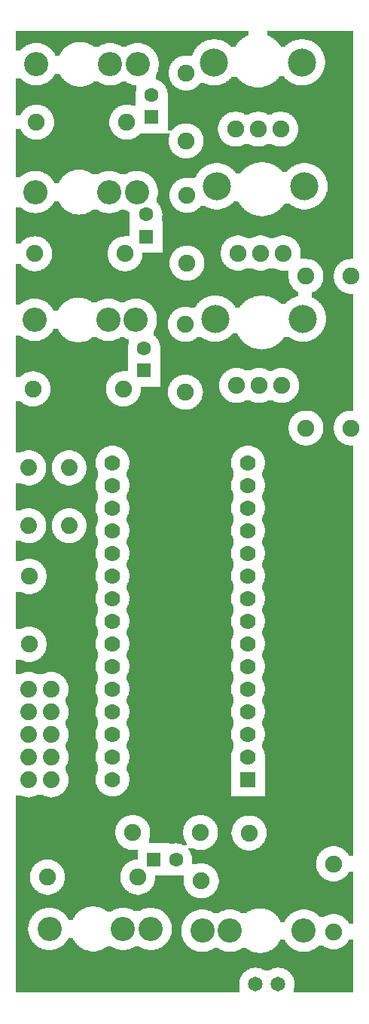
<source format=gbl>
G04 MADE WITH FRITZING*
G04 WWW.FRITZING.ORG*
G04 DOUBLE SIDED*
G04 HOLES PLATED*
G04 CONTOUR ON CENTER OF CONTOUR VECTOR*
%ASAXBY*%
%FSLAX23Y23*%
%MOIN*%
%OFA0B0*%
%SFA1.0B1.0*%
%ADD10C,0.075000*%
%ADD11C,0.074000*%
%ADD12C,0.065000*%
%ADD13C,0.107087*%
%ADD14C,0.074667*%
%ADD15C,0.074695*%
%ADD16C,0.124033*%
%ADD17C,0.070000*%
%ADD18C,0.062992*%
%ADD19R,0.069972X0.070000*%
%ADD20R,0.062992X0.062992*%
%LNCOPPER0*%
G90*
G70*
G54D10*
X1459Y4219D03*
G54D11*
X97Y2104D03*
X97Y2360D03*
X275Y2104D03*
X275Y2360D03*
G54D10*
X579Y551D03*
X179Y551D03*
X515Y2709D03*
X115Y2709D03*
X523Y3307D03*
X123Y3307D03*
X531Y3888D03*
X131Y3888D03*
X1523Y3207D03*
X1323Y3207D03*
X1523Y2536D03*
X1323Y2536D03*
X98Y1880D03*
X98Y1580D03*
X1072Y746D03*
X860Y534D03*
X1446Y609D03*
X1446Y309D03*
G54D12*
X1101Y78D03*
X1201Y78D03*
G54D13*
X636Y322D03*
X514Y322D03*
X188Y322D03*
X571Y3014D03*
X449Y3014D03*
X122Y3014D03*
X575Y3579D03*
X453Y3579D03*
X126Y3579D03*
X579Y4144D03*
X457Y4144D03*
X130Y4144D03*
X865Y314D03*
X987Y314D03*
X1314Y314D03*
G54D14*
X1016Y2724D03*
X1116Y2724D03*
G54D15*
X1216Y2724D03*
G54D16*
X922Y3019D03*
X1310Y3019D03*
G54D14*
X1023Y3309D03*
X1123Y3309D03*
G54D15*
X1223Y3309D03*
G54D16*
X929Y3605D03*
X1317Y3605D03*
G54D14*
X1012Y3857D03*
X1112Y3857D03*
G54D15*
X1212Y3857D03*
G54D16*
X917Y4153D03*
X1306Y4153D03*
G54D17*
X1067Y982D03*
X1067Y1082D03*
X1067Y1182D03*
X1067Y1282D03*
X1067Y1382D03*
X1067Y1482D03*
X1067Y1582D03*
X1067Y1682D03*
X1067Y1782D03*
X1067Y1882D03*
X1067Y1982D03*
X1067Y2082D03*
X1067Y2182D03*
X1067Y2282D03*
X1067Y2382D03*
X467Y982D03*
X467Y1082D03*
X467Y1182D03*
X467Y1282D03*
X467Y1382D03*
X467Y1482D03*
X467Y1582D03*
X467Y1682D03*
X467Y1782D03*
X467Y1882D03*
X467Y1982D03*
X467Y2082D03*
X467Y2182D03*
X467Y2282D03*
X467Y2382D03*
G54D10*
X857Y748D03*
X557Y748D03*
X790Y2694D03*
X790Y2994D03*
X797Y3265D03*
X797Y3565D03*
X793Y3805D03*
X793Y4105D03*
G54D18*
X649Y628D03*
X748Y628D03*
X607Y2791D03*
X607Y2889D03*
X616Y3382D03*
X616Y3480D03*
X641Y3910D03*
X641Y4008D03*
G54D11*
X96Y1381D03*
X196Y1381D03*
X96Y1281D03*
X196Y1281D03*
X96Y1181D03*
X196Y1181D03*
X96Y1081D03*
X196Y1081D03*
X96Y981D03*
X196Y981D03*
G54D19*
X1067Y982D03*
G54D20*
X649Y628D03*
X607Y2791D03*
X616Y3382D03*
X641Y3910D03*
G36*
X40Y4291D02*
X40Y4255D01*
X930Y4255D01*
X930Y4253D01*
X940Y4253D01*
X940Y4251D01*
X948Y4251D01*
X948Y4249D01*
X954Y4249D01*
X954Y4247D01*
X958Y4247D01*
X958Y4245D01*
X962Y4245D01*
X962Y4243D01*
X966Y4243D01*
X966Y4241D01*
X970Y4241D01*
X970Y4239D01*
X974Y4239D01*
X974Y4237D01*
X976Y4237D01*
X976Y4235D01*
X978Y4235D01*
X978Y4233D01*
X982Y4233D01*
X982Y4231D01*
X984Y4231D01*
X984Y4229D01*
X986Y4229D01*
X986Y4227D01*
X988Y4227D01*
X988Y4225D01*
X990Y4225D01*
X990Y4223D01*
X1012Y4223D01*
X1012Y4227D01*
X1014Y4227D01*
X1014Y4229D01*
X1016Y4229D01*
X1016Y4233D01*
X1018Y4233D01*
X1018Y4235D01*
X1020Y4235D01*
X1020Y4237D01*
X1022Y4237D01*
X1022Y4239D01*
X1024Y4239D01*
X1024Y4241D01*
X1026Y4241D01*
X1026Y4245D01*
X1028Y4245D01*
X1028Y4247D01*
X1032Y4247D01*
X1032Y4249D01*
X1034Y4249D01*
X1034Y4251D01*
X1036Y4251D01*
X1036Y4253D01*
X1038Y4253D01*
X1038Y4255D01*
X1040Y4255D01*
X1040Y4257D01*
X1044Y4257D01*
X1044Y4259D01*
X1046Y4259D01*
X1046Y4261D01*
X1050Y4261D01*
X1050Y4263D01*
X1054Y4263D01*
X1054Y4265D01*
X1056Y4265D01*
X1056Y4267D01*
X1060Y4267D01*
X1060Y4269D01*
X1064Y4269D01*
X1064Y4271D01*
X1070Y4271D01*
X1070Y4291D01*
X40Y4291D01*
G37*
D02*
G36*
X1154Y4291D02*
X1154Y4271D01*
X1158Y4271D01*
X1158Y4269D01*
X1162Y4269D01*
X1162Y4267D01*
X1166Y4267D01*
X1166Y4265D01*
X1170Y4265D01*
X1170Y4263D01*
X1174Y4263D01*
X1174Y4261D01*
X1176Y4261D01*
X1176Y4259D01*
X1180Y4259D01*
X1180Y4257D01*
X1182Y4257D01*
X1182Y4255D01*
X1318Y4255D01*
X1318Y4253D01*
X1330Y4253D01*
X1330Y4251D01*
X1336Y4251D01*
X1336Y4249D01*
X1342Y4249D01*
X1342Y4247D01*
X1348Y4247D01*
X1348Y4245D01*
X1352Y4245D01*
X1352Y4243D01*
X1356Y4243D01*
X1356Y4241D01*
X1358Y4241D01*
X1358Y4239D01*
X1362Y4239D01*
X1362Y4237D01*
X1364Y4237D01*
X1364Y4235D01*
X1368Y4235D01*
X1368Y4233D01*
X1370Y4233D01*
X1370Y4231D01*
X1372Y4231D01*
X1372Y4229D01*
X1374Y4229D01*
X1374Y4227D01*
X1376Y4227D01*
X1376Y4225D01*
X1378Y4225D01*
X1378Y4223D01*
X1380Y4223D01*
X1380Y4221D01*
X1382Y4221D01*
X1382Y4219D01*
X1384Y4219D01*
X1384Y4217D01*
X1386Y4217D01*
X1386Y4215D01*
X1388Y4215D01*
X1388Y4211D01*
X1390Y4211D01*
X1390Y4209D01*
X1392Y4209D01*
X1392Y4205D01*
X1394Y4205D01*
X1394Y4203D01*
X1396Y4203D01*
X1396Y4199D01*
X1398Y4199D01*
X1398Y4195D01*
X1400Y4195D01*
X1400Y4189D01*
X1402Y4189D01*
X1402Y4183D01*
X1404Y4183D01*
X1404Y4177D01*
X1406Y4177D01*
X1406Y4165D01*
X1408Y4165D01*
X1408Y4141D01*
X1406Y4141D01*
X1406Y4129D01*
X1404Y4129D01*
X1404Y4123D01*
X1402Y4123D01*
X1402Y4117D01*
X1400Y4117D01*
X1400Y4111D01*
X1398Y4111D01*
X1398Y4107D01*
X1396Y4107D01*
X1396Y4103D01*
X1394Y4103D01*
X1394Y4101D01*
X1392Y4101D01*
X1392Y4097D01*
X1390Y4097D01*
X1390Y4093D01*
X1388Y4093D01*
X1388Y4091D01*
X1386Y4091D01*
X1386Y4089D01*
X1384Y4089D01*
X1384Y4087D01*
X1382Y4087D01*
X1382Y4085D01*
X1380Y4085D01*
X1380Y4081D01*
X1378Y4081D01*
X1378Y4079D01*
X1374Y4079D01*
X1374Y4077D01*
X1372Y4077D01*
X1372Y4075D01*
X1370Y4075D01*
X1370Y4073D01*
X1368Y4073D01*
X1368Y4071D01*
X1366Y4071D01*
X1366Y4069D01*
X1362Y4069D01*
X1362Y4067D01*
X1360Y4067D01*
X1360Y4065D01*
X1356Y4065D01*
X1356Y4063D01*
X1352Y4063D01*
X1352Y4061D01*
X1348Y4061D01*
X1348Y4059D01*
X1344Y4059D01*
X1344Y4057D01*
X1338Y4057D01*
X1338Y4055D01*
X1330Y4055D01*
X1330Y4053D01*
X1320Y4053D01*
X1320Y4051D01*
X1534Y4051D01*
X1534Y4291D01*
X1154Y4291D01*
G37*
D02*
G36*
X40Y4255D02*
X40Y4243D01*
X336Y4243D01*
X336Y4241D01*
X346Y4241D01*
X346Y4239D01*
X354Y4239D01*
X354Y4237D01*
X596Y4237D01*
X596Y4235D01*
X604Y4235D01*
X604Y4233D01*
X610Y4233D01*
X610Y4231D01*
X616Y4231D01*
X616Y4229D01*
X620Y4229D01*
X620Y4227D01*
X624Y4227D01*
X624Y4225D01*
X628Y4225D01*
X628Y4223D01*
X630Y4223D01*
X630Y4221D01*
X634Y4221D01*
X634Y4219D01*
X636Y4219D01*
X636Y4217D01*
X638Y4217D01*
X638Y4215D01*
X640Y4215D01*
X640Y4213D01*
X642Y4213D01*
X642Y4211D01*
X646Y4211D01*
X646Y4207D01*
X648Y4207D01*
X648Y4205D01*
X650Y4205D01*
X650Y4203D01*
X652Y4203D01*
X652Y4201D01*
X654Y4201D01*
X654Y4199D01*
X656Y4199D01*
X656Y4195D01*
X658Y4195D01*
X658Y4191D01*
X660Y4191D01*
X660Y4189D01*
X662Y4189D01*
X662Y4185D01*
X664Y4185D01*
X664Y4181D01*
X666Y4181D01*
X666Y4175D01*
X668Y4175D01*
X668Y4167D01*
X670Y4167D01*
X670Y4159D01*
X672Y4159D01*
X672Y4131D01*
X670Y4131D01*
X670Y4121D01*
X668Y4121D01*
X668Y4113D01*
X666Y4113D01*
X666Y4109D01*
X664Y4109D01*
X664Y4103D01*
X662Y4103D01*
X662Y4099D01*
X660Y4099D01*
X660Y4097D01*
X658Y4097D01*
X658Y4077D01*
X664Y4077D01*
X664Y4075D01*
X668Y4075D01*
X668Y4073D01*
X672Y4073D01*
X672Y4071D01*
X676Y4071D01*
X676Y4069D01*
X680Y4069D01*
X680Y4067D01*
X682Y4067D01*
X682Y4065D01*
X686Y4065D01*
X686Y4063D01*
X688Y4063D01*
X688Y4061D01*
X690Y4061D01*
X690Y4059D01*
X692Y4059D01*
X692Y4057D01*
X694Y4057D01*
X694Y4055D01*
X696Y4055D01*
X696Y4051D01*
X698Y4051D01*
X698Y4049D01*
X700Y4049D01*
X700Y4047D01*
X702Y4047D01*
X702Y4043D01*
X704Y4043D01*
X704Y4039D01*
X706Y4039D01*
X706Y4035D01*
X708Y4035D01*
X708Y4029D01*
X710Y4029D01*
X710Y4027D01*
X790Y4027D01*
X790Y4029D01*
X776Y4029D01*
X776Y4031D01*
X768Y4031D01*
X768Y4033D01*
X762Y4033D01*
X762Y4035D01*
X758Y4035D01*
X758Y4037D01*
X754Y4037D01*
X754Y4039D01*
X752Y4039D01*
X752Y4041D01*
X748Y4041D01*
X748Y4043D01*
X746Y4043D01*
X746Y4045D01*
X744Y4045D01*
X744Y4047D01*
X740Y4047D01*
X740Y4049D01*
X738Y4049D01*
X738Y4051D01*
X736Y4051D01*
X736Y4053D01*
X734Y4053D01*
X734Y4057D01*
X732Y4057D01*
X732Y4059D01*
X730Y4059D01*
X730Y4061D01*
X728Y4061D01*
X728Y4065D01*
X726Y4065D01*
X726Y4067D01*
X724Y4067D01*
X724Y4071D01*
X722Y4071D01*
X722Y4077D01*
X720Y4077D01*
X720Y4081D01*
X718Y4081D01*
X718Y4089D01*
X716Y4089D01*
X716Y4121D01*
X718Y4121D01*
X718Y4129D01*
X720Y4129D01*
X720Y4135D01*
X722Y4135D01*
X722Y4139D01*
X724Y4139D01*
X724Y4143D01*
X726Y4143D01*
X726Y4147D01*
X728Y4147D01*
X728Y4149D01*
X730Y4149D01*
X730Y4153D01*
X732Y4153D01*
X732Y4155D01*
X734Y4155D01*
X734Y4157D01*
X736Y4157D01*
X736Y4159D01*
X738Y4159D01*
X738Y4161D01*
X740Y4161D01*
X740Y4163D01*
X742Y4163D01*
X742Y4165D01*
X744Y4165D01*
X744Y4167D01*
X748Y4167D01*
X748Y4169D01*
X750Y4169D01*
X750Y4171D01*
X754Y4171D01*
X754Y4173D01*
X756Y4173D01*
X756Y4175D01*
X760Y4175D01*
X760Y4177D01*
X766Y4177D01*
X766Y4179D01*
X772Y4179D01*
X772Y4181D01*
X782Y4181D01*
X782Y4183D01*
X820Y4183D01*
X820Y4185D01*
X822Y4185D01*
X822Y4191D01*
X824Y4191D01*
X824Y4195D01*
X826Y4195D01*
X826Y4199D01*
X828Y4199D01*
X828Y4203D01*
X830Y4203D01*
X830Y4207D01*
X832Y4207D01*
X832Y4209D01*
X834Y4209D01*
X834Y4213D01*
X836Y4213D01*
X836Y4215D01*
X838Y4215D01*
X838Y4217D01*
X840Y4217D01*
X840Y4221D01*
X842Y4221D01*
X842Y4223D01*
X844Y4223D01*
X844Y4225D01*
X846Y4225D01*
X846Y4227D01*
X848Y4227D01*
X848Y4229D01*
X852Y4229D01*
X852Y4231D01*
X854Y4231D01*
X854Y4233D01*
X856Y4233D01*
X856Y4235D01*
X858Y4235D01*
X858Y4237D01*
X862Y4237D01*
X862Y4239D01*
X864Y4239D01*
X864Y4241D01*
X868Y4241D01*
X868Y4243D01*
X872Y4243D01*
X872Y4245D01*
X876Y4245D01*
X876Y4247D01*
X882Y4247D01*
X882Y4249D01*
X886Y4249D01*
X886Y4251D01*
X894Y4251D01*
X894Y4253D01*
X906Y4253D01*
X906Y4255D01*
X40Y4255D01*
G37*
D02*
G36*
X1184Y4255D02*
X1184Y4253D01*
X1188Y4253D01*
X1188Y4251D01*
X1190Y4251D01*
X1190Y4249D01*
X1192Y4249D01*
X1192Y4247D01*
X1194Y4247D01*
X1194Y4245D01*
X1196Y4245D01*
X1196Y4243D01*
X1198Y4243D01*
X1198Y4241D01*
X1200Y4241D01*
X1200Y4239D01*
X1202Y4239D01*
X1202Y4237D01*
X1204Y4237D01*
X1204Y4233D01*
X1206Y4233D01*
X1206Y4231D01*
X1208Y4231D01*
X1208Y4229D01*
X1210Y4229D01*
X1210Y4225D01*
X1212Y4225D01*
X1212Y4223D01*
X1232Y4223D01*
X1232Y4225D01*
X1234Y4225D01*
X1234Y4227D01*
X1238Y4227D01*
X1238Y4229D01*
X1240Y4229D01*
X1240Y4231D01*
X1242Y4231D01*
X1242Y4233D01*
X1244Y4233D01*
X1244Y4235D01*
X1246Y4235D01*
X1246Y4237D01*
X1250Y4237D01*
X1250Y4239D01*
X1254Y4239D01*
X1254Y4241D01*
X1256Y4241D01*
X1256Y4243D01*
X1260Y4243D01*
X1260Y4245D01*
X1264Y4245D01*
X1264Y4247D01*
X1270Y4247D01*
X1270Y4249D01*
X1276Y4249D01*
X1276Y4251D01*
X1282Y4251D01*
X1282Y4253D01*
X1294Y4253D01*
X1294Y4255D01*
X1184Y4255D01*
G37*
D02*
G36*
X40Y4243D02*
X40Y4237D01*
X148Y4237D01*
X148Y4235D01*
X156Y4235D01*
X156Y4233D01*
X162Y4233D01*
X162Y4231D01*
X166Y4231D01*
X166Y4229D01*
X172Y4229D01*
X172Y4227D01*
X174Y4227D01*
X174Y4225D01*
X178Y4225D01*
X178Y4223D01*
X182Y4223D01*
X182Y4221D01*
X184Y4221D01*
X184Y4219D01*
X188Y4219D01*
X188Y4217D01*
X190Y4217D01*
X190Y4215D01*
X192Y4215D01*
X192Y4213D01*
X194Y4213D01*
X194Y4211D01*
X196Y4211D01*
X196Y4209D01*
X198Y4209D01*
X198Y4207D01*
X200Y4207D01*
X200Y4205D01*
X202Y4205D01*
X202Y4203D01*
X204Y4203D01*
X204Y4199D01*
X206Y4199D01*
X206Y4197D01*
X208Y4197D01*
X208Y4193D01*
X210Y4193D01*
X210Y4191D01*
X212Y4191D01*
X212Y4187D01*
X214Y4187D01*
X214Y4183D01*
X234Y4183D01*
X234Y4187D01*
X236Y4187D01*
X236Y4191D01*
X238Y4191D01*
X238Y4195D01*
X240Y4195D01*
X240Y4199D01*
X242Y4199D01*
X242Y4201D01*
X244Y4201D01*
X244Y4203D01*
X246Y4203D01*
X246Y4207D01*
X248Y4207D01*
X248Y4209D01*
X250Y4209D01*
X250Y4211D01*
X252Y4211D01*
X252Y4213D01*
X254Y4213D01*
X254Y4215D01*
X256Y4215D01*
X256Y4217D01*
X258Y4217D01*
X258Y4219D01*
X260Y4219D01*
X260Y4221D01*
X264Y4221D01*
X264Y4223D01*
X266Y4223D01*
X266Y4225D01*
X268Y4225D01*
X268Y4227D01*
X272Y4227D01*
X272Y4229D01*
X276Y4229D01*
X276Y4231D01*
X278Y4231D01*
X278Y4233D01*
X282Y4233D01*
X282Y4235D01*
X288Y4235D01*
X288Y4237D01*
X292Y4237D01*
X292Y4239D01*
X300Y4239D01*
X300Y4241D01*
X312Y4241D01*
X312Y4243D01*
X40Y4243D01*
G37*
D02*
G36*
X40Y4237D02*
X40Y4205D01*
X60Y4205D01*
X60Y4207D01*
X62Y4207D01*
X62Y4209D01*
X64Y4209D01*
X64Y4211D01*
X66Y4211D01*
X66Y4213D01*
X68Y4213D01*
X68Y4215D01*
X70Y4215D01*
X70Y4217D01*
X72Y4217D01*
X72Y4219D01*
X76Y4219D01*
X76Y4221D01*
X78Y4221D01*
X78Y4223D01*
X82Y4223D01*
X82Y4225D01*
X84Y4225D01*
X84Y4227D01*
X88Y4227D01*
X88Y4229D01*
X92Y4229D01*
X92Y4231D01*
X98Y4231D01*
X98Y4233D01*
X104Y4233D01*
X104Y4235D01*
X112Y4235D01*
X112Y4237D01*
X40Y4237D01*
G37*
D02*
G36*
X360Y4237D02*
X360Y4235D01*
X364Y4235D01*
X364Y4233D01*
X368Y4233D01*
X368Y4231D01*
X372Y4231D01*
X372Y4229D01*
X376Y4229D01*
X376Y4227D01*
X378Y4227D01*
X378Y4225D01*
X382Y4225D01*
X382Y4223D01*
X384Y4223D01*
X384Y4221D01*
X404Y4221D01*
X404Y4223D01*
X408Y4223D01*
X408Y4225D01*
X412Y4225D01*
X412Y4227D01*
X416Y4227D01*
X416Y4229D01*
X420Y4229D01*
X420Y4231D01*
X424Y4231D01*
X424Y4233D01*
X432Y4233D01*
X432Y4235D01*
X440Y4235D01*
X440Y4237D01*
X360Y4237D01*
G37*
D02*
G36*
X474Y4237D02*
X474Y4235D01*
X482Y4235D01*
X482Y4233D01*
X488Y4233D01*
X488Y4231D01*
X494Y4231D01*
X494Y4229D01*
X498Y4229D01*
X498Y4227D01*
X502Y4227D01*
X502Y4225D01*
X506Y4225D01*
X506Y4223D01*
X530Y4223D01*
X530Y4225D01*
X534Y4225D01*
X534Y4227D01*
X538Y4227D01*
X538Y4229D01*
X542Y4229D01*
X542Y4231D01*
X546Y4231D01*
X546Y4233D01*
X554Y4233D01*
X554Y4235D01*
X562Y4235D01*
X562Y4237D01*
X474Y4237D01*
G37*
D02*
G36*
X214Y4103D02*
X214Y4101D01*
X212Y4101D01*
X212Y4097D01*
X210Y4097D01*
X210Y4095D01*
X208Y4095D01*
X208Y4091D01*
X206Y4091D01*
X206Y4089D01*
X204Y4089D01*
X204Y4087D01*
X202Y4087D01*
X202Y4083D01*
X200Y4083D01*
X200Y4081D01*
X198Y4081D01*
X198Y4079D01*
X196Y4079D01*
X196Y4077D01*
X194Y4077D01*
X194Y4075D01*
X192Y4075D01*
X192Y4073D01*
X190Y4073D01*
X190Y4071D01*
X186Y4071D01*
X186Y4069D01*
X184Y4069D01*
X184Y4067D01*
X182Y4067D01*
X182Y4065D01*
X178Y4065D01*
X178Y4063D01*
X174Y4063D01*
X174Y4061D01*
X170Y4061D01*
X170Y4059D01*
X166Y4059D01*
X166Y4057D01*
X160Y4057D01*
X160Y4055D01*
X154Y4055D01*
X154Y4053D01*
X146Y4053D01*
X146Y4051D01*
X286Y4051D01*
X286Y4053D01*
X282Y4053D01*
X282Y4055D01*
X278Y4055D01*
X278Y4057D01*
X274Y4057D01*
X274Y4059D01*
X272Y4059D01*
X272Y4061D01*
X268Y4061D01*
X268Y4063D01*
X266Y4063D01*
X266Y4065D01*
X262Y4065D01*
X262Y4067D01*
X260Y4067D01*
X260Y4069D01*
X258Y4069D01*
X258Y4071D01*
X256Y4071D01*
X256Y4073D01*
X254Y4073D01*
X254Y4075D01*
X252Y4075D01*
X252Y4077D01*
X250Y4077D01*
X250Y4079D01*
X248Y4079D01*
X248Y4081D01*
X246Y4081D01*
X246Y4083D01*
X244Y4083D01*
X244Y4087D01*
X242Y4087D01*
X242Y4089D01*
X240Y4089D01*
X240Y4093D01*
X238Y4093D01*
X238Y4095D01*
X236Y4095D01*
X236Y4099D01*
X234Y4099D01*
X234Y4103D01*
X214Y4103D01*
G37*
D02*
G36*
X1206Y4091D02*
X1206Y4087D01*
X1204Y4087D01*
X1204Y4085D01*
X1202Y4085D01*
X1202Y4083D01*
X1200Y4083D01*
X1200Y4081D01*
X1198Y4081D01*
X1198Y4079D01*
X1196Y4079D01*
X1196Y4077D01*
X1194Y4077D01*
X1194Y4075D01*
X1192Y4075D01*
X1192Y4073D01*
X1190Y4073D01*
X1190Y4071D01*
X1188Y4071D01*
X1188Y4069D01*
X1186Y4069D01*
X1186Y4067D01*
X1182Y4067D01*
X1182Y4065D01*
X1180Y4065D01*
X1180Y4063D01*
X1176Y4063D01*
X1176Y4061D01*
X1174Y4061D01*
X1174Y4059D01*
X1170Y4059D01*
X1170Y4057D01*
X1166Y4057D01*
X1166Y4055D01*
X1162Y4055D01*
X1162Y4053D01*
X1158Y4053D01*
X1158Y4051D01*
X1292Y4051D01*
X1292Y4053D01*
X1280Y4053D01*
X1280Y4055D01*
X1274Y4055D01*
X1274Y4057D01*
X1268Y4057D01*
X1268Y4059D01*
X1264Y4059D01*
X1264Y4061D01*
X1260Y4061D01*
X1260Y4063D01*
X1256Y4063D01*
X1256Y4065D01*
X1252Y4065D01*
X1252Y4067D01*
X1250Y4067D01*
X1250Y4069D01*
X1246Y4069D01*
X1246Y4071D01*
X1244Y4071D01*
X1244Y4073D01*
X1242Y4073D01*
X1242Y4075D01*
X1238Y4075D01*
X1238Y4077D01*
X1236Y4077D01*
X1236Y4079D01*
X1234Y4079D01*
X1234Y4081D01*
X1232Y4081D01*
X1232Y4083D01*
X1230Y4083D01*
X1230Y4085D01*
X1228Y4085D01*
X1228Y4089D01*
X1226Y4089D01*
X1226Y4091D01*
X1206Y4091D01*
G37*
D02*
G36*
X996Y4089D02*
X996Y4087D01*
X994Y4087D01*
X994Y4085D01*
X992Y4085D01*
X992Y4083D01*
X990Y4083D01*
X990Y4081D01*
X988Y4081D01*
X988Y4079D01*
X986Y4079D01*
X986Y4077D01*
X984Y4077D01*
X984Y4075D01*
X982Y4075D01*
X982Y4073D01*
X980Y4073D01*
X980Y4071D01*
X976Y4071D01*
X976Y4069D01*
X974Y4069D01*
X974Y4067D01*
X970Y4067D01*
X970Y4065D01*
X968Y4065D01*
X968Y4063D01*
X964Y4063D01*
X964Y4061D01*
X960Y4061D01*
X960Y4059D01*
X954Y4059D01*
X954Y4057D01*
X950Y4057D01*
X950Y4055D01*
X942Y4055D01*
X942Y4053D01*
X932Y4053D01*
X932Y4051D01*
X1064Y4051D01*
X1064Y4053D01*
X1060Y4053D01*
X1060Y4055D01*
X1056Y4055D01*
X1056Y4057D01*
X1052Y4057D01*
X1052Y4059D01*
X1050Y4059D01*
X1050Y4061D01*
X1046Y4061D01*
X1046Y4063D01*
X1044Y4063D01*
X1044Y4065D01*
X1040Y4065D01*
X1040Y4067D01*
X1038Y4067D01*
X1038Y4069D01*
X1036Y4069D01*
X1036Y4071D01*
X1034Y4071D01*
X1034Y4073D01*
X1030Y4073D01*
X1030Y4075D01*
X1028Y4075D01*
X1028Y4077D01*
X1026Y4077D01*
X1026Y4079D01*
X1024Y4079D01*
X1024Y4083D01*
X1022Y4083D01*
X1022Y4085D01*
X1020Y4085D01*
X1020Y4087D01*
X1018Y4087D01*
X1018Y4089D01*
X996Y4089D01*
G37*
D02*
G36*
X40Y4083D02*
X40Y4051D01*
X114Y4051D01*
X114Y4053D01*
X106Y4053D01*
X106Y4055D01*
X98Y4055D01*
X98Y4057D01*
X94Y4057D01*
X94Y4059D01*
X90Y4059D01*
X90Y4061D01*
X86Y4061D01*
X86Y4063D01*
X82Y4063D01*
X82Y4065D01*
X78Y4065D01*
X78Y4067D01*
X76Y4067D01*
X76Y4069D01*
X74Y4069D01*
X74Y4071D01*
X70Y4071D01*
X70Y4073D01*
X68Y4073D01*
X68Y4075D01*
X66Y4075D01*
X66Y4077D01*
X64Y4077D01*
X64Y4079D01*
X62Y4079D01*
X62Y4081D01*
X60Y4081D01*
X60Y4083D01*
X40Y4083D01*
G37*
D02*
G36*
X384Y4067D02*
X384Y4065D01*
X382Y4065D01*
X382Y4063D01*
X378Y4063D01*
X378Y4061D01*
X376Y4061D01*
X376Y4059D01*
X372Y4059D01*
X372Y4057D01*
X370Y4057D01*
X370Y4055D01*
X364Y4055D01*
X364Y4053D01*
X360Y4053D01*
X360Y4051D01*
X442Y4051D01*
X442Y4053D01*
X432Y4053D01*
X432Y4055D01*
X426Y4055D01*
X426Y4057D01*
X420Y4057D01*
X420Y4059D01*
X416Y4059D01*
X416Y4061D01*
X412Y4061D01*
X412Y4063D01*
X408Y4063D01*
X408Y4065D01*
X406Y4065D01*
X406Y4067D01*
X384Y4067D01*
G37*
D02*
G36*
X508Y4067D02*
X508Y4065D01*
X504Y4065D01*
X504Y4063D01*
X502Y4063D01*
X502Y4061D01*
X498Y4061D01*
X498Y4059D01*
X494Y4059D01*
X494Y4057D01*
X488Y4057D01*
X488Y4055D01*
X482Y4055D01*
X482Y4053D01*
X472Y4053D01*
X472Y4051D01*
X564Y4051D01*
X564Y4053D01*
X554Y4053D01*
X554Y4055D01*
X548Y4055D01*
X548Y4057D01*
X542Y4057D01*
X542Y4059D01*
X538Y4059D01*
X538Y4061D01*
X534Y4061D01*
X534Y4063D01*
X530Y4063D01*
X530Y4065D01*
X528Y4065D01*
X528Y4067D01*
X508Y4067D01*
G37*
D02*
G36*
X856Y4061D02*
X856Y4059D01*
X854Y4059D01*
X854Y4057D01*
X852Y4057D01*
X852Y4055D01*
X850Y4055D01*
X850Y4053D01*
X848Y4053D01*
X848Y4051D01*
X902Y4051D01*
X902Y4053D01*
X892Y4053D01*
X892Y4055D01*
X886Y4055D01*
X886Y4057D01*
X880Y4057D01*
X880Y4059D01*
X876Y4059D01*
X876Y4061D01*
X856Y4061D01*
G37*
D02*
G36*
X40Y4051D02*
X40Y4049D01*
X292Y4049D01*
X292Y4051D01*
X40Y4051D01*
G37*
D02*
G36*
X40Y4051D02*
X40Y4049D01*
X292Y4049D01*
X292Y4051D01*
X40Y4051D01*
G37*
D02*
G36*
X354Y4051D02*
X354Y4049D01*
X574Y4049D01*
X574Y4051D01*
X354Y4051D01*
G37*
D02*
G36*
X354Y4051D02*
X354Y4049D01*
X574Y4049D01*
X574Y4051D01*
X354Y4051D01*
G37*
D02*
G36*
X846Y4051D02*
X846Y4049D01*
X1070Y4049D01*
X1070Y4051D01*
X846Y4051D01*
G37*
D02*
G36*
X846Y4051D02*
X846Y4049D01*
X1070Y4049D01*
X1070Y4051D01*
X846Y4051D01*
G37*
D02*
G36*
X1154Y4051D02*
X1154Y4049D01*
X1534Y4049D01*
X1534Y4051D01*
X1154Y4051D01*
G37*
D02*
G36*
X1154Y4051D02*
X1154Y4049D01*
X1534Y4049D01*
X1534Y4051D01*
X1154Y4051D01*
G37*
D02*
G36*
X40Y4049D02*
X40Y4045D01*
X310Y4045D01*
X310Y4047D01*
X300Y4047D01*
X300Y4049D01*
X40Y4049D01*
G37*
D02*
G36*
X348Y4049D02*
X348Y4047D01*
X338Y4047D01*
X338Y4045D01*
X574Y4045D01*
X574Y4049D01*
X348Y4049D01*
G37*
D02*
G36*
X844Y4049D02*
X844Y4047D01*
X842Y4047D01*
X842Y4045D01*
X840Y4045D01*
X840Y4043D01*
X1092Y4043D01*
X1092Y4045D01*
X1082Y4045D01*
X1082Y4047D01*
X1076Y4047D01*
X1076Y4049D01*
X844Y4049D01*
G37*
D02*
G36*
X1148Y4049D02*
X1148Y4047D01*
X1140Y4047D01*
X1140Y4045D01*
X1132Y4045D01*
X1132Y4043D01*
X1534Y4043D01*
X1534Y4049D01*
X1148Y4049D01*
G37*
D02*
G36*
X40Y4045D02*
X40Y4043D01*
X574Y4043D01*
X574Y4045D01*
X40Y4045D01*
G37*
D02*
G36*
X40Y4045D02*
X40Y4043D01*
X574Y4043D01*
X574Y4045D01*
X40Y4045D01*
G37*
D02*
G36*
X40Y4043D02*
X40Y3965D01*
X548Y3965D01*
X548Y3963D01*
X570Y3963D01*
X570Y4025D01*
X572Y4025D01*
X572Y4031D01*
X574Y4031D01*
X574Y4043D01*
X40Y4043D01*
G37*
D02*
G36*
X838Y4043D02*
X838Y4041D01*
X1534Y4041D01*
X1534Y4043D01*
X838Y4043D01*
G37*
D02*
G36*
X838Y4043D02*
X838Y4041D01*
X1534Y4041D01*
X1534Y4043D01*
X838Y4043D01*
G37*
D02*
G36*
X834Y4041D02*
X834Y4039D01*
X830Y4039D01*
X830Y4037D01*
X828Y4037D01*
X828Y4035D01*
X822Y4035D01*
X822Y4033D01*
X818Y4033D01*
X818Y4031D01*
X810Y4031D01*
X810Y4029D01*
X794Y4029D01*
X794Y4027D01*
X1534Y4027D01*
X1534Y4041D01*
X834Y4041D01*
G37*
D02*
G36*
X710Y4027D02*
X710Y4025D01*
X1534Y4025D01*
X1534Y4027D01*
X710Y4027D01*
G37*
D02*
G36*
X710Y4027D02*
X710Y4025D01*
X1534Y4025D01*
X1534Y4027D01*
X710Y4027D01*
G37*
D02*
G36*
X710Y4025D02*
X710Y4019D01*
X712Y4019D01*
X712Y3935D01*
X1222Y3935D01*
X1222Y3933D01*
X1232Y3933D01*
X1232Y3931D01*
X1238Y3931D01*
X1238Y3929D01*
X1244Y3929D01*
X1244Y3927D01*
X1248Y3927D01*
X1248Y3925D01*
X1250Y3925D01*
X1250Y3923D01*
X1254Y3923D01*
X1254Y3921D01*
X1258Y3921D01*
X1258Y3919D01*
X1260Y3919D01*
X1260Y3917D01*
X1262Y3917D01*
X1262Y3915D01*
X1264Y3915D01*
X1264Y3913D01*
X1266Y3913D01*
X1266Y3911D01*
X1268Y3911D01*
X1268Y3909D01*
X1270Y3909D01*
X1270Y3907D01*
X1272Y3907D01*
X1272Y3905D01*
X1274Y3905D01*
X1274Y3901D01*
X1276Y3901D01*
X1276Y3899D01*
X1278Y3899D01*
X1278Y3895D01*
X1280Y3895D01*
X1280Y3891D01*
X1282Y3891D01*
X1282Y3887D01*
X1284Y3887D01*
X1284Y3881D01*
X1286Y3881D01*
X1286Y3875D01*
X1288Y3875D01*
X1288Y3841D01*
X1286Y3841D01*
X1286Y3833D01*
X1284Y3833D01*
X1284Y3827D01*
X1282Y3827D01*
X1282Y3823D01*
X1280Y3823D01*
X1280Y3819D01*
X1278Y3819D01*
X1278Y3817D01*
X1276Y3817D01*
X1276Y3813D01*
X1274Y3813D01*
X1274Y3811D01*
X1272Y3811D01*
X1272Y3809D01*
X1270Y3809D01*
X1270Y3805D01*
X1268Y3805D01*
X1268Y3803D01*
X1266Y3803D01*
X1266Y3801D01*
X1264Y3801D01*
X1264Y3799D01*
X1260Y3799D01*
X1260Y3797D01*
X1258Y3797D01*
X1258Y3795D01*
X1256Y3795D01*
X1256Y3793D01*
X1252Y3793D01*
X1252Y3791D01*
X1250Y3791D01*
X1250Y3789D01*
X1246Y3789D01*
X1246Y3787D01*
X1242Y3787D01*
X1242Y3785D01*
X1236Y3785D01*
X1236Y3783D01*
X1228Y3783D01*
X1228Y3781D01*
X1534Y3781D01*
X1534Y4025D01*
X710Y4025D01*
G37*
D02*
G36*
X40Y3965D02*
X40Y3917D01*
X60Y3917D01*
X60Y3921D01*
X62Y3921D01*
X62Y3925D01*
X64Y3925D01*
X64Y3929D01*
X66Y3929D01*
X66Y3933D01*
X68Y3933D01*
X68Y3935D01*
X70Y3935D01*
X70Y3937D01*
X72Y3937D01*
X72Y3939D01*
X74Y3939D01*
X74Y3941D01*
X76Y3941D01*
X76Y3943D01*
X78Y3943D01*
X78Y3945D01*
X80Y3945D01*
X80Y3947D01*
X82Y3947D01*
X82Y3949D01*
X84Y3949D01*
X84Y3951D01*
X86Y3951D01*
X86Y3953D01*
X90Y3953D01*
X90Y3955D01*
X94Y3955D01*
X94Y3957D01*
X98Y3957D01*
X98Y3959D01*
X102Y3959D01*
X102Y3961D01*
X108Y3961D01*
X108Y3963D01*
X114Y3963D01*
X114Y3965D01*
X40Y3965D01*
G37*
D02*
G36*
X148Y3965D02*
X148Y3963D01*
X156Y3963D01*
X156Y3961D01*
X160Y3961D01*
X160Y3959D01*
X164Y3959D01*
X164Y3957D01*
X168Y3957D01*
X168Y3955D01*
X172Y3955D01*
X172Y3953D01*
X176Y3953D01*
X176Y3951D01*
X178Y3951D01*
X178Y3949D01*
X180Y3949D01*
X180Y3947D01*
X182Y3947D01*
X182Y3945D01*
X184Y3945D01*
X184Y3943D01*
X186Y3943D01*
X186Y3941D01*
X188Y3941D01*
X188Y3939D01*
X190Y3939D01*
X190Y3937D01*
X192Y3937D01*
X192Y3935D01*
X194Y3935D01*
X194Y3933D01*
X196Y3933D01*
X196Y3929D01*
X198Y3929D01*
X198Y3925D01*
X200Y3925D01*
X200Y3921D01*
X202Y3921D01*
X202Y3917D01*
X204Y3917D01*
X204Y3911D01*
X206Y3911D01*
X206Y3903D01*
X208Y3903D01*
X208Y3873D01*
X206Y3873D01*
X206Y3865D01*
X204Y3865D01*
X204Y3859D01*
X202Y3859D01*
X202Y3855D01*
X200Y3855D01*
X200Y3851D01*
X198Y3851D01*
X198Y3847D01*
X196Y3847D01*
X196Y3845D01*
X194Y3845D01*
X194Y3843D01*
X192Y3843D01*
X192Y3839D01*
X190Y3839D01*
X190Y3837D01*
X188Y3837D01*
X188Y3835D01*
X186Y3835D01*
X186Y3833D01*
X184Y3833D01*
X184Y3831D01*
X182Y3831D01*
X182Y3829D01*
X180Y3829D01*
X180Y3827D01*
X176Y3827D01*
X176Y3825D01*
X174Y3825D01*
X174Y3823D01*
X170Y3823D01*
X170Y3821D01*
X168Y3821D01*
X168Y3819D01*
X164Y3819D01*
X164Y3817D01*
X158Y3817D01*
X158Y3815D01*
X152Y3815D01*
X152Y3813D01*
X144Y3813D01*
X144Y3811D01*
X518Y3811D01*
X518Y3813D01*
X510Y3813D01*
X510Y3815D01*
X504Y3815D01*
X504Y3817D01*
X498Y3817D01*
X498Y3819D01*
X494Y3819D01*
X494Y3821D01*
X492Y3821D01*
X492Y3823D01*
X488Y3823D01*
X488Y3825D01*
X486Y3825D01*
X486Y3827D01*
X482Y3827D01*
X482Y3829D01*
X480Y3829D01*
X480Y3831D01*
X478Y3831D01*
X478Y3833D01*
X476Y3833D01*
X476Y3835D01*
X474Y3835D01*
X474Y3837D01*
X472Y3837D01*
X472Y3839D01*
X470Y3839D01*
X470Y3843D01*
X468Y3843D01*
X468Y3845D01*
X466Y3845D01*
X466Y3847D01*
X464Y3847D01*
X464Y3851D01*
X462Y3851D01*
X462Y3855D01*
X460Y3855D01*
X460Y3859D01*
X458Y3859D01*
X458Y3865D01*
X456Y3865D01*
X456Y3873D01*
X454Y3873D01*
X454Y3903D01*
X456Y3903D01*
X456Y3911D01*
X458Y3911D01*
X458Y3917D01*
X460Y3917D01*
X460Y3921D01*
X462Y3921D01*
X462Y3925D01*
X464Y3925D01*
X464Y3929D01*
X466Y3929D01*
X466Y3933D01*
X468Y3933D01*
X468Y3935D01*
X470Y3935D01*
X470Y3937D01*
X472Y3937D01*
X472Y3939D01*
X474Y3939D01*
X474Y3941D01*
X476Y3941D01*
X476Y3943D01*
X478Y3943D01*
X478Y3945D01*
X480Y3945D01*
X480Y3947D01*
X482Y3947D01*
X482Y3949D01*
X484Y3949D01*
X484Y3951D01*
X486Y3951D01*
X486Y3953D01*
X490Y3953D01*
X490Y3955D01*
X494Y3955D01*
X494Y3957D01*
X498Y3957D01*
X498Y3959D01*
X502Y3959D01*
X502Y3961D01*
X508Y3961D01*
X508Y3963D01*
X514Y3963D01*
X514Y3965D01*
X148Y3965D01*
G37*
D02*
G36*
X712Y3935D02*
X712Y3883D01*
X804Y3883D01*
X804Y3881D01*
X814Y3881D01*
X814Y3879D01*
X820Y3879D01*
X820Y3877D01*
X824Y3877D01*
X824Y3875D01*
X828Y3875D01*
X828Y3873D01*
X832Y3873D01*
X832Y3871D01*
X836Y3871D01*
X836Y3869D01*
X838Y3869D01*
X838Y3867D01*
X840Y3867D01*
X840Y3865D01*
X844Y3865D01*
X844Y3863D01*
X846Y3863D01*
X846Y3861D01*
X848Y3861D01*
X848Y3859D01*
X850Y3859D01*
X850Y3857D01*
X852Y3857D01*
X852Y3855D01*
X854Y3855D01*
X854Y3851D01*
X856Y3851D01*
X856Y3849D01*
X858Y3849D01*
X858Y3845D01*
X860Y3845D01*
X860Y3843D01*
X862Y3843D01*
X862Y3837D01*
X864Y3837D01*
X864Y3833D01*
X866Y3833D01*
X866Y3827D01*
X868Y3827D01*
X868Y3819D01*
X870Y3819D01*
X870Y3791D01*
X868Y3791D01*
X868Y3783D01*
X866Y3783D01*
X866Y3781D01*
X996Y3781D01*
X996Y3783D01*
X988Y3783D01*
X988Y3785D01*
X982Y3785D01*
X982Y3787D01*
X978Y3787D01*
X978Y3789D01*
X974Y3789D01*
X974Y3791D01*
X970Y3791D01*
X970Y3793D01*
X968Y3793D01*
X968Y3795D01*
X964Y3795D01*
X964Y3797D01*
X962Y3797D01*
X962Y3799D01*
X960Y3799D01*
X960Y3801D01*
X958Y3801D01*
X958Y3803D01*
X956Y3803D01*
X956Y3805D01*
X954Y3805D01*
X954Y3807D01*
X952Y3807D01*
X952Y3809D01*
X950Y3809D01*
X950Y3813D01*
X948Y3813D01*
X948Y3815D01*
X946Y3815D01*
X946Y3819D01*
X944Y3819D01*
X944Y3823D01*
X942Y3823D01*
X942Y3827D01*
X940Y3827D01*
X940Y3831D01*
X938Y3831D01*
X938Y3837D01*
X936Y3837D01*
X936Y3849D01*
X934Y3849D01*
X934Y3867D01*
X936Y3867D01*
X936Y3877D01*
X938Y3877D01*
X938Y3883D01*
X940Y3883D01*
X940Y3889D01*
X942Y3889D01*
X942Y3893D01*
X944Y3893D01*
X944Y3897D01*
X946Y3897D01*
X946Y3899D01*
X948Y3899D01*
X948Y3903D01*
X950Y3903D01*
X950Y3905D01*
X952Y3905D01*
X952Y3907D01*
X954Y3907D01*
X954Y3911D01*
X956Y3911D01*
X956Y3913D01*
X958Y3913D01*
X958Y3915D01*
X962Y3915D01*
X962Y3917D01*
X964Y3917D01*
X964Y3919D01*
X966Y3919D01*
X966Y3921D01*
X968Y3921D01*
X968Y3923D01*
X972Y3923D01*
X972Y3925D01*
X976Y3925D01*
X976Y3927D01*
X980Y3927D01*
X980Y3929D01*
X984Y3929D01*
X984Y3931D01*
X992Y3931D01*
X992Y3933D01*
X1002Y3933D01*
X1002Y3935D01*
X712Y3935D01*
G37*
D02*
G36*
X1022Y3935D02*
X1022Y3933D01*
X1032Y3933D01*
X1032Y3931D01*
X1038Y3931D01*
X1038Y3929D01*
X1044Y3929D01*
X1044Y3927D01*
X1048Y3927D01*
X1048Y3925D01*
X1050Y3925D01*
X1050Y3923D01*
X1072Y3923D01*
X1072Y3925D01*
X1076Y3925D01*
X1076Y3927D01*
X1080Y3927D01*
X1080Y3929D01*
X1086Y3929D01*
X1086Y3931D01*
X1092Y3931D01*
X1092Y3933D01*
X1102Y3933D01*
X1102Y3935D01*
X1022Y3935D01*
G37*
D02*
G36*
X1122Y3935D02*
X1122Y3933D01*
X1132Y3933D01*
X1132Y3931D01*
X1138Y3931D01*
X1138Y3929D01*
X1144Y3929D01*
X1144Y3927D01*
X1148Y3927D01*
X1148Y3925D01*
X1150Y3925D01*
X1150Y3923D01*
X1172Y3923D01*
X1172Y3925D01*
X1176Y3925D01*
X1176Y3927D01*
X1180Y3927D01*
X1180Y3929D01*
X1184Y3929D01*
X1184Y3931D01*
X1192Y3931D01*
X1192Y3933D01*
X1200Y3933D01*
X1200Y3935D01*
X1122Y3935D01*
G37*
D02*
G36*
X712Y3883D02*
X712Y3853D01*
X732Y3853D01*
X732Y3855D01*
X734Y3855D01*
X734Y3857D01*
X736Y3857D01*
X736Y3859D01*
X738Y3859D01*
X738Y3861D01*
X740Y3861D01*
X740Y3863D01*
X742Y3863D01*
X742Y3865D01*
X744Y3865D01*
X744Y3867D01*
X748Y3867D01*
X748Y3869D01*
X750Y3869D01*
X750Y3871D01*
X754Y3871D01*
X754Y3873D01*
X756Y3873D01*
X756Y3875D01*
X760Y3875D01*
X760Y3877D01*
X766Y3877D01*
X766Y3879D01*
X772Y3879D01*
X772Y3881D01*
X782Y3881D01*
X782Y3883D01*
X712Y3883D01*
G37*
D02*
G36*
X40Y3859D02*
X40Y3811D01*
X118Y3811D01*
X118Y3813D01*
X110Y3813D01*
X110Y3815D01*
X104Y3815D01*
X104Y3817D01*
X98Y3817D01*
X98Y3819D01*
X94Y3819D01*
X94Y3821D01*
X92Y3821D01*
X92Y3823D01*
X88Y3823D01*
X88Y3825D01*
X86Y3825D01*
X86Y3827D01*
X82Y3827D01*
X82Y3829D01*
X80Y3829D01*
X80Y3831D01*
X78Y3831D01*
X78Y3833D01*
X76Y3833D01*
X76Y3835D01*
X74Y3835D01*
X74Y3837D01*
X72Y3837D01*
X72Y3839D01*
X70Y3839D01*
X70Y3843D01*
X68Y3843D01*
X68Y3845D01*
X66Y3845D01*
X66Y3847D01*
X64Y3847D01*
X64Y3851D01*
X62Y3851D01*
X62Y3855D01*
X60Y3855D01*
X60Y3859D01*
X40Y3859D01*
G37*
D02*
G36*
X590Y3839D02*
X590Y3837D01*
X588Y3837D01*
X588Y3835D01*
X586Y3835D01*
X586Y3833D01*
X584Y3833D01*
X584Y3831D01*
X582Y3831D01*
X582Y3829D01*
X580Y3829D01*
X580Y3827D01*
X576Y3827D01*
X576Y3825D01*
X574Y3825D01*
X574Y3823D01*
X570Y3823D01*
X570Y3821D01*
X568Y3821D01*
X568Y3819D01*
X564Y3819D01*
X564Y3817D01*
X558Y3817D01*
X558Y3815D01*
X552Y3815D01*
X552Y3813D01*
X544Y3813D01*
X544Y3811D01*
X716Y3811D01*
X716Y3821D01*
X718Y3821D01*
X718Y3829D01*
X720Y3829D01*
X720Y3835D01*
X722Y3835D01*
X722Y3839D01*
X590Y3839D01*
G37*
D02*
G36*
X40Y3811D02*
X40Y3809D01*
X716Y3809D01*
X716Y3811D01*
X40Y3811D01*
G37*
D02*
G36*
X40Y3811D02*
X40Y3809D01*
X716Y3809D01*
X716Y3811D01*
X40Y3811D01*
G37*
D02*
G36*
X40Y3811D02*
X40Y3809D01*
X716Y3809D01*
X716Y3811D01*
X40Y3811D01*
G37*
D02*
G36*
X40Y3809D02*
X40Y3727D01*
X790Y3727D01*
X790Y3729D01*
X776Y3729D01*
X776Y3731D01*
X768Y3731D01*
X768Y3733D01*
X762Y3733D01*
X762Y3735D01*
X758Y3735D01*
X758Y3737D01*
X754Y3737D01*
X754Y3739D01*
X752Y3739D01*
X752Y3741D01*
X748Y3741D01*
X748Y3743D01*
X746Y3743D01*
X746Y3745D01*
X744Y3745D01*
X744Y3747D01*
X740Y3747D01*
X740Y3749D01*
X738Y3749D01*
X738Y3751D01*
X736Y3751D01*
X736Y3753D01*
X734Y3753D01*
X734Y3757D01*
X732Y3757D01*
X732Y3759D01*
X730Y3759D01*
X730Y3761D01*
X728Y3761D01*
X728Y3765D01*
X726Y3765D01*
X726Y3767D01*
X724Y3767D01*
X724Y3771D01*
X722Y3771D01*
X722Y3777D01*
X720Y3777D01*
X720Y3781D01*
X718Y3781D01*
X718Y3789D01*
X716Y3789D01*
X716Y3809D01*
X40Y3809D01*
G37*
D02*
G36*
X1050Y3791D02*
X1050Y3789D01*
X1046Y3789D01*
X1046Y3787D01*
X1042Y3787D01*
X1042Y3785D01*
X1036Y3785D01*
X1036Y3783D01*
X1028Y3783D01*
X1028Y3781D01*
X1096Y3781D01*
X1096Y3783D01*
X1088Y3783D01*
X1088Y3785D01*
X1082Y3785D01*
X1082Y3787D01*
X1078Y3787D01*
X1078Y3789D01*
X1074Y3789D01*
X1074Y3791D01*
X1050Y3791D01*
G37*
D02*
G36*
X1150Y3791D02*
X1150Y3789D01*
X1146Y3789D01*
X1146Y3787D01*
X1142Y3787D01*
X1142Y3785D01*
X1136Y3785D01*
X1136Y3783D01*
X1128Y3783D01*
X1128Y3781D01*
X1196Y3781D01*
X1196Y3783D01*
X1188Y3783D01*
X1188Y3785D01*
X1182Y3785D01*
X1182Y3787D01*
X1178Y3787D01*
X1178Y3789D01*
X1174Y3789D01*
X1174Y3791D01*
X1150Y3791D01*
G37*
D02*
G36*
X866Y3781D02*
X866Y3779D01*
X1534Y3779D01*
X1534Y3781D01*
X866Y3781D01*
G37*
D02*
G36*
X866Y3781D02*
X866Y3779D01*
X1534Y3779D01*
X1534Y3781D01*
X866Y3781D01*
G37*
D02*
G36*
X866Y3781D02*
X866Y3779D01*
X1534Y3779D01*
X1534Y3781D01*
X866Y3781D01*
G37*
D02*
G36*
X866Y3781D02*
X866Y3779D01*
X1534Y3779D01*
X1534Y3781D01*
X866Y3781D01*
G37*
D02*
G36*
X866Y3779D02*
X866Y3777D01*
X864Y3777D01*
X864Y3773D01*
X862Y3773D01*
X862Y3769D01*
X860Y3769D01*
X860Y3765D01*
X858Y3765D01*
X858Y3763D01*
X856Y3763D01*
X856Y3759D01*
X854Y3759D01*
X854Y3757D01*
X852Y3757D01*
X852Y3755D01*
X850Y3755D01*
X850Y3753D01*
X848Y3753D01*
X848Y3751D01*
X846Y3751D01*
X846Y3749D01*
X844Y3749D01*
X844Y3747D01*
X842Y3747D01*
X842Y3745D01*
X840Y3745D01*
X840Y3743D01*
X838Y3743D01*
X838Y3741D01*
X834Y3741D01*
X834Y3739D01*
X830Y3739D01*
X830Y3737D01*
X828Y3737D01*
X828Y3735D01*
X822Y3735D01*
X822Y3733D01*
X818Y3733D01*
X818Y3731D01*
X810Y3731D01*
X810Y3729D01*
X794Y3729D01*
X794Y3727D01*
X1534Y3727D01*
X1534Y3779D01*
X866Y3779D01*
G37*
D02*
G36*
X40Y3727D02*
X40Y3725D01*
X1534Y3725D01*
X1534Y3727D01*
X40Y3727D01*
G37*
D02*
G36*
X40Y3727D02*
X40Y3725D01*
X1534Y3725D01*
X1534Y3727D01*
X40Y3727D01*
G37*
D02*
G36*
X40Y3725D02*
X40Y3711D01*
X1144Y3711D01*
X1144Y3709D01*
X1156Y3709D01*
X1156Y3707D01*
X1330Y3707D01*
X1330Y3705D01*
X1342Y3705D01*
X1342Y3703D01*
X1348Y3703D01*
X1348Y3701D01*
X1354Y3701D01*
X1354Y3699D01*
X1358Y3699D01*
X1358Y3697D01*
X1362Y3697D01*
X1362Y3695D01*
X1366Y3695D01*
X1366Y3693D01*
X1370Y3693D01*
X1370Y3691D01*
X1374Y3691D01*
X1374Y3689D01*
X1376Y3689D01*
X1376Y3687D01*
X1378Y3687D01*
X1378Y3685D01*
X1382Y3685D01*
X1382Y3683D01*
X1384Y3683D01*
X1384Y3681D01*
X1386Y3681D01*
X1386Y3679D01*
X1388Y3679D01*
X1388Y3677D01*
X1390Y3677D01*
X1390Y3675D01*
X1392Y3675D01*
X1392Y3673D01*
X1394Y3673D01*
X1394Y3671D01*
X1396Y3671D01*
X1396Y3669D01*
X1398Y3669D01*
X1398Y3665D01*
X1400Y3665D01*
X1400Y3663D01*
X1402Y3663D01*
X1402Y3659D01*
X1404Y3659D01*
X1404Y3657D01*
X1406Y3657D01*
X1406Y3653D01*
X1408Y3653D01*
X1408Y3649D01*
X1410Y3649D01*
X1410Y3645D01*
X1412Y3645D01*
X1412Y3639D01*
X1414Y3639D01*
X1414Y3633D01*
X1416Y3633D01*
X1416Y3625D01*
X1418Y3625D01*
X1418Y3609D01*
X1420Y3609D01*
X1420Y3601D01*
X1418Y3601D01*
X1418Y3583D01*
X1416Y3583D01*
X1416Y3577D01*
X1414Y3577D01*
X1414Y3571D01*
X1412Y3571D01*
X1412Y3565D01*
X1410Y3565D01*
X1410Y3561D01*
X1408Y3561D01*
X1408Y3557D01*
X1406Y3557D01*
X1406Y3553D01*
X1404Y3553D01*
X1404Y3549D01*
X1402Y3549D01*
X1402Y3547D01*
X1400Y3547D01*
X1400Y3545D01*
X1398Y3545D01*
X1398Y3541D01*
X1396Y3541D01*
X1396Y3539D01*
X1394Y3539D01*
X1394Y3537D01*
X1392Y3537D01*
X1392Y3535D01*
X1390Y3535D01*
X1390Y3533D01*
X1388Y3533D01*
X1388Y3531D01*
X1386Y3531D01*
X1386Y3529D01*
X1384Y3529D01*
X1384Y3527D01*
X1382Y3527D01*
X1382Y3525D01*
X1380Y3525D01*
X1380Y3523D01*
X1376Y3523D01*
X1376Y3521D01*
X1374Y3521D01*
X1374Y3519D01*
X1370Y3519D01*
X1370Y3517D01*
X1366Y3517D01*
X1366Y3515D01*
X1364Y3515D01*
X1364Y3513D01*
X1360Y3513D01*
X1360Y3511D01*
X1354Y3511D01*
X1354Y3509D01*
X1348Y3509D01*
X1348Y3507D01*
X1342Y3507D01*
X1342Y3505D01*
X1330Y3505D01*
X1330Y3503D01*
X1534Y3503D01*
X1534Y3725D01*
X40Y3725D01*
G37*
D02*
G36*
X40Y3711D02*
X40Y3707D01*
X942Y3707D01*
X942Y3705D01*
X952Y3705D01*
X952Y3703D01*
X960Y3703D01*
X960Y3701D01*
X966Y3701D01*
X966Y3699D01*
X970Y3699D01*
X970Y3697D01*
X974Y3697D01*
X974Y3695D01*
X978Y3695D01*
X978Y3693D01*
X982Y3693D01*
X982Y3691D01*
X986Y3691D01*
X986Y3689D01*
X988Y3689D01*
X988Y3687D01*
X990Y3687D01*
X990Y3685D01*
X994Y3685D01*
X994Y3683D01*
X996Y3683D01*
X996Y3681D01*
X998Y3681D01*
X998Y3679D01*
X1000Y3679D01*
X1000Y3677D01*
X1002Y3677D01*
X1002Y3675D01*
X1004Y3675D01*
X1004Y3673D01*
X1006Y3673D01*
X1006Y3671D01*
X1008Y3671D01*
X1008Y3667D01*
X1010Y3667D01*
X1010Y3665D01*
X1012Y3665D01*
X1012Y3663D01*
X1014Y3663D01*
X1014Y3661D01*
X1034Y3661D01*
X1034Y3665D01*
X1036Y3665D01*
X1036Y3667D01*
X1038Y3667D01*
X1038Y3669D01*
X1040Y3669D01*
X1040Y3671D01*
X1042Y3671D01*
X1042Y3673D01*
X1044Y3673D01*
X1044Y3675D01*
X1046Y3675D01*
X1046Y3677D01*
X1048Y3677D01*
X1048Y3679D01*
X1050Y3679D01*
X1050Y3681D01*
X1052Y3681D01*
X1052Y3683D01*
X1054Y3683D01*
X1054Y3685D01*
X1056Y3685D01*
X1056Y3687D01*
X1060Y3687D01*
X1060Y3689D01*
X1062Y3689D01*
X1062Y3691D01*
X1066Y3691D01*
X1066Y3693D01*
X1068Y3693D01*
X1068Y3695D01*
X1072Y3695D01*
X1072Y3697D01*
X1076Y3697D01*
X1076Y3699D01*
X1080Y3699D01*
X1080Y3701D01*
X1084Y3701D01*
X1084Y3703D01*
X1090Y3703D01*
X1090Y3705D01*
X1096Y3705D01*
X1096Y3707D01*
X1104Y3707D01*
X1104Y3709D01*
X1116Y3709D01*
X1116Y3711D01*
X40Y3711D01*
G37*
D02*
G36*
X40Y3707D02*
X40Y3677D01*
X338Y3677D01*
X338Y3675D01*
X346Y3675D01*
X346Y3673D01*
X584Y3673D01*
X584Y3671D01*
X596Y3671D01*
X596Y3669D01*
X604Y3669D01*
X604Y3667D01*
X608Y3667D01*
X608Y3665D01*
X614Y3665D01*
X614Y3663D01*
X618Y3663D01*
X618Y3661D01*
X622Y3661D01*
X622Y3659D01*
X624Y3659D01*
X624Y3657D01*
X628Y3657D01*
X628Y3655D01*
X630Y3655D01*
X630Y3653D01*
X632Y3653D01*
X632Y3651D01*
X636Y3651D01*
X636Y3649D01*
X638Y3649D01*
X638Y3647D01*
X640Y3647D01*
X640Y3645D01*
X642Y3645D01*
X642Y3643D01*
X806Y3643D01*
X806Y3641D01*
X834Y3641D01*
X834Y3645D01*
X836Y3645D01*
X836Y3649D01*
X838Y3649D01*
X838Y3653D01*
X840Y3653D01*
X840Y3657D01*
X842Y3657D01*
X842Y3659D01*
X844Y3659D01*
X844Y3663D01*
X846Y3663D01*
X846Y3665D01*
X848Y3665D01*
X848Y3669D01*
X850Y3669D01*
X850Y3671D01*
X852Y3671D01*
X852Y3673D01*
X854Y3673D01*
X854Y3675D01*
X856Y3675D01*
X856Y3677D01*
X858Y3677D01*
X858Y3679D01*
X860Y3679D01*
X860Y3681D01*
X862Y3681D01*
X862Y3683D01*
X864Y3683D01*
X864Y3685D01*
X868Y3685D01*
X868Y3687D01*
X870Y3687D01*
X870Y3689D01*
X872Y3689D01*
X872Y3691D01*
X876Y3691D01*
X876Y3693D01*
X880Y3693D01*
X880Y3695D01*
X884Y3695D01*
X884Y3697D01*
X888Y3697D01*
X888Y3699D01*
X892Y3699D01*
X892Y3701D01*
X898Y3701D01*
X898Y3703D01*
X904Y3703D01*
X904Y3705D01*
X916Y3705D01*
X916Y3707D01*
X40Y3707D01*
G37*
D02*
G36*
X1162Y3707D02*
X1162Y3705D01*
X1168Y3705D01*
X1168Y3703D01*
X1174Y3703D01*
X1174Y3701D01*
X1178Y3701D01*
X1178Y3699D01*
X1182Y3699D01*
X1182Y3697D01*
X1186Y3697D01*
X1186Y3695D01*
X1190Y3695D01*
X1190Y3693D01*
X1194Y3693D01*
X1194Y3691D01*
X1196Y3691D01*
X1196Y3689D01*
X1198Y3689D01*
X1198Y3687D01*
X1202Y3687D01*
X1202Y3685D01*
X1204Y3685D01*
X1204Y3683D01*
X1206Y3683D01*
X1206Y3681D01*
X1208Y3681D01*
X1208Y3679D01*
X1212Y3679D01*
X1212Y3677D01*
X1214Y3677D01*
X1214Y3675D01*
X1216Y3675D01*
X1216Y3671D01*
X1218Y3671D01*
X1218Y3669D01*
X1238Y3669D01*
X1238Y3671D01*
X1240Y3671D01*
X1240Y3673D01*
X1242Y3673D01*
X1242Y3675D01*
X1244Y3675D01*
X1244Y3677D01*
X1246Y3677D01*
X1246Y3679D01*
X1248Y3679D01*
X1248Y3681D01*
X1250Y3681D01*
X1250Y3683D01*
X1252Y3683D01*
X1252Y3685D01*
X1256Y3685D01*
X1256Y3687D01*
X1258Y3687D01*
X1258Y3689D01*
X1260Y3689D01*
X1260Y3691D01*
X1264Y3691D01*
X1264Y3693D01*
X1268Y3693D01*
X1268Y3695D01*
X1272Y3695D01*
X1272Y3697D01*
X1276Y3697D01*
X1276Y3699D01*
X1280Y3699D01*
X1280Y3701D01*
X1286Y3701D01*
X1286Y3703D01*
X1294Y3703D01*
X1294Y3705D01*
X1304Y3705D01*
X1304Y3707D01*
X1162Y3707D01*
G37*
D02*
G36*
X40Y3677D02*
X40Y3673D01*
X136Y3673D01*
X136Y3671D01*
X148Y3671D01*
X148Y3669D01*
X154Y3669D01*
X154Y3667D01*
X160Y3667D01*
X160Y3665D01*
X164Y3665D01*
X164Y3663D01*
X168Y3663D01*
X168Y3661D01*
X172Y3661D01*
X172Y3659D01*
X176Y3659D01*
X176Y3657D01*
X178Y3657D01*
X178Y3655D01*
X182Y3655D01*
X182Y3653D01*
X184Y3653D01*
X184Y3651D01*
X186Y3651D01*
X186Y3649D01*
X188Y3649D01*
X188Y3647D01*
X192Y3647D01*
X192Y3643D01*
X194Y3643D01*
X194Y3641D01*
X196Y3641D01*
X196Y3639D01*
X198Y3639D01*
X198Y3637D01*
X200Y3637D01*
X200Y3635D01*
X202Y3635D01*
X202Y3631D01*
X204Y3631D01*
X204Y3629D01*
X206Y3629D01*
X206Y3625D01*
X208Y3625D01*
X208Y3621D01*
X210Y3621D01*
X210Y3619D01*
X230Y3619D01*
X230Y3623D01*
X232Y3623D01*
X232Y3627D01*
X234Y3627D01*
X234Y3631D01*
X236Y3631D01*
X236Y3633D01*
X238Y3633D01*
X238Y3637D01*
X240Y3637D01*
X240Y3639D01*
X242Y3639D01*
X242Y3641D01*
X244Y3641D01*
X244Y3643D01*
X246Y3643D01*
X246Y3647D01*
X248Y3647D01*
X248Y3649D01*
X250Y3649D01*
X250Y3651D01*
X252Y3651D01*
X252Y3653D01*
X256Y3653D01*
X256Y3655D01*
X258Y3655D01*
X258Y3657D01*
X260Y3657D01*
X260Y3659D01*
X264Y3659D01*
X264Y3661D01*
X266Y3661D01*
X266Y3663D01*
X270Y3663D01*
X270Y3665D01*
X272Y3665D01*
X272Y3667D01*
X276Y3667D01*
X276Y3669D01*
X280Y3669D01*
X280Y3671D01*
X286Y3671D01*
X286Y3673D01*
X292Y3673D01*
X292Y3675D01*
X300Y3675D01*
X300Y3677D01*
X40Y3677D01*
G37*
D02*
G36*
X40Y3673D02*
X40Y3645D01*
X60Y3645D01*
X60Y3647D01*
X62Y3647D01*
X62Y3649D01*
X64Y3649D01*
X64Y3651D01*
X68Y3651D01*
X68Y3653D01*
X70Y3653D01*
X70Y3655D01*
X72Y3655D01*
X72Y3657D01*
X76Y3657D01*
X76Y3659D01*
X80Y3659D01*
X80Y3661D01*
X82Y3661D01*
X82Y3663D01*
X86Y3663D01*
X86Y3665D01*
X92Y3665D01*
X92Y3667D01*
X96Y3667D01*
X96Y3669D01*
X104Y3669D01*
X104Y3671D01*
X116Y3671D01*
X116Y3673D01*
X40Y3673D01*
G37*
D02*
G36*
X352Y3673D02*
X352Y3671D01*
X358Y3671D01*
X358Y3669D01*
X362Y3669D01*
X362Y3667D01*
X366Y3667D01*
X366Y3665D01*
X370Y3665D01*
X370Y3663D01*
X372Y3663D01*
X372Y3661D01*
X376Y3661D01*
X376Y3659D01*
X378Y3659D01*
X378Y3657D01*
X402Y3657D01*
X402Y3659D01*
X406Y3659D01*
X406Y3661D01*
X410Y3661D01*
X410Y3663D01*
X414Y3663D01*
X414Y3665D01*
X418Y3665D01*
X418Y3667D01*
X424Y3667D01*
X424Y3669D01*
X432Y3669D01*
X432Y3671D01*
X442Y3671D01*
X442Y3673D01*
X352Y3673D01*
G37*
D02*
G36*
X462Y3673D02*
X462Y3671D01*
X474Y3671D01*
X474Y3669D01*
X482Y3669D01*
X482Y3667D01*
X486Y3667D01*
X486Y3665D01*
X492Y3665D01*
X492Y3663D01*
X496Y3663D01*
X496Y3661D01*
X500Y3661D01*
X500Y3659D01*
X502Y3659D01*
X502Y3657D01*
X524Y3657D01*
X524Y3659D01*
X528Y3659D01*
X528Y3661D01*
X532Y3661D01*
X532Y3663D01*
X536Y3663D01*
X536Y3665D01*
X540Y3665D01*
X540Y3667D01*
X546Y3667D01*
X546Y3669D01*
X554Y3669D01*
X554Y3671D01*
X564Y3671D01*
X564Y3673D01*
X462Y3673D01*
G37*
D02*
G36*
X644Y3643D02*
X644Y3641D01*
X646Y3641D01*
X646Y3639D01*
X648Y3639D01*
X648Y3635D01*
X650Y3635D01*
X650Y3633D01*
X652Y3633D01*
X652Y3629D01*
X654Y3629D01*
X654Y3627D01*
X656Y3627D01*
X656Y3623D01*
X658Y3623D01*
X658Y3619D01*
X660Y3619D01*
X660Y3615D01*
X662Y3615D01*
X662Y3609D01*
X664Y3609D01*
X664Y3603D01*
X666Y3603D01*
X666Y3593D01*
X668Y3593D01*
X668Y3565D01*
X666Y3565D01*
X666Y3555D01*
X664Y3555D01*
X664Y3533D01*
X666Y3533D01*
X666Y3531D01*
X668Y3531D01*
X668Y3529D01*
X670Y3529D01*
X670Y3525D01*
X672Y3525D01*
X672Y3523D01*
X674Y3523D01*
X674Y3521D01*
X676Y3521D01*
X676Y3517D01*
X678Y3517D01*
X678Y3513D01*
X680Y3513D01*
X680Y3509D01*
X682Y3509D01*
X682Y3505D01*
X684Y3505D01*
X684Y3497D01*
X686Y3497D01*
X686Y3487D01*
X790Y3487D01*
X790Y3489D01*
X778Y3489D01*
X778Y3491D01*
X772Y3491D01*
X772Y3493D01*
X766Y3493D01*
X766Y3495D01*
X762Y3495D01*
X762Y3497D01*
X758Y3497D01*
X758Y3499D01*
X754Y3499D01*
X754Y3501D01*
X752Y3501D01*
X752Y3503D01*
X750Y3503D01*
X750Y3505D01*
X746Y3505D01*
X746Y3507D01*
X744Y3507D01*
X744Y3509D01*
X742Y3509D01*
X742Y3511D01*
X740Y3511D01*
X740Y3513D01*
X738Y3513D01*
X738Y3515D01*
X736Y3515D01*
X736Y3519D01*
X734Y3519D01*
X734Y3521D01*
X732Y3521D01*
X732Y3525D01*
X730Y3525D01*
X730Y3527D01*
X728Y3527D01*
X728Y3531D01*
X726Y3531D01*
X726Y3537D01*
X724Y3537D01*
X724Y3541D01*
X722Y3541D01*
X722Y3549D01*
X720Y3549D01*
X720Y3581D01*
X722Y3581D01*
X722Y3589D01*
X724Y3589D01*
X724Y3593D01*
X726Y3593D01*
X726Y3599D01*
X728Y3599D01*
X728Y3603D01*
X730Y3603D01*
X730Y3605D01*
X732Y3605D01*
X732Y3609D01*
X734Y3609D01*
X734Y3611D01*
X736Y3611D01*
X736Y3615D01*
X738Y3615D01*
X738Y3617D01*
X740Y3617D01*
X740Y3619D01*
X742Y3619D01*
X742Y3621D01*
X744Y3621D01*
X744Y3623D01*
X746Y3623D01*
X746Y3625D01*
X750Y3625D01*
X750Y3627D01*
X752Y3627D01*
X752Y3629D01*
X754Y3629D01*
X754Y3631D01*
X758Y3631D01*
X758Y3633D01*
X762Y3633D01*
X762Y3635D01*
X766Y3635D01*
X766Y3637D01*
X772Y3637D01*
X772Y3639D01*
X778Y3639D01*
X778Y3641D01*
X788Y3641D01*
X788Y3643D01*
X644Y3643D01*
G37*
D02*
G36*
X210Y3539D02*
X210Y3537D01*
X208Y3537D01*
X208Y3533D01*
X206Y3533D01*
X206Y3529D01*
X204Y3529D01*
X204Y3527D01*
X202Y3527D01*
X202Y3523D01*
X200Y3523D01*
X200Y3521D01*
X198Y3521D01*
X198Y3519D01*
X196Y3519D01*
X196Y3517D01*
X194Y3517D01*
X194Y3515D01*
X192Y3515D01*
X192Y3513D01*
X190Y3513D01*
X190Y3511D01*
X188Y3511D01*
X188Y3509D01*
X186Y3509D01*
X186Y3507D01*
X184Y3507D01*
X184Y3505D01*
X182Y3505D01*
X182Y3503D01*
X178Y3503D01*
X178Y3501D01*
X176Y3501D01*
X176Y3499D01*
X172Y3499D01*
X172Y3497D01*
X168Y3497D01*
X168Y3495D01*
X164Y3495D01*
X164Y3493D01*
X160Y3493D01*
X160Y3491D01*
X154Y3491D01*
X154Y3489D01*
X146Y3489D01*
X146Y3487D01*
X134Y3487D01*
X134Y3485D01*
X286Y3485D01*
X286Y3487D01*
X280Y3487D01*
X280Y3489D01*
X276Y3489D01*
X276Y3491D01*
X272Y3491D01*
X272Y3493D01*
X268Y3493D01*
X268Y3495D01*
X266Y3495D01*
X266Y3497D01*
X262Y3497D01*
X262Y3499D01*
X260Y3499D01*
X260Y3501D01*
X258Y3501D01*
X258Y3503D01*
X254Y3503D01*
X254Y3505D01*
X252Y3505D01*
X252Y3507D01*
X250Y3507D01*
X250Y3509D01*
X248Y3509D01*
X248Y3511D01*
X246Y3511D01*
X246Y3513D01*
X244Y3513D01*
X244Y3515D01*
X242Y3515D01*
X242Y3519D01*
X240Y3519D01*
X240Y3521D01*
X238Y3521D01*
X238Y3525D01*
X236Y3525D01*
X236Y3527D01*
X234Y3527D01*
X234Y3531D01*
X232Y3531D01*
X232Y3535D01*
X230Y3535D01*
X230Y3539D01*
X210Y3539D01*
G37*
D02*
G36*
X1004Y3537D02*
X1004Y3535D01*
X1002Y3535D01*
X1002Y3533D01*
X1000Y3533D01*
X1000Y3531D01*
X998Y3531D01*
X998Y3529D01*
X996Y3529D01*
X996Y3527D01*
X994Y3527D01*
X994Y3525D01*
X990Y3525D01*
X990Y3523D01*
X988Y3523D01*
X988Y3521D01*
X986Y3521D01*
X986Y3519D01*
X982Y3519D01*
X982Y3517D01*
X978Y3517D01*
X978Y3515D01*
X974Y3515D01*
X974Y3513D01*
X970Y3513D01*
X970Y3511D01*
X966Y3511D01*
X966Y3509D01*
X960Y3509D01*
X960Y3507D01*
X954Y3507D01*
X954Y3505D01*
X942Y3505D01*
X942Y3503D01*
X1050Y3503D01*
X1050Y3505D01*
X1048Y3505D01*
X1048Y3507D01*
X1046Y3507D01*
X1046Y3509D01*
X1044Y3509D01*
X1044Y3511D01*
X1042Y3511D01*
X1042Y3513D01*
X1040Y3513D01*
X1040Y3515D01*
X1038Y3515D01*
X1038Y3517D01*
X1036Y3517D01*
X1036Y3521D01*
X1034Y3521D01*
X1034Y3523D01*
X1032Y3523D01*
X1032Y3525D01*
X1030Y3525D01*
X1030Y3529D01*
X1028Y3529D01*
X1028Y3533D01*
X1026Y3533D01*
X1026Y3535D01*
X1024Y3535D01*
X1024Y3537D01*
X1004Y3537D01*
G37*
D02*
G36*
X1228Y3529D02*
X1228Y3525D01*
X1226Y3525D01*
X1226Y3523D01*
X1224Y3523D01*
X1224Y3519D01*
X1222Y3519D01*
X1222Y3517D01*
X1220Y3517D01*
X1220Y3515D01*
X1218Y3515D01*
X1218Y3513D01*
X1216Y3513D01*
X1216Y3511D01*
X1214Y3511D01*
X1214Y3509D01*
X1212Y3509D01*
X1212Y3507D01*
X1210Y3507D01*
X1210Y3505D01*
X1208Y3505D01*
X1208Y3503D01*
X1304Y3503D01*
X1304Y3505D01*
X1292Y3505D01*
X1292Y3507D01*
X1286Y3507D01*
X1286Y3509D01*
X1280Y3509D01*
X1280Y3511D01*
X1276Y3511D01*
X1276Y3513D01*
X1272Y3513D01*
X1272Y3515D01*
X1268Y3515D01*
X1268Y3517D01*
X1264Y3517D01*
X1264Y3519D01*
X1260Y3519D01*
X1260Y3521D01*
X1258Y3521D01*
X1258Y3523D01*
X1256Y3523D01*
X1256Y3525D01*
X1252Y3525D01*
X1252Y3527D01*
X1250Y3527D01*
X1250Y3529D01*
X1228Y3529D01*
G37*
D02*
G36*
X856Y3517D02*
X856Y3513D01*
X854Y3513D01*
X854Y3511D01*
X852Y3511D01*
X852Y3509D01*
X850Y3509D01*
X850Y3507D01*
X846Y3507D01*
X846Y3505D01*
X844Y3505D01*
X844Y3503D01*
X916Y3503D01*
X916Y3505D01*
X904Y3505D01*
X904Y3507D01*
X898Y3507D01*
X898Y3509D01*
X892Y3509D01*
X892Y3511D01*
X886Y3511D01*
X886Y3513D01*
X882Y3513D01*
X882Y3515D01*
X880Y3515D01*
X880Y3517D01*
X856Y3517D01*
G37*
D02*
G36*
X40Y3513D02*
X40Y3485D01*
X118Y3485D01*
X118Y3487D01*
X104Y3487D01*
X104Y3489D01*
X98Y3489D01*
X98Y3491D01*
X92Y3491D01*
X92Y3493D01*
X88Y3493D01*
X88Y3495D01*
X82Y3495D01*
X82Y3497D01*
X80Y3497D01*
X80Y3499D01*
X76Y3499D01*
X76Y3501D01*
X72Y3501D01*
X72Y3503D01*
X70Y3503D01*
X70Y3505D01*
X68Y3505D01*
X68Y3507D01*
X66Y3507D01*
X66Y3509D01*
X62Y3509D01*
X62Y3511D01*
X60Y3511D01*
X60Y3513D01*
X40Y3513D01*
G37*
D02*
G36*
X842Y3503D02*
X842Y3501D01*
X1052Y3501D01*
X1052Y3503D01*
X842Y3503D01*
G37*
D02*
G36*
X842Y3503D02*
X842Y3501D01*
X1052Y3501D01*
X1052Y3503D01*
X842Y3503D01*
G37*
D02*
G36*
X1206Y3503D02*
X1206Y3501D01*
X1534Y3501D01*
X1534Y3503D01*
X1206Y3503D01*
G37*
D02*
G36*
X1206Y3503D02*
X1206Y3501D01*
X1534Y3501D01*
X1534Y3503D01*
X1206Y3503D01*
G37*
D02*
G36*
X380Y3501D02*
X380Y3499D01*
X376Y3499D01*
X376Y3497D01*
X374Y3497D01*
X374Y3495D01*
X370Y3495D01*
X370Y3493D01*
X366Y3493D01*
X366Y3491D01*
X364Y3491D01*
X364Y3489D01*
X360Y3489D01*
X360Y3487D01*
X354Y3487D01*
X354Y3485D01*
X444Y3485D01*
X444Y3487D01*
X432Y3487D01*
X432Y3489D01*
X424Y3489D01*
X424Y3491D01*
X418Y3491D01*
X418Y3493D01*
X414Y3493D01*
X414Y3495D01*
X410Y3495D01*
X410Y3497D01*
X406Y3497D01*
X406Y3499D01*
X402Y3499D01*
X402Y3501D01*
X380Y3501D01*
G37*
D02*
G36*
X502Y3501D02*
X502Y3499D01*
X498Y3499D01*
X498Y3497D01*
X496Y3497D01*
X496Y3495D01*
X492Y3495D01*
X492Y3493D01*
X486Y3493D01*
X486Y3491D01*
X480Y3491D01*
X480Y3489D01*
X474Y3489D01*
X474Y3487D01*
X462Y3487D01*
X462Y3485D01*
X544Y3485D01*
X544Y3491D01*
X540Y3491D01*
X540Y3493D01*
X536Y3493D01*
X536Y3495D01*
X532Y3495D01*
X532Y3497D01*
X528Y3497D01*
X528Y3499D01*
X524Y3499D01*
X524Y3501D01*
X502Y3501D01*
G37*
D02*
G36*
X838Y3501D02*
X838Y3499D01*
X836Y3499D01*
X836Y3497D01*
X832Y3497D01*
X832Y3495D01*
X828Y3495D01*
X828Y3493D01*
X822Y3493D01*
X822Y3491D01*
X816Y3491D01*
X816Y3489D01*
X804Y3489D01*
X804Y3487D01*
X1072Y3487D01*
X1072Y3489D01*
X1070Y3489D01*
X1070Y3491D01*
X1066Y3491D01*
X1066Y3493D01*
X1062Y3493D01*
X1062Y3495D01*
X1060Y3495D01*
X1060Y3497D01*
X1058Y3497D01*
X1058Y3499D01*
X1054Y3499D01*
X1054Y3501D01*
X838Y3501D01*
G37*
D02*
G36*
X1204Y3501D02*
X1204Y3499D01*
X1200Y3499D01*
X1200Y3497D01*
X1198Y3497D01*
X1198Y3495D01*
X1196Y3495D01*
X1196Y3493D01*
X1192Y3493D01*
X1192Y3491D01*
X1190Y3491D01*
X1190Y3489D01*
X1186Y3489D01*
X1186Y3487D01*
X1182Y3487D01*
X1182Y3485D01*
X1178Y3485D01*
X1178Y3483D01*
X1174Y3483D01*
X1174Y3481D01*
X1168Y3481D01*
X1168Y3479D01*
X1162Y3479D01*
X1162Y3477D01*
X1154Y3477D01*
X1154Y3475D01*
X1138Y3475D01*
X1138Y3473D01*
X1534Y3473D01*
X1534Y3501D01*
X1204Y3501D01*
G37*
D02*
G36*
X686Y3487D02*
X686Y3485D01*
X1076Y3485D01*
X1076Y3487D01*
X686Y3487D01*
G37*
D02*
G36*
X686Y3487D02*
X686Y3485D01*
X1076Y3485D01*
X1076Y3487D01*
X686Y3487D01*
G37*
D02*
G36*
X40Y3485D02*
X40Y3483D01*
X290Y3483D01*
X290Y3485D01*
X40Y3485D01*
G37*
D02*
G36*
X40Y3485D02*
X40Y3483D01*
X290Y3483D01*
X290Y3485D01*
X40Y3485D01*
G37*
D02*
G36*
X348Y3485D02*
X348Y3483D01*
X544Y3483D01*
X544Y3485D01*
X348Y3485D01*
G37*
D02*
G36*
X348Y3485D02*
X348Y3483D01*
X544Y3483D01*
X544Y3485D01*
X348Y3485D01*
G37*
D02*
G36*
X688Y3485D02*
X688Y3475D01*
X686Y3475D01*
X686Y3473D01*
X1120Y3473D01*
X1120Y3475D01*
X1104Y3475D01*
X1104Y3477D01*
X1098Y3477D01*
X1098Y3479D01*
X1090Y3479D01*
X1090Y3481D01*
X1086Y3481D01*
X1086Y3483D01*
X1080Y3483D01*
X1080Y3485D01*
X688Y3485D01*
G37*
D02*
G36*
X40Y3483D02*
X40Y3479D01*
X314Y3479D01*
X314Y3481D01*
X298Y3481D01*
X298Y3483D01*
X40Y3483D01*
G37*
D02*
G36*
X340Y3483D02*
X340Y3481D01*
X324Y3481D01*
X324Y3479D01*
X544Y3479D01*
X544Y3483D01*
X340Y3483D01*
G37*
D02*
G36*
X40Y3479D02*
X40Y3477D01*
X544Y3477D01*
X544Y3479D01*
X40Y3479D01*
G37*
D02*
G36*
X40Y3479D02*
X40Y3477D01*
X544Y3477D01*
X544Y3479D01*
X40Y3479D01*
G37*
D02*
G36*
X40Y3477D02*
X40Y3385D01*
X128Y3385D01*
X128Y3383D01*
X142Y3383D01*
X142Y3381D01*
X148Y3381D01*
X148Y3379D01*
X154Y3379D01*
X154Y3377D01*
X158Y3377D01*
X158Y3375D01*
X162Y3375D01*
X162Y3373D01*
X164Y3373D01*
X164Y3371D01*
X168Y3371D01*
X168Y3369D01*
X170Y3369D01*
X170Y3367D01*
X172Y3367D01*
X172Y3365D01*
X174Y3365D01*
X174Y3363D01*
X178Y3363D01*
X178Y3361D01*
X180Y3361D01*
X180Y3357D01*
X182Y3357D01*
X182Y3355D01*
X184Y3355D01*
X184Y3353D01*
X186Y3353D01*
X186Y3351D01*
X188Y3351D01*
X188Y3347D01*
X190Y3347D01*
X190Y3343D01*
X192Y3343D01*
X192Y3339D01*
X194Y3339D01*
X194Y3335D01*
X196Y3335D01*
X196Y3329D01*
X198Y3329D01*
X198Y3321D01*
X200Y3321D01*
X200Y3293D01*
X198Y3293D01*
X198Y3285D01*
X196Y3285D01*
X196Y3279D01*
X194Y3279D01*
X194Y3275D01*
X192Y3275D01*
X192Y3271D01*
X190Y3271D01*
X190Y3267D01*
X188Y3267D01*
X188Y3263D01*
X186Y3263D01*
X186Y3261D01*
X184Y3261D01*
X184Y3259D01*
X182Y3259D01*
X182Y3255D01*
X180Y3255D01*
X180Y3253D01*
X178Y3253D01*
X178Y3251D01*
X176Y3251D01*
X176Y3249D01*
X174Y3249D01*
X174Y3247D01*
X170Y3247D01*
X170Y3245D01*
X168Y3245D01*
X168Y3243D01*
X166Y3243D01*
X166Y3241D01*
X162Y3241D01*
X162Y3239D01*
X158Y3239D01*
X158Y3237D01*
X154Y3237D01*
X154Y3235D01*
X148Y3235D01*
X148Y3233D01*
X142Y3233D01*
X142Y3231D01*
X132Y3231D01*
X132Y3229D01*
X514Y3229D01*
X514Y3231D01*
X502Y3231D01*
X502Y3233D01*
X496Y3233D01*
X496Y3235D01*
X492Y3235D01*
X492Y3237D01*
X488Y3237D01*
X488Y3239D01*
X484Y3239D01*
X484Y3241D01*
X480Y3241D01*
X480Y3243D01*
X478Y3243D01*
X478Y3245D01*
X474Y3245D01*
X474Y3247D01*
X472Y3247D01*
X472Y3249D01*
X470Y3249D01*
X470Y3251D01*
X468Y3251D01*
X468Y3253D01*
X466Y3253D01*
X466Y3255D01*
X464Y3255D01*
X464Y3257D01*
X462Y3257D01*
X462Y3261D01*
X460Y3261D01*
X460Y3263D01*
X458Y3263D01*
X458Y3265D01*
X456Y3265D01*
X456Y3269D01*
X454Y3269D01*
X454Y3273D01*
X452Y3273D01*
X452Y3277D01*
X450Y3277D01*
X450Y3283D01*
X448Y3283D01*
X448Y3291D01*
X446Y3291D01*
X446Y3323D01*
X448Y3323D01*
X448Y3331D01*
X450Y3331D01*
X450Y3335D01*
X452Y3335D01*
X452Y3341D01*
X454Y3341D01*
X454Y3345D01*
X456Y3345D01*
X456Y3347D01*
X458Y3347D01*
X458Y3351D01*
X460Y3351D01*
X460Y3353D01*
X462Y3353D01*
X462Y3357D01*
X464Y3357D01*
X464Y3359D01*
X466Y3359D01*
X466Y3361D01*
X468Y3361D01*
X468Y3363D01*
X470Y3363D01*
X470Y3365D01*
X472Y3365D01*
X472Y3367D01*
X476Y3367D01*
X476Y3369D01*
X478Y3369D01*
X478Y3371D01*
X482Y3371D01*
X482Y3373D01*
X484Y3373D01*
X484Y3375D01*
X488Y3375D01*
X488Y3377D01*
X492Y3377D01*
X492Y3379D01*
X498Y3379D01*
X498Y3381D01*
X504Y3381D01*
X504Y3383D01*
X518Y3383D01*
X518Y3385D01*
X544Y3385D01*
X544Y3477D01*
X40Y3477D01*
G37*
D02*
G36*
X686Y3473D02*
X686Y3471D01*
X1534Y3471D01*
X1534Y3473D01*
X686Y3473D01*
G37*
D02*
G36*
X686Y3473D02*
X686Y3471D01*
X1534Y3471D01*
X1534Y3473D01*
X686Y3473D01*
G37*
D02*
G36*
X686Y3471D02*
X686Y3453D01*
X688Y3453D01*
X688Y3387D01*
X1234Y3387D01*
X1234Y3385D01*
X1244Y3385D01*
X1244Y3383D01*
X1250Y3383D01*
X1250Y3381D01*
X1256Y3381D01*
X1256Y3379D01*
X1260Y3379D01*
X1260Y3377D01*
X1262Y3377D01*
X1262Y3375D01*
X1266Y3375D01*
X1266Y3373D01*
X1268Y3373D01*
X1268Y3371D01*
X1272Y3371D01*
X1272Y3369D01*
X1274Y3369D01*
X1274Y3367D01*
X1276Y3367D01*
X1276Y3365D01*
X1278Y3365D01*
X1278Y3363D01*
X1280Y3363D01*
X1280Y3361D01*
X1282Y3361D01*
X1282Y3359D01*
X1284Y3359D01*
X1284Y3355D01*
X1286Y3355D01*
X1286Y3353D01*
X1288Y3353D01*
X1288Y3349D01*
X1290Y3349D01*
X1290Y3347D01*
X1292Y3347D01*
X1292Y3343D01*
X1294Y3343D01*
X1294Y3337D01*
X1296Y3337D01*
X1296Y3333D01*
X1298Y3333D01*
X1298Y3323D01*
X1300Y3323D01*
X1300Y3285D01*
X1330Y3285D01*
X1330Y3283D01*
X1342Y3283D01*
X1342Y3281D01*
X1348Y3281D01*
X1348Y3279D01*
X1354Y3279D01*
X1354Y3277D01*
X1358Y3277D01*
X1358Y3275D01*
X1362Y3275D01*
X1362Y3273D01*
X1366Y3273D01*
X1366Y3271D01*
X1368Y3271D01*
X1368Y3269D01*
X1370Y3269D01*
X1370Y3267D01*
X1374Y3267D01*
X1374Y3265D01*
X1376Y3265D01*
X1376Y3263D01*
X1378Y3263D01*
X1378Y3261D01*
X1380Y3261D01*
X1380Y3259D01*
X1382Y3259D01*
X1382Y3257D01*
X1384Y3257D01*
X1384Y3253D01*
X1386Y3253D01*
X1386Y3251D01*
X1388Y3251D01*
X1388Y3249D01*
X1390Y3249D01*
X1390Y3245D01*
X1392Y3245D01*
X1392Y3241D01*
X1394Y3241D01*
X1394Y3237D01*
X1396Y3237D01*
X1396Y3231D01*
X1398Y3231D01*
X1398Y3223D01*
X1400Y3223D01*
X1400Y3189D01*
X1398Y3189D01*
X1398Y3183D01*
X1396Y3183D01*
X1396Y3177D01*
X1394Y3177D01*
X1394Y3173D01*
X1392Y3173D01*
X1392Y3169D01*
X1390Y3169D01*
X1390Y3165D01*
X1388Y3165D01*
X1388Y3163D01*
X1386Y3163D01*
X1386Y3159D01*
X1384Y3159D01*
X1384Y3157D01*
X1382Y3157D01*
X1382Y3155D01*
X1380Y3155D01*
X1380Y3153D01*
X1378Y3153D01*
X1378Y3151D01*
X1376Y3151D01*
X1376Y3149D01*
X1374Y3149D01*
X1374Y3147D01*
X1372Y3147D01*
X1372Y3145D01*
X1368Y3145D01*
X1368Y3143D01*
X1366Y3143D01*
X1366Y3141D01*
X1362Y3141D01*
X1362Y3139D01*
X1358Y3139D01*
X1358Y3137D01*
X1354Y3137D01*
X1354Y3135D01*
X1350Y3135D01*
X1350Y3113D01*
X1354Y3113D01*
X1354Y3111D01*
X1358Y3111D01*
X1358Y3109D01*
X1362Y3109D01*
X1362Y3107D01*
X1364Y3107D01*
X1364Y3105D01*
X1368Y3105D01*
X1368Y3103D01*
X1370Y3103D01*
X1370Y3101D01*
X1374Y3101D01*
X1374Y3099D01*
X1376Y3099D01*
X1376Y3097D01*
X1378Y3097D01*
X1378Y3095D01*
X1380Y3095D01*
X1380Y3093D01*
X1382Y3093D01*
X1382Y3091D01*
X1384Y3091D01*
X1384Y3089D01*
X1386Y3089D01*
X1386Y3087D01*
X1388Y3087D01*
X1388Y3085D01*
X1390Y3085D01*
X1390Y3081D01*
X1392Y3081D01*
X1392Y3079D01*
X1394Y3079D01*
X1394Y3077D01*
X1396Y3077D01*
X1396Y3073D01*
X1398Y3073D01*
X1398Y3069D01*
X1400Y3069D01*
X1400Y3067D01*
X1402Y3067D01*
X1402Y3063D01*
X1404Y3063D01*
X1404Y3057D01*
X1406Y3057D01*
X1406Y3053D01*
X1408Y3053D01*
X1408Y3045D01*
X1410Y3045D01*
X1410Y3035D01*
X1412Y3035D01*
X1412Y3003D01*
X1410Y3003D01*
X1410Y2995D01*
X1408Y2995D01*
X1408Y2987D01*
X1406Y2987D01*
X1406Y2981D01*
X1404Y2981D01*
X1404Y2977D01*
X1402Y2977D01*
X1402Y2973D01*
X1400Y2973D01*
X1400Y2969D01*
X1398Y2969D01*
X1398Y2967D01*
X1396Y2967D01*
X1396Y2963D01*
X1394Y2963D01*
X1394Y2961D01*
X1392Y2961D01*
X1392Y2957D01*
X1390Y2957D01*
X1390Y2955D01*
X1388Y2955D01*
X1388Y2953D01*
X1386Y2953D01*
X1386Y2951D01*
X1384Y2951D01*
X1384Y2949D01*
X1382Y2949D01*
X1382Y2947D01*
X1380Y2947D01*
X1380Y2945D01*
X1378Y2945D01*
X1378Y2943D01*
X1376Y2943D01*
X1376Y2941D01*
X1374Y2941D01*
X1374Y2939D01*
X1372Y2939D01*
X1372Y2937D01*
X1368Y2937D01*
X1368Y2935D01*
X1366Y2935D01*
X1366Y2933D01*
X1362Y2933D01*
X1362Y2931D01*
X1358Y2931D01*
X1358Y2929D01*
X1354Y2929D01*
X1354Y2927D01*
X1350Y2927D01*
X1350Y2925D01*
X1346Y2925D01*
X1346Y2923D01*
X1340Y2923D01*
X1340Y2921D01*
X1332Y2921D01*
X1332Y2919D01*
X1316Y2919D01*
X1316Y2917D01*
X1534Y2917D01*
X1534Y3129D01*
X1514Y3129D01*
X1514Y3131D01*
X1504Y3131D01*
X1504Y3133D01*
X1498Y3133D01*
X1498Y3135D01*
X1492Y3135D01*
X1492Y3137D01*
X1488Y3137D01*
X1488Y3139D01*
X1484Y3139D01*
X1484Y3141D01*
X1482Y3141D01*
X1482Y3143D01*
X1478Y3143D01*
X1478Y3145D01*
X1476Y3145D01*
X1476Y3147D01*
X1474Y3147D01*
X1474Y3149D01*
X1470Y3149D01*
X1470Y3151D01*
X1468Y3151D01*
X1468Y3153D01*
X1466Y3153D01*
X1466Y3157D01*
X1464Y3157D01*
X1464Y3159D01*
X1462Y3159D01*
X1462Y3161D01*
X1460Y3161D01*
X1460Y3163D01*
X1458Y3163D01*
X1458Y3167D01*
X1456Y3167D01*
X1456Y3171D01*
X1454Y3171D01*
X1454Y3175D01*
X1452Y3175D01*
X1452Y3179D01*
X1450Y3179D01*
X1450Y3185D01*
X1448Y3185D01*
X1448Y3195D01*
X1446Y3195D01*
X1446Y3219D01*
X1448Y3219D01*
X1448Y3227D01*
X1450Y3227D01*
X1450Y3233D01*
X1452Y3233D01*
X1452Y3239D01*
X1454Y3239D01*
X1454Y3243D01*
X1456Y3243D01*
X1456Y3247D01*
X1458Y3247D01*
X1458Y3249D01*
X1460Y3249D01*
X1460Y3253D01*
X1462Y3253D01*
X1462Y3255D01*
X1464Y3255D01*
X1464Y3257D01*
X1466Y3257D01*
X1466Y3259D01*
X1468Y3259D01*
X1468Y3261D01*
X1470Y3261D01*
X1470Y3263D01*
X1472Y3263D01*
X1472Y3265D01*
X1474Y3265D01*
X1474Y3267D01*
X1476Y3267D01*
X1476Y3269D01*
X1478Y3269D01*
X1478Y3271D01*
X1482Y3271D01*
X1482Y3273D01*
X1486Y3273D01*
X1486Y3275D01*
X1488Y3275D01*
X1488Y3277D01*
X1492Y3277D01*
X1492Y3279D01*
X1498Y3279D01*
X1498Y3281D01*
X1506Y3281D01*
X1506Y3283D01*
X1518Y3283D01*
X1518Y3285D01*
X1534Y3285D01*
X1534Y3471D01*
X686Y3471D01*
G37*
D02*
G36*
X688Y3387D02*
X688Y3343D01*
X806Y3343D01*
X806Y3341D01*
X816Y3341D01*
X816Y3339D01*
X822Y3339D01*
X822Y3337D01*
X828Y3337D01*
X828Y3335D01*
X832Y3335D01*
X832Y3333D01*
X836Y3333D01*
X836Y3331D01*
X840Y3331D01*
X840Y3329D01*
X842Y3329D01*
X842Y3327D01*
X844Y3327D01*
X844Y3325D01*
X848Y3325D01*
X848Y3323D01*
X850Y3323D01*
X850Y3321D01*
X852Y3321D01*
X852Y3319D01*
X854Y3319D01*
X854Y3317D01*
X856Y3317D01*
X856Y3313D01*
X858Y3313D01*
X858Y3311D01*
X860Y3311D01*
X860Y3309D01*
X862Y3309D01*
X862Y3305D01*
X864Y3305D01*
X864Y3301D01*
X866Y3301D01*
X866Y3297D01*
X868Y3297D01*
X868Y3293D01*
X870Y3293D01*
X870Y3287D01*
X872Y3287D01*
X872Y3279D01*
X874Y3279D01*
X874Y3251D01*
X872Y3251D01*
X872Y3243D01*
X870Y3243D01*
X870Y3237D01*
X868Y3237D01*
X868Y3233D01*
X1008Y3233D01*
X1008Y3235D01*
X1000Y3235D01*
X1000Y3237D01*
X994Y3237D01*
X994Y3239D01*
X990Y3239D01*
X990Y3241D01*
X986Y3241D01*
X986Y3243D01*
X982Y3243D01*
X982Y3245D01*
X980Y3245D01*
X980Y3247D01*
X976Y3247D01*
X976Y3249D01*
X974Y3249D01*
X974Y3251D01*
X972Y3251D01*
X972Y3253D01*
X970Y3253D01*
X970Y3255D01*
X968Y3255D01*
X968Y3257D01*
X966Y3257D01*
X966Y3259D01*
X964Y3259D01*
X964Y3261D01*
X962Y3261D01*
X962Y3263D01*
X960Y3263D01*
X960Y3267D01*
X958Y3267D01*
X958Y3269D01*
X956Y3269D01*
X956Y3273D01*
X954Y3273D01*
X954Y3277D01*
X952Y3277D01*
X952Y3281D01*
X950Y3281D01*
X950Y3287D01*
X948Y3287D01*
X948Y3295D01*
X946Y3295D01*
X946Y3323D01*
X948Y3323D01*
X948Y3331D01*
X950Y3331D01*
X950Y3337D01*
X952Y3337D01*
X952Y3343D01*
X954Y3343D01*
X954Y3347D01*
X956Y3347D01*
X956Y3349D01*
X958Y3349D01*
X958Y3353D01*
X960Y3353D01*
X960Y3355D01*
X962Y3355D01*
X962Y3359D01*
X964Y3359D01*
X964Y3361D01*
X966Y3361D01*
X966Y3363D01*
X968Y3363D01*
X968Y3365D01*
X970Y3365D01*
X970Y3367D01*
X972Y3367D01*
X972Y3369D01*
X974Y3369D01*
X974Y3371D01*
X978Y3371D01*
X978Y3373D01*
X980Y3373D01*
X980Y3375D01*
X984Y3375D01*
X984Y3377D01*
X986Y3377D01*
X986Y3379D01*
X992Y3379D01*
X992Y3381D01*
X996Y3381D01*
X996Y3383D01*
X1002Y3383D01*
X1002Y3385D01*
X1012Y3385D01*
X1012Y3387D01*
X688Y3387D01*
G37*
D02*
G36*
X1034Y3387D02*
X1034Y3385D01*
X1044Y3385D01*
X1044Y3383D01*
X1050Y3383D01*
X1050Y3381D01*
X1054Y3381D01*
X1054Y3379D01*
X1060Y3379D01*
X1060Y3377D01*
X1062Y3377D01*
X1062Y3375D01*
X1084Y3375D01*
X1084Y3377D01*
X1088Y3377D01*
X1088Y3379D01*
X1092Y3379D01*
X1092Y3381D01*
X1096Y3381D01*
X1096Y3383D01*
X1102Y3383D01*
X1102Y3385D01*
X1112Y3385D01*
X1112Y3387D01*
X1034Y3387D01*
G37*
D02*
G36*
X1134Y3387D02*
X1134Y3385D01*
X1144Y3385D01*
X1144Y3383D01*
X1150Y3383D01*
X1150Y3381D01*
X1154Y3381D01*
X1154Y3379D01*
X1160Y3379D01*
X1160Y3377D01*
X1162Y3377D01*
X1162Y3375D01*
X1184Y3375D01*
X1184Y3377D01*
X1186Y3377D01*
X1186Y3379D01*
X1192Y3379D01*
X1192Y3381D01*
X1196Y3381D01*
X1196Y3383D01*
X1202Y3383D01*
X1202Y3385D01*
X1212Y3385D01*
X1212Y3387D01*
X1134Y3387D01*
G37*
D02*
G36*
X40Y3385D02*
X40Y3351D01*
X60Y3351D01*
X60Y3353D01*
X62Y3353D01*
X62Y3357D01*
X64Y3357D01*
X64Y3359D01*
X66Y3359D01*
X66Y3361D01*
X68Y3361D01*
X68Y3363D01*
X70Y3363D01*
X70Y3365D01*
X72Y3365D01*
X72Y3367D01*
X76Y3367D01*
X76Y3369D01*
X78Y3369D01*
X78Y3371D01*
X82Y3371D01*
X82Y3373D01*
X84Y3373D01*
X84Y3375D01*
X88Y3375D01*
X88Y3377D01*
X92Y3377D01*
X92Y3379D01*
X98Y3379D01*
X98Y3381D01*
X104Y3381D01*
X104Y3383D01*
X118Y3383D01*
X118Y3385D01*
X40Y3385D01*
G37*
D02*
G36*
X688Y3343D02*
X688Y3311D01*
X600Y3311D01*
X600Y3293D01*
X598Y3293D01*
X598Y3285D01*
X596Y3285D01*
X596Y3279D01*
X594Y3279D01*
X594Y3275D01*
X592Y3275D01*
X592Y3271D01*
X590Y3271D01*
X590Y3267D01*
X588Y3267D01*
X588Y3263D01*
X586Y3263D01*
X586Y3261D01*
X584Y3261D01*
X584Y3259D01*
X582Y3259D01*
X582Y3255D01*
X580Y3255D01*
X580Y3253D01*
X578Y3253D01*
X578Y3251D01*
X576Y3251D01*
X576Y3249D01*
X574Y3249D01*
X574Y3247D01*
X570Y3247D01*
X570Y3245D01*
X568Y3245D01*
X568Y3243D01*
X566Y3243D01*
X566Y3241D01*
X562Y3241D01*
X562Y3239D01*
X558Y3239D01*
X558Y3237D01*
X554Y3237D01*
X554Y3235D01*
X548Y3235D01*
X548Y3233D01*
X542Y3233D01*
X542Y3231D01*
X532Y3231D01*
X532Y3229D01*
X728Y3229D01*
X728Y3231D01*
X726Y3231D01*
X726Y3237D01*
X724Y3237D01*
X724Y3241D01*
X722Y3241D01*
X722Y3249D01*
X720Y3249D01*
X720Y3281D01*
X722Y3281D01*
X722Y3289D01*
X724Y3289D01*
X724Y3293D01*
X726Y3293D01*
X726Y3299D01*
X728Y3299D01*
X728Y3303D01*
X730Y3303D01*
X730Y3305D01*
X732Y3305D01*
X732Y3309D01*
X734Y3309D01*
X734Y3311D01*
X736Y3311D01*
X736Y3315D01*
X738Y3315D01*
X738Y3317D01*
X740Y3317D01*
X740Y3319D01*
X742Y3319D01*
X742Y3321D01*
X744Y3321D01*
X744Y3323D01*
X746Y3323D01*
X746Y3325D01*
X750Y3325D01*
X750Y3327D01*
X752Y3327D01*
X752Y3329D01*
X754Y3329D01*
X754Y3331D01*
X758Y3331D01*
X758Y3333D01*
X762Y3333D01*
X762Y3335D01*
X766Y3335D01*
X766Y3337D01*
X772Y3337D01*
X772Y3339D01*
X778Y3339D01*
X778Y3341D01*
X788Y3341D01*
X788Y3343D01*
X688Y3343D01*
G37*
D02*
G36*
X40Y3263D02*
X40Y3229D01*
X114Y3229D01*
X114Y3231D01*
X102Y3231D01*
X102Y3233D01*
X96Y3233D01*
X96Y3235D01*
X92Y3235D01*
X92Y3237D01*
X88Y3237D01*
X88Y3239D01*
X84Y3239D01*
X84Y3241D01*
X80Y3241D01*
X80Y3243D01*
X78Y3243D01*
X78Y3245D01*
X74Y3245D01*
X74Y3247D01*
X72Y3247D01*
X72Y3249D01*
X70Y3249D01*
X70Y3251D01*
X68Y3251D01*
X68Y3253D01*
X66Y3253D01*
X66Y3255D01*
X64Y3255D01*
X64Y3257D01*
X62Y3257D01*
X62Y3261D01*
X60Y3261D01*
X60Y3263D01*
X40Y3263D01*
G37*
D02*
G36*
X1060Y3243D02*
X1060Y3241D01*
X1056Y3241D01*
X1056Y3239D01*
X1052Y3239D01*
X1052Y3237D01*
X1046Y3237D01*
X1046Y3235D01*
X1038Y3235D01*
X1038Y3233D01*
X1108Y3233D01*
X1108Y3235D01*
X1100Y3235D01*
X1100Y3237D01*
X1094Y3237D01*
X1094Y3239D01*
X1090Y3239D01*
X1090Y3241D01*
X1086Y3241D01*
X1086Y3243D01*
X1060Y3243D01*
G37*
D02*
G36*
X1160Y3243D02*
X1160Y3241D01*
X1156Y3241D01*
X1156Y3239D01*
X1152Y3239D01*
X1152Y3237D01*
X1146Y3237D01*
X1146Y3235D01*
X1138Y3235D01*
X1138Y3233D01*
X1208Y3233D01*
X1208Y3235D01*
X1200Y3235D01*
X1200Y3237D01*
X1194Y3237D01*
X1194Y3239D01*
X1190Y3239D01*
X1190Y3241D01*
X1186Y3241D01*
X1186Y3243D01*
X1160Y3243D01*
G37*
D02*
G36*
X866Y3233D02*
X866Y3231D01*
X1246Y3231D01*
X1246Y3233D01*
X866Y3233D01*
G37*
D02*
G36*
X866Y3233D02*
X866Y3231D01*
X1246Y3231D01*
X1246Y3233D01*
X866Y3233D01*
G37*
D02*
G36*
X866Y3233D02*
X866Y3231D01*
X1246Y3231D01*
X1246Y3233D01*
X866Y3233D01*
G37*
D02*
G36*
X866Y3231D02*
X866Y3229D01*
X864Y3229D01*
X864Y3225D01*
X862Y3225D01*
X862Y3221D01*
X860Y3221D01*
X860Y3219D01*
X858Y3219D01*
X858Y3217D01*
X856Y3217D01*
X856Y3213D01*
X854Y3213D01*
X854Y3211D01*
X852Y3211D01*
X852Y3209D01*
X850Y3209D01*
X850Y3207D01*
X846Y3207D01*
X846Y3205D01*
X844Y3205D01*
X844Y3203D01*
X842Y3203D01*
X842Y3201D01*
X838Y3201D01*
X838Y3199D01*
X836Y3199D01*
X836Y3197D01*
X832Y3197D01*
X832Y3195D01*
X828Y3195D01*
X828Y3193D01*
X822Y3193D01*
X822Y3191D01*
X816Y3191D01*
X816Y3189D01*
X804Y3189D01*
X804Y3187D01*
X1248Y3187D01*
X1248Y3195D01*
X1246Y3195D01*
X1246Y3231D01*
X866Y3231D01*
G37*
D02*
G36*
X40Y3229D02*
X40Y3227D01*
X728Y3227D01*
X728Y3229D01*
X40Y3229D01*
G37*
D02*
G36*
X40Y3229D02*
X40Y3227D01*
X728Y3227D01*
X728Y3229D01*
X40Y3229D01*
G37*
D02*
G36*
X40Y3229D02*
X40Y3227D01*
X728Y3227D01*
X728Y3229D01*
X40Y3229D01*
G37*
D02*
G36*
X40Y3227D02*
X40Y3187D01*
X790Y3187D01*
X790Y3189D01*
X778Y3189D01*
X778Y3191D01*
X772Y3191D01*
X772Y3193D01*
X766Y3193D01*
X766Y3195D01*
X762Y3195D01*
X762Y3197D01*
X758Y3197D01*
X758Y3199D01*
X754Y3199D01*
X754Y3201D01*
X752Y3201D01*
X752Y3203D01*
X750Y3203D01*
X750Y3205D01*
X746Y3205D01*
X746Y3207D01*
X744Y3207D01*
X744Y3209D01*
X742Y3209D01*
X742Y3211D01*
X740Y3211D01*
X740Y3213D01*
X738Y3213D01*
X738Y3215D01*
X736Y3215D01*
X736Y3219D01*
X734Y3219D01*
X734Y3221D01*
X732Y3221D01*
X732Y3225D01*
X730Y3225D01*
X730Y3227D01*
X40Y3227D01*
G37*
D02*
G36*
X40Y3187D02*
X40Y3185D01*
X1248Y3185D01*
X1248Y3187D01*
X40Y3187D01*
G37*
D02*
G36*
X40Y3187D02*
X40Y3185D01*
X1248Y3185D01*
X1248Y3187D01*
X40Y3187D01*
G37*
D02*
G36*
X40Y3185D02*
X40Y3121D01*
X1144Y3121D01*
X1144Y3119D01*
X1156Y3119D01*
X1156Y3117D01*
X1162Y3117D01*
X1162Y3115D01*
X1168Y3115D01*
X1168Y3113D01*
X1174Y3113D01*
X1174Y3111D01*
X1178Y3111D01*
X1178Y3109D01*
X1182Y3109D01*
X1182Y3107D01*
X1186Y3107D01*
X1186Y3105D01*
X1190Y3105D01*
X1190Y3103D01*
X1192Y3103D01*
X1192Y3101D01*
X1196Y3101D01*
X1196Y3099D01*
X1198Y3099D01*
X1198Y3097D01*
X1200Y3097D01*
X1200Y3095D01*
X1204Y3095D01*
X1204Y3093D01*
X1206Y3093D01*
X1206Y3091D01*
X1208Y3091D01*
X1208Y3089D01*
X1210Y3089D01*
X1210Y3087D01*
X1212Y3087D01*
X1212Y3085D01*
X1232Y3085D01*
X1232Y3087D01*
X1234Y3087D01*
X1234Y3089D01*
X1236Y3089D01*
X1236Y3091D01*
X1238Y3091D01*
X1238Y3093D01*
X1240Y3093D01*
X1240Y3095D01*
X1242Y3095D01*
X1242Y3097D01*
X1246Y3097D01*
X1246Y3099D01*
X1248Y3099D01*
X1248Y3101D01*
X1250Y3101D01*
X1250Y3103D01*
X1252Y3103D01*
X1252Y3105D01*
X1256Y3105D01*
X1256Y3107D01*
X1260Y3107D01*
X1260Y3109D01*
X1264Y3109D01*
X1264Y3111D01*
X1268Y3111D01*
X1268Y3113D01*
X1272Y3113D01*
X1272Y3115D01*
X1278Y3115D01*
X1278Y3117D01*
X1284Y3117D01*
X1284Y3119D01*
X1288Y3119D01*
X1288Y3139D01*
X1284Y3139D01*
X1284Y3141D01*
X1282Y3141D01*
X1282Y3143D01*
X1278Y3143D01*
X1278Y3145D01*
X1276Y3145D01*
X1276Y3147D01*
X1274Y3147D01*
X1274Y3149D01*
X1270Y3149D01*
X1270Y3151D01*
X1268Y3151D01*
X1268Y3153D01*
X1266Y3153D01*
X1266Y3157D01*
X1264Y3157D01*
X1264Y3159D01*
X1262Y3159D01*
X1262Y3161D01*
X1260Y3161D01*
X1260Y3163D01*
X1258Y3163D01*
X1258Y3167D01*
X1256Y3167D01*
X1256Y3171D01*
X1254Y3171D01*
X1254Y3175D01*
X1252Y3175D01*
X1252Y3179D01*
X1250Y3179D01*
X1250Y3185D01*
X40Y3185D01*
G37*
D02*
G36*
X40Y3121D02*
X40Y3113D01*
X330Y3113D01*
X330Y3111D01*
X340Y3111D01*
X340Y3109D01*
X348Y3109D01*
X348Y3107D01*
X590Y3107D01*
X590Y3105D01*
X598Y3105D01*
X598Y3103D01*
X604Y3103D01*
X604Y3101D01*
X608Y3101D01*
X608Y3099D01*
X612Y3099D01*
X612Y3097D01*
X616Y3097D01*
X616Y3095D01*
X620Y3095D01*
X620Y3093D01*
X624Y3093D01*
X624Y3091D01*
X626Y3091D01*
X626Y3089D01*
X628Y3089D01*
X628Y3087D01*
X632Y3087D01*
X632Y3085D01*
X634Y3085D01*
X634Y3083D01*
X636Y3083D01*
X636Y3081D01*
X638Y3081D01*
X638Y3079D01*
X640Y3079D01*
X640Y3077D01*
X642Y3077D01*
X642Y3075D01*
X644Y3075D01*
X644Y3071D01*
X806Y3071D01*
X806Y3069D01*
X834Y3069D01*
X834Y3073D01*
X836Y3073D01*
X836Y3075D01*
X838Y3075D01*
X838Y3079D01*
X840Y3079D01*
X840Y3081D01*
X842Y3081D01*
X842Y3085D01*
X844Y3085D01*
X844Y3087D01*
X846Y3087D01*
X846Y3089D01*
X848Y3089D01*
X848Y3091D01*
X850Y3091D01*
X850Y3093D01*
X852Y3093D01*
X852Y3095D01*
X854Y3095D01*
X854Y3097D01*
X856Y3097D01*
X856Y3099D01*
X860Y3099D01*
X860Y3101D01*
X862Y3101D01*
X862Y3103D01*
X864Y3103D01*
X864Y3105D01*
X868Y3105D01*
X868Y3107D01*
X872Y3107D01*
X872Y3109D01*
X874Y3109D01*
X874Y3111D01*
X878Y3111D01*
X878Y3113D01*
X884Y3113D01*
X884Y3115D01*
X888Y3115D01*
X888Y3117D01*
X896Y3117D01*
X896Y3119D01*
X904Y3119D01*
X904Y3121D01*
X40Y3121D01*
G37*
D02*
G36*
X940Y3121D02*
X940Y3119D01*
X948Y3119D01*
X948Y3117D01*
X956Y3117D01*
X956Y3115D01*
X960Y3115D01*
X960Y3113D01*
X966Y3113D01*
X966Y3111D01*
X970Y3111D01*
X970Y3109D01*
X972Y3109D01*
X972Y3107D01*
X976Y3107D01*
X976Y3105D01*
X980Y3105D01*
X980Y3103D01*
X982Y3103D01*
X982Y3101D01*
X984Y3101D01*
X984Y3099D01*
X988Y3099D01*
X988Y3097D01*
X990Y3097D01*
X990Y3095D01*
X992Y3095D01*
X992Y3093D01*
X994Y3093D01*
X994Y3091D01*
X996Y3091D01*
X996Y3089D01*
X998Y3089D01*
X998Y3087D01*
X1000Y3087D01*
X1000Y3085D01*
X1002Y3085D01*
X1002Y3081D01*
X1004Y3081D01*
X1004Y3079D01*
X1006Y3079D01*
X1006Y3077D01*
X1008Y3077D01*
X1008Y3073D01*
X1010Y3073D01*
X1010Y3069D01*
X1030Y3069D01*
X1030Y3071D01*
X1032Y3071D01*
X1032Y3073D01*
X1034Y3073D01*
X1034Y3077D01*
X1036Y3077D01*
X1036Y3079D01*
X1038Y3079D01*
X1038Y3081D01*
X1040Y3081D01*
X1040Y3083D01*
X1042Y3083D01*
X1042Y3085D01*
X1044Y3085D01*
X1044Y3087D01*
X1046Y3087D01*
X1046Y3089D01*
X1048Y3089D01*
X1048Y3091D01*
X1050Y3091D01*
X1050Y3093D01*
X1052Y3093D01*
X1052Y3095D01*
X1054Y3095D01*
X1054Y3097D01*
X1058Y3097D01*
X1058Y3099D01*
X1060Y3099D01*
X1060Y3101D01*
X1064Y3101D01*
X1064Y3103D01*
X1066Y3103D01*
X1066Y3105D01*
X1070Y3105D01*
X1070Y3107D01*
X1074Y3107D01*
X1074Y3109D01*
X1078Y3109D01*
X1078Y3111D01*
X1082Y3111D01*
X1082Y3113D01*
X1088Y3113D01*
X1088Y3115D01*
X1092Y3115D01*
X1092Y3117D01*
X1100Y3117D01*
X1100Y3119D01*
X1112Y3119D01*
X1112Y3121D01*
X940Y3121D01*
G37*
D02*
G36*
X40Y3113D02*
X40Y3107D01*
X140Y3107D01*
X140Y3105D01*
X148Y3105D01*
X148Y3103D01*
X154Y3103D01*
X154Y3101D01*
X160Y3101D01*
X160Y3099D01*
X164Y3099D01*
X164Y3097D01*
X168Y3097D01*
X168Y3095D01*
X172Y3095D01*
X172Y3093D01*
X174Y3093D01*
X174Y3091D01*
X178Y3091D01*
X178Y3089D01*
X180Y3089D01*
X180Y3087D01*
X182Y3087D01*
X182Y3085D01*
X184Y3085D01*
X184Y3083D01*
X186Y3083D01*
X186Y3081D01*
X188Y3081D01*
X188Y3079D01*
X190Y3079D01*
X190Y3077D01*
X192Y3077D01*
X192Y3075D01*
X194Y3075D01*
X194Y3073D01*
X196Y3073D01*
X196Y3071D01*
X198Y3071D01*
X198Y3067D01*
X200Y3067D01*
X200Y3065D01*
X202Y3065D01*
X202Y3061D01*
X204Y3061D01*
X204Y3059D01*
X206Y3059D01*
X206Y3055D01*
X226Y3055D01*
X226Y3057D01*
X228Y3057D01*
X228Y3061D01*
X230Y3061D01*
X230Y3065D01*
X232Y3065D01*
X232Y3067D01*
X234Y3067D01*
X234Y3071D01*
X236Y3071D01*
X236Y3073D01*
X238Y3073D01*
X238Y3075D01*
X240Y3075D01*
X240Y3079D01*
X242Y3079D01*
X242Y3081D01*
X244Y3081D01*
X244Y3083D01*
X246Y3083D01*
X246Y3085D01*
X248Y3085D01*
X248Y3087D01*
X250Y3087D01*
X250Y3089D01*
X252Y3089D01*
X252Y3091D01*
X256Y3091D01*
X256Y3093D01*
X258Y3093D01*
X258Y3095D01*
X262Y3095D01*
X262Y3097D01*
X264Y3097D01*
X264Y3099D01*
X268Y3099D01*
X268Y3101D01*
X272Y3101D01*
X272Y3103D01*
X276Y3103D01*
X276Y3105D01*
X280Y3105D01*
X280Y3107D01*
X286Y3107D01*
X286Y3109D01*
X292Y3109D01*
X292Y3111D01*
X304Y3111D01*
X304Y3113D01*
X40Y3113D01*
G37*
D02*
G36*
X40Y3107D02*
X40Y3083D01*
X60Y3083D01*
X60Y3085D01*
X62Y3085D01*
X62Y3087D01*
X66Y3087D01*
X66Y3089D01*
X68Y3089D01*
X68Y3091D01*
X70Y3091D01*
X70Y3093D01*
X74Y3093D01*
X74Y3095D01*
X78Y3095D01*
X78Y3097D01*
X82Y3097D01*
X82Y3099D01*
X86Y3099D01*
X86Y3101D01*
X90Y3101D01*
X90Y3103D01*
X96Y3103D01*
X96Y3105D01*
X104Y3105D01*
X104Y3107D01*
X40Y3107D01*
G37*
D02*
G36*
X352Y3107D02*
X352Y3105D01*
X358Y3105D01*
X358Y3103D01*
X362Y3103D01*
X362Y3101D01*
X364Y3101D01*
X364Y3099D01*
X368Y3099D01*
X368Y3097D01*
X372Y3097D01*
X372Y3095D01*
X374Y3095D01*
X374Y3093D01*
X376Y3093D01*
X376Y3091D01*
X398Y3091D01*
X398Y3093D01*
X400Y3093D01*
X400Y3095D01*
X404Y3095D01*
X404Y3097D01*
X408Y3097D01*
X408Y3099D01*
X412Y3099D01*
X412Y3101D01*
X418Y3101D01*
X418Y3103D01*
X424Y3103D01*
X424Y3105D01*
X432Y3105D01*
X432Y3107D01*
X352Y3107D01*
G37*
D02*
G36*
X468Y3107D02*
X468Y3105D01*
X476Y3105D01*
X476Y3103D01*
X482Y3103D01*
X482Y3101D01*
X486Y3101D01*
X486Y3099D01*
X490Y3099D01*
X490Y3097D01*
X494Y3097D01*
X494Y3095D01*
X498Y3095D01*
X498Y3093D01*
X522Y3093D01*
X522Y3095D01*
X526Y3095D01*
X526Y3097D01*
X530Y3097D01*
X530Y3099D01*
X534Y3099D01*
X534Y3101D01*
X540Y3101D01*
X540Y3103D01*
X546Y3103D01*
X546Y3105D01*
X554Y3105D01*
X554Y3107D01*
X468Y3107D01*
G37*
D02*
G36*
X646Y3071D02*
X646Y3069D01*
X648Y3069D01*
X648Y3067D01*
X650Y3067D01*
X650Y3063D01*
X652Y3063D01*
X652Y3059D01*
X654Y3059D01*
X654Y3055D01*
X656Y3055D01*
X656Y3051D01*
X658Y3051D01*
X658Y3047D01*
X660Y3047D01*
X660Y3041D01*
X662Y3041D01*
X662Y3033D01*
X664Y3033D01*
X664Y2995D01*
X662Y2995D01*
X662Y2989D01*
X660Y2989D01*
X660Y2983D01*
X658Y2983D01*
X658Y2977D01*
X656Y2977D01*
X656Y2973D01*
X654Y2973D01*
X654Y2969D01*
X652Y2969D01*
X652Y2965D01*
X650Y2965D01*
X650Y2945D01*
X652Y2945D01*
X652Y2943D01*
X656Y2943D01*
X656Y2941D01*
X658Y2941D01*
X658Y2939D01*
X660Y2939D01*
X660Y2935D01*
X662Y2935D01*
X662Y2933D01*
X664Y2933D01*
X664Y2931D01*
X666Y2931D01*
X666Y2927D01*
X668Y2927D01*
X668Y2925D01*
X670Y2925D01*
X670Y2921D01*
X672Y2921D01*
X672Y2917D01*
X776Y2917D01*
X776Y2919D01*
X768Y2919D01*
X768Y2921D01*
X762Y2921D01*
X762Y2923D01*
X758Y2923D01*
X758Y2925D01*
X754Y2925D01*
X754Y2927D01*
X750Y2927D01*
X750Y2929D01*
X746Y2929D01*
X746Y2931D01*
X744Y2931D01*
X744Y2933D01*
X742Y2933D01*
X742Y2935D01*
X738Y2935D01*
X738Y2937D01*
X736Y2937D01*
X736Y2939D01*
X734Y2939D01*
X734Y2941D01*
X732Y2941D01*
X732Y2943D01*
X730Y2943D01*
X730Y2947D01*
X728Y2947D01*
X728Y2949D01*
X726Y2949D01*
X726Y2951D01*
X724Y2951D01*
X724Y2955D01*
X722Y2955D01*
X722Y2959D01*
X720Y2959D01*
X720Y2963D01*
X718Y2963D01*
X718Y2967D01*
X716Y2967D01*
X716Y2975D01*
X714Y2975D01*
X714Y2985D01*
X712Y2985D01*
X712Y3005D01*
X714Y3005D01*
X714Y3015D01*
X716Y3015D01*
X716Y3021D01*
X718Y3021D01*
X718Y3025D01*
X720Y3025D01*
X720Y3029D01*
X722Y3029D01*
X722Y3033D01*
X724Y3033D01*
X724Y3037D01*
X726Y3037D01*
X726Y3039D01*
X728Y3039D01*
X728Y3043D01*
X730Y3043D01*
X730Y3045D01*
X732Y3045D01*
X732Y3047D01*
X734Y3047D01*
X734Y3049D01*
X736Y3049D01*
X736Y3051D01*
X738Y3051D01*
X738Y3053D01*
X740Y3053D01*
X740Y3055D01*
X744Y3055D01*
X744Y3057D01*
X746Y3057D01*
X746Y3059D01*
X748Y3059D01*
X748Y3061D01*
X752Y3061D01*
X752Y3063D01*
X756Y3063D01*
X756Y3065D01*
X760Y3065D01*
X760Y3067D01*
X766Y3067D01*
X766Y3069D01*
X774Y3069D01*
X774Y3071D01*
X646Y3071D01*
G37*
D02*
G36*
X206Y2975D02*
X206Y2971D01*
X204Y2971D01*
X204Y2967D01*
X202Y2967D01*
X202Y2963D01*
X200Y2963D01*
X200Y2961D01*
X198Y2961D01*
X198Y2957D01*
X196Y2957D01*
X196Y2955D01*
X194Y2955D01*
X194Y2953D01*
X192Y2953D01*
X192Y2951D01*
X190Y2951D01*
X190Y2949D01*
X188Y2949D01*
X188Y2947D01*
X186Y2947D01*
X186Y2945D01*
X184Y2945D01*
X184Y2943D01*
X182Y2943D01*
X182Y2941D01*
X180Y2941D01*
X180Y2939D01*
X176Y2939D01*
X176Y2937D01*
X174Y2937D01*
X174Y2935D01*
X170Y2935D01*
X170Y2933D01*
X166Y2933D01*
X166Y2931D01*
X162Y2931D01*
X162Y2929D01*
X158Y2929D01*
X158Y2927D01*
X154Y2927D01*
X154Y2925D01*
X146Y2925D01*
X146Y2923D01*
X138Y2923D01*
X138Y2921D01*
X280Y2921D01*
X280Y2923D01*
X274Y2923D01*
X274Y2925D01*
X270Y2925D01*
X270Y2927D01*
X268Y2927D01*
X268Y2929D01*
X264Y2929D01*
X264Y2931D01*
X260Y2931D01*
X260Y2933D01*
X258Y2933D01*
X258Y2935D01*
X256Y2935D01*
X256Y2937D01*
X252Y2937D01*
X252Y2939D01*
X250Y2939D01*
X250Y2941D01*
X248Y2941D01*
X248Y2943D01*
X246Y2943D01*
X246Y2945D01*
X244Y2945D01*
X244Y2947D01*
X242Y2947D01*
X242Y2949D01*
X240Y2949D01*
X240Y2953D01*
X238Y2953D01*
X238Y2955D01*
X236Y2955D01*
X236Y2957D01*
X234Y2957D01*
X234Y2961D01*
X232Y2961D01*
X232Y2963D01*
X230Y2963D01*
X230Y2967D01*
X228Y2967D01*
X228Y2971D01*
X226Y2971D01*
X226Y2975D01*
X206Y2975D01*
G37*
D02*
G36*
X1000Y2955D02*
X1000Y2953D01*
X998Y2953D01*
X998Y2951D01*
X996Y2951D01*
X996Y2949D01*
X994Y2949D01*
X994Y2947D01*
X992Y2947D01*
X992Y2945D01*
X990Y2945D01*
X990Y2943D01*
X988Y2943D01*
X988Y2941D01*
X986Y2941D01*
X986Y2939D01*
X982Y2939D01*
X982Y2937D01*
X980Y2937D01*
X980Y2935D01*
X978Y2935D01*
X978Y2933D01*
X974Y2933D01*
X974Y2931D01*
X970Y2931D01*
X970Y2929D01*
X966Y2929D01*
X966Y2927D01*
X962Y2927D01*
X962Y2925D01*
X956Y2925D01*
X956Y2923D01*
X952Y2923D01*
X952Y2921D01*
X944Y2921D01*
X944Y2919D01*
X928Y2919D01*
X928Y2917D01*
X1044Y2917D01*
X1044Y2919D01*
X1042Y2919D01*
X1042Y2921D01*
X1040Y2921D01*
X1040Y2925D01*
X1038Y2925D01*
X1038Y2927D01*
X1036Y2927D01*
X1036Y2929D01*
X1034Y2929D01*
X1034Y2931D01*
X1032Y2931D01*
X1032Y2935D01*
X1030Y2935D01*
X1030Y2937D01*
X1028Y2937D01*
X1028Y2941D01*
X1026Y2941D01*
X1026Y2943D01*
X1024Y2943D01*
X1024Y2947D01*
X1022Y2947D01*
X1022Y2951D01*
X1020Y2951D01*
X1020Y2955D01*
X1000Y2955D01*
G37*
D02*
G36*
X40Y2945D02*
X40Y2921D01*
X108Y2921D01*
X108Y2923D01*
X98Y2923D01*
X98Y2925D01*
X92Y2925D01*
X92Y2927D01*
X86Y2927D01*
X86Y2929D01*
X82Y2929D01*
X82Y2931D01*
X78Y2931D01*
X78Y2933D01*
X74Y2933D01*
X74Y2935D01*
X72Y2935D01*
X72Y2937D01*
X68Y2937D01*
X68Y2939D01*
X66Y2939D01*
X66Y2941D01*
X64Y2941D01*
X64Y2943D01*
X60Y2943D01*
X60Y2945D01*
X40Y2945D01*
G37*
D02*
G36*
X842Y2939D02*
X842Y2937D01*
X840Y2937D01*
X840Y2935D01*
X838Y2935D01*
X838Y2933D01*
X836Y2933D01*
X836Y2931D01*
X832Y2931D01*
X832Y2929D01*
X830Y2929D01*
X830Y2927D01*
X826Y2927D01*
X826Y2925D01*
X822Y2925D01*
X822Y2923D01*
X818Y2923D01*
X818Y2921D01*
X812Y2921D01*
X812Y2919D01*
X802Y2919D01*
X802Y2917D01*
X916Y2917D01*
X916Y2919D01*
X900Y2919D01*
X900Y2921D01*
X894Y2921D01*
X894Y2923D01*
X888Y2923D01*
X888Y2925D01*
X882Y2925D01*
X882Y2927D01*
X878Y2927D01*
X878Y2929D01*
X874Y2929D01*
X874Y2931D01*
X870Y2931D01*
X870Y2933D01*
X866Y2933D01*
X866Y2935D01*
X864Y2935D01*
X864Y2937D01*
X862Y2937D01*
X862Y2939D01*
X842Y2939D01*
G37*
D02*
G36*
X1228Y2939D02*
X1228Y2937D01*
X1226Y2937D01*
X1226Y2935D01*
X1224Y2935D01*
X1224Y2933D01*
X1222Y2933D01*
X1222Y2929D01*
X1220Y2929D01*
X1220Y2927D01*
X1218Y2927D01*
X1218Y2925D01*
X1216Y2925D01*
X1216Y2923D01*
X1214Y2923D01*
X1214Y2919D01*
X1212Y2919D01*
X1212Y2917D01*
X1304Y2917D01*
X1304Y2919D01*
X1288Y2919D01*
X1288Y2921D01*
X1282Y2921D01*
X1282Y2923D01*
X1276Y2923D01*
X1276Y2925D01*
X1270Y2925D01*
X1270Y2927D01*
X1266Y2927D01*
X1266Y2929D01*
X1262Y2929D01*
X1262Y2931D01*
X1258Y2931D01*
X1258Y2933D01*
X1256Y2933D01*
X1256Y2935D01*
X1252Y2935D01*
X1252Y2937D01*
X1250Y2937D01*
X1250Y2939D01*
X1228Y2939D01*
G37*
D02*
G36*
X376Y2937D02*
X376Y2935D01*
X374Y2935D01*
X374Y2933D01*
X372Y2933D01*
X372Y2931D01*
X368Y2931D01*
X368Y2929D01*
X366Y2929D01*
X366Y2927D01*
X362Y2927D01*
X362Y2925D01*
X358Y2925D01*
X358Y2923D01*
X352Y2923D01*
X352Y2921D01*
X434Y2921D01*
X434Y2923D01*
X426Y2923D01*
X426Y2925D01*
X418Y2925D01*
X418Y2927D01*
X414Y2927D01*
X414Y2929D01*
X408Y2929D01*
X408Y2931D01*
X404Y2931D01*
X404Y2933D01*
X402Y2933D01*
X402Y2935D01*
X398Y2935D01*
X398Y2937D01*
X376Y2937D01*
G37*
D02*
G36*
X500Y2937D02*
X500Y2935D01*
X498Y2935D01*
X498Y2933D01*
X494Y2933D01*
X494Y2931D01*
X490Y2931D01*
X490Y2929D01*
X486Y2929D01*
X486Y2927D01*
X480Y2927D01*
X480Y2925D01*
X474Y2925D01*
X474Y2923D01*
X464Y2923D01*
X464Y2921D01*
X538Y2921D01*
X538Y2927D01*
X536Y2927D01*
X536Y2929D01*
X530Y2929D01*
X530Y2931D01*
X526Y2931D01*
X526Y2933D01*
X524Y2933D01*
X524Y2935D01*
X520Y2935D01*
X520Y2937D01*
X500Y2937D01*
G37*
D02*
G36*
X40Y2921D02*
X40Y2919D01*
X286Y2919D01*
X286Y2921D01*
X40Y2921D01*
G37*
D02*
G36*
X40Y2921D02*
X40Y2919D01*
X286Y2919D01*
X286Y2921D01*
X40Y2921D01*
G37*
D02*
G36*
X348Y2921D02*
X348Y2919D01*
X538Y2919D01*
X538Y2921D01*
X348Y2921D01*
G37*
D02*
G36*
X348Y2921D02*
X348Y2919D01*
X538Y2919D01*
X538Y2921D01*
X348Y2921D01*
G37*
D02*
G36*
X40Y2919D02*
X40Y2915D01*
X302Y2915D01*
X302Y2917D01*
X292Y2917D01*
X292Y2919D01*
X40Y2919D01*
G37*
D02*
G36*
X340Y2919D02*
X340Y2917D01*
X330Y2917D01*
X330Y2915D01*
X538Y2915D01*
X538Y2919D01*
X340Y2919D01*
G37*
D02*
G36*
X674Y2917D02*
X674Y2915D01*
X1046Y2915D01*
X1046Y2917D01*
X674Y2917D01*
G37*
D02*
G36*
X674Y2917D02*
X674Y2915D01*
X1046Y2915D01*
X1046Y2917D01*
X674Y2917D01*
G37*
D02*
G36*
X674Y2917D02*
X674Y2915D01*
X1046Y2915D01*
X1046Y2917D01*
X674Y2917D01*
G37*
D02*
G36*
X1208Y2917D02*
X1208Y2915D01*
X1534Y2915D01*
X1534Y2917D01*
X1208Y2917D01*
G37*
D02*
G36*
X1208Y2917D02*
X1208Y2915D01*
X1534Y2915D01*
X1534Y2917D01*
X1208Y2917D01*
G37*
D02*
G36*
X40Y2915D02*
X40Y2913D01*
X538Y2913D01*
X538Y2915D01*
X40Y2915D01*
G37*
D02*
G36*
X40Y2915D02*
X40Y2913D01*
X538Y2913D01*
X538Y2915D01*
X40Y2915D01*
G37*
D02*
G36*
X674Y2915D02*
X674Y2911D01*
X676Y2911D01*
X676Y2903D01*
X678Y2903D01*
X678Y2883D01*
X1126Y2883D01*
X1126Y2885D01*
X1106Y2885D01*
X1106Y2887D01*
X1098Y2887D01*
X1098Y2889D01*
X1090Y2889D01*
X1090Y2891D01*
X1084Y2891D01*
X1084Y2893D01*
X1080Y2893D01*
X1080Y2895D01*
X1076Y2895D01*
X1076Y2897D01*
X1072Y2897D01*
X1072Y2899D01*
X1068Y2899D01*
X1068Y2901D01*
X1066Y2901D01*
X1066Y2903D01*
X1062Y2903D01*
X1062Y2905D01*
X1060Y2905D01*
X1060Y2907D01*
X1056Y2907D01*
X1056Y2909D01*
X1054Y2909D01*
X1054Y2911D01*
X1052Y2911D01*
X1052Y2913D01*
X1050Y2913D01*
X1050Y2915D01*
X674Y2915D01*
G37*
D02*
G36*
X1206Y2915D02*
X1206Y2913D01*
X1204Y2913D01*
X1204Y2911D01*
X1202Y2911D01*
X1202Y2909D01*
X1200Y2909D01*
X1200Y2907D01*
X1196Y2907D01*
X1196Y2905D01*
X1194Y2905D01*
X1194Y2903D01*
X1190Y2903D01*
X1190Y2901D01*
X1188Y2901D01*
X1188Y2899D01*
X1184Y2899D01*
X1184Y2897D01*
X1180Y2897D01*
X1180Y2895D01*
X1176Y2895D01*
X1176Y2893D01*
X1170Y2893D01*
X1170Y2891D01*
X1166Y2891D01*
X1166Y2889D01*
X1158Y2889D01*
X1158Y2887D01*
X1150Y2887D01*
X1150Y2885D01*
X1130Y2885D01*
X1130Y2883D01*
X1534Y2883D01*
X1534Y2915D01*
X1206Y2915D01*
G37*
D02*
G36*
X40Y2913D02*
X40Y2787D01*
X124Y2787D01*
X124Y2785D01*
X134Y2785D01*
X134Y2783D01*
X142Y2783D01*
X142Y2781D01*
X146Y2781D01*
X146Y2779D01*
X150Y2779D01*
X150Y2777D01*
X154Y2777D01*
X154Y2775D01*
X158Y2775D01*
X158Y2773D01*
X160Y2773D01*
X160Y2771D01*
X162Y2771D01*
X162Y2769D01*
X166Y2769D01*
X166Y2767D01*
X168Y2767D01*
X168Y2765D01*
X170Y2765D01*
X170Y2763D01*
X172Y2763D01*
X172Y2761D01*
X174Y2761D01*
X174Y2759D01*
X176Y2759D01*
X176Y2755D01*
X178Y2755D01*
X178Y2753D01*
X180Y2753D01*
X180Y2751D01*
X182Y2751D01*
X182Y2747D01*
X184Y2747D01*
X184Y2743D01*
X186Y2743D01*
X186Y2739D01*
X188Y2739D01*
X188Y2733D01*
X190Y2733D01*
X190Y2725D01*
X192Y2725D01*
X192Y2693D01*
X190Y2693D01*
X190Y2685D01*
X188Y2685D01*
X188Y2679D01*
X186Y2679D01*
X186Y2675D01*
X184Y2675D01*
X184Y2671D01*
X182Y2671D01*
X182Y2667D01*
X180Y2667D01*
X180Y2665D01*
X178Y2665D01*
X178Y2663D01*
X176Y2663D01*
X176Y2659D01*
X174Y2659D01*
X174Y2657D01*
X172Y2657D01*
X172Y2655D01*
X170Y2655D01*
X170Y2653D01*
X168Y2653D01*
X168Y2651D01*
X166Y2651D01*
X166Y2649D01*
X164Y2649D01*
X164Y2647D01*
X160Y2647D01*
X160Y2645D01*
X158Y2645D01*
X158Y2643D01*
X154Y2643D01*
X154Y2641D01*
X150Y2641D01*
X150Y2639D01*
X146Y2639D01*
X146Y2637D01*
X142Y2637D01*
X142Y2635D01*
X134Y2635D01*
X134Y2633D01*
X124Y2633D01*
X124Y2631D01*
X508Y2631D01*
X508Y2633D01*
X496Y2633D01*
X496Y2635D01*
X490Y2635D01*
X490Y2637D01*
X484Y2637D01*
X484Y2639D01*
X480Y2639D01*
X480Y2641D01*
X476Y2641D01*
X476Y2643D01*
X474Y2643D01*
X474Y2645D01*
X470Y2645D01*
X470Y2647D01*
X468Y2647D01*
X468Y2649D01*
X466Y2649D01*
X466Y2651D01*
X464Y2651D01*
X464Y2653D01*
X460Y2653D01*
X460Y2655D01*
X458Y2655D01*
X458Y2659D01*
X456Y2659D01*
X456Y2661D01*
X454Y2661D01*
X454Y2663D01*
X452Y2663D01*
X452Y2665D01*
X450Y2665D01*
X450Y2669D01*
X448Y2669D01*
X448Y2673D01*
X446Y2673D01*
X446Y2677D01*
X444Y2677D01*
X444Y2681D01*
X442Y2681D01*
X442Y2687D01*
X440Y2687D01*
X440Y2697D01*
X438Y2697D01*
X438Y2721D01*
X440Y2721D01*
X440Y2731D01*
X442Y2731D01*
X442Y2737D01*
X444Y2737D01*
X444Y2741D01*
X446Y2741D01*
X446Y2745D01*
X448Y2745D01*
X448Y2749D01*
X450Y2749D01*
X450Y2753D01*
X452Y2753D01*
X452Y2755D01*
X454Y2755D01*
X454Y2757D01*
X456Y2757D01*
X456Y2759D01*
X458Y2759D01*
X458Y2763D01*
X460Y2763D01*
X460Y2765D01*
X464Y2765D01*
X464Y2767D01*
X466Y2767D01*
X466Y2769D01*
X468Y2769D01*
X468Y2771D01*
X470Y2771D01*
X470Y2773D01*
X474Y2773D01*
X474Y2775D01*
X476Y2775D01*
X476Y2777D01*
X480Y2777D01*
X480Y2779D01*
X484Y2779D01*
X484Y2781D01*
X490Y2781D01*
X490Y2783D01*
X496Y2783D01*
X496Y2785D01*
X508Y2785D01*
X508Y2787D01*
X536Y2787D01*
X536Y2905D01*
X538Y2905D01*
X538Y2913D01*
X40Y2913D01*
G37*
D02*
G36*
X678Y2883D02*
X678Y2881D01*
X1534Y2881D01*
X1534Y2883D01*
X678Y2883D01*
G37*
D02*
G36*
X678Y2883D02*
X678Y2881D01*
X1534Y2881D01*
X1534Y2883D01*
X678Y2883D01*
G37*
D02*
G36*
X678Y2881D02*
X678Y2801D01*
X1232Y2801D01*
X1232Y2799D01*
X1240Y2799D01*
X1240Y2797D01*
X1246Y2797D01*
X1246Y2795D01*
X1250Y2795D01*
X1250Y2793D01*
X1254Y2793D01*
X1254Y2791D01*
X1258Y2791D01*
X1258Y2789D01*
X1260Y2789D01*
X1260Y2787D01*
X1262Y2787D01*
X1262Y2785D01*
X1266Y2785D01*
X1266Y2783D01*
X1268Y2783D01*
X1268Y2781D01*
X1270Y2781D01*
X1270Y2779D01*
X1272Y2779D01*
X1272Y2777D01*
X1274Y2777D01*
X1274Y2775D01*
X1276Y2775D01*
X1276Y2773D01*
X1278Y2773D01*
X1278Y2769D01*
X1280Y2769D01*
X1280Y2767D01*
X1282Y2767D01*
X1282Y2763D01*
X1284Y2763D01*
X1284Y2759D01*
X1286Y2759D01*
X1286Y2755D01*
X1288Y2755D01*
X1288Y2751D01*
X1290Y2751D01*
X1290Y2743D01*
X1292Y2743D01*
X1292Y2733D01*
X1294Y2733D01*
X1294Y2715D01*
X1292Y2715D01*
X1292Y2705D01*
X1290Y2705D01*
X1290Y2699D01*
X1288Y2699D01*
X1288Y2693D01*
X1286Y2693D01*
X1286Y2689D01*
X1284Y2689D01*
X1284Y2685D01*
X1282Y2685D01*
X1282Y2683D01*
X1280Y2683D01*
X1280Y2679D01*
X1278Y2679D01*
X1278Y2677D01*
X1276Y2677D01*
X1276Y2675D01*
X1274Y2675D01*
X1274Y2673D01*
X1272Y2673D01*
X1272Y2669D01*
X1268Y2669D01*
X1268Y2667D01*
X1266Y2667D01*
X1266Y2665D01*
X1264Y2665D01*
X1264Y2663D01*
X1262Y2663D01*
X1262Y2661D01*
X1258Y2661D01*
X1258Y2659D01*
X1256Y2659D01*
X1256Y2657D01*
X1252Y2657D01*
X1252Y2655D01*
X1248Y2655D01*
X1248Y2653D01*
X1244Y2653D01*
X1244Y2651D01*
X1236Y2651D01*
X1236Y2649D01*
X1228Y2649D01*
X1228Y2647D01*
X1534Y2647D01*
X1534Y2881D01*
X678Y2881D01*
G37*
D02*
G36*
X678Y2801D02*
X678Y2771D01*
X806Y2771D01*
X806Y2769D01*
X814Y2769D01*
X814Y2767D01*
X820Y2767D01*
X820Y2765D01*
X824Y2765D01*
X824Y2763D01*
X828Y2763D01*
X828Y2761D01*
X830Y2761D01*
X830Y2759D01*
X834Y2759D01*
X834Y2757D01*
X836Y2757D01*
X836Y2755D01*
X840Y2755D01*
X840Y2753D01*
X842Y2753D01*
X842Y2751D01*
X844Y2751D01*
X844Y2749D01*
X846Y2749D01*
X846Y2747D01*
X848Y2747D01*
X848Y2745D01*
X850Y2745D01*
X850Y2741D01*
X852Y2741D01*
X852Y2739D01*
X854Y2739D01*
X854Y2735D01*
X856Y2735D01*
X856Y2733D01*
X858Y2733D01*
X858Y2729D01*
X860Y2729D01*
X860Y2725D01*
X862Y2725D01*
X862Y2719D01*
X864Y2719D01*
X864Y2713D01*
X866Y2713D01*
X866Y2699D01*
X868Y2699D01*
X868Y2691D01*
X866Y2691D01*
X866Y2677D01*
X864Y2677D01*
X864Y2669D01*
X862Y2669D01*
X862Y2663D01*
X860Y2663D01*
X860Y2659D01*
X858Y2659D01*
X858Y2657D01*
X856Y2657D01*
X856Y2653D01*
X854Y2653D01*
X854Y2649D01*
X852Y2649D01*
X852Y2647D01*
X1006Y2647D01*
X1006Y2649D01*
X996Y2649D01*
X996Y2651D01*
X990Y2651D01*
X990Y2653D01*
X984Y2653D01*
X984Y2655D01*
X980Y2655D01*
X980Y2657D01*
X976Y2657D01*
X976Y2659D01*
X974Y2659D01*
X974Y2661D01*
X970Y2661D01*
X970Y2663D01*
X968Y2663D01*
X968Y2665D01*
X966Y2665D01*
X966Y2667D01*
X964Y2667D01*
X964Y2669D01*
X962Y2669D01*
X962Y2671D01*
X960Y2671D01*
X960Y2673D01*
X958Y2673D01*
X958Y2675D01*
X956Y2675D01*
X956Y2677D01*
X954Y2677D01*
X954Y2679D01*
X952Y2679D01*
X952Y2683D01*
X950Y2683D01*
X950Y2687D01*
X948Y2687D01*
X948Y2691D01*
X946Y2691D01*
X946Y2695D01*
X944Y2695D01*
X944Y2699D01*
X942Y2699D01*
X942Y2707D01*
X940Y2707D01*
X940Y2723D01*
X938Y2723D01*
X938Y2727D01*
X940Y2727D01*
X940Y2743D01*
X942Y2743D01*
X942Y2749D01*
X944Y2749D01*
X944Y2755D01*
X946Y2755D01*
X946Y2759D01*
X948Y2759D01*
X948Y2763D01*
X950Y2763D01*
X950Y2765D01*
X952Y2765D01*
X952Y2769D01*
X954Y2769D01*
X954Y2771D01*
X956Y2771D01*
X956Y2775D01*
X958Y2775D01*
X958Y2777D01*
X960Y2777D01*
X960Y2779D01*
X962Y2779D01*
X962Y2781D01*
X964Y2781D01*
X964Y2783D01*
X968Y2783D01*
X968Y2785D01*
X970Y2785D01*
X970Y2787D01*
X972Y2787D01*
X972Y2789D01*
X976Y2789D01*
X976Y2791D01*
X978Y2791D01*
X978Y2793D01*
X982Y2793D01*
X982Y2795D01*
X988Y2795D01*
X988Y2797D01*
X992Y2797D01*
X992Y2799D01*
X1000Y2799D01*
X1000Y2801D01*
X678Y2801D01*
G37*
D02*
G36*
X1032Y2801D02*
X1032Y2799D01*
X1040Y2799D01*
X1040Y2797D01*
X1046Y2797D01*
X1046Y2795D01*
X1050Y2795D01*
X1050Y2793D01*
X1054Y2793D01*
X1054Y2791D01*
X1078Y2791D01*
X1078Y2793D01*
X1082Y2793D01*
X1082Y2795D01*
X1088Y2795D01*
X1088Y2797D01*
X1092Y2797D01*
X1092Y2799D01*
X1100Y2799D01*
X1100Y2801D01*
X1032Y2801D01*
G37*
D02*
G36*
X1132Y2801D02*
X1132Y2799D01*
X1140Y2799D01*
X1140Y2797D01*
X1146Y2797D01*
X1146Y2795D01*
X1150Y2795D01*
X1150Y2793D01*
X1154Y2793D01*
X1154Y2791D01*
X1156Y2791D01*
X1156Y2789D01*
X1176Y2789D01*
X1176Y2791D01*
X1178Y2791D01*
X1178Y2793D01*
X1182Y2793D01*
X1182Y2795D01*
X1188Y2795D01*
X1188Y2797D01*
X1192Y2797D01*
X1192Y2799D01*
X1200Y2799D01*
X1200Y2801D01*
X1132Y2801D01*
G37*
D02*
G36*
X40Y2787D02*
X40Y2763D01*
X60Y2763D01*
X60Y2765D01*
X64Y2765D01*
X64Y2767D01*
X66Y2767D01*
X66Y2769D01*
X68Y2769D01*
X68Y2771D01*
X70Y2771D01*
X70Y2773D01*
X74Y2773D01*
X74Y2775D01*
X76Y2775D01*
X76Y2777D01*
X80Y2777D01*
X80Y2779D01*
X84Y2779D01*
X84Y2781D01*
X90Y2781D01*
X90Y2783D01*
X96Y2783D01*
X96Y2785D01*
X108Y2785D01*
X108Y2787D01*
X40Y2787D01*
G37*
D02*
G36*
X678Y2771D02*
X678Y2719D01*
X592Y2719D01*
X592Y2693D01*
X590Y2693D01*
X590Y2685D01*
X588Y2685D01*
X588Y2679D01*
X586Y2679D01*
X586Y2675D01*
X584Y2675D01*
X584Y2671D01*
X582Y2671D01*
X582Y2667D01*
X580Y2667D01*
X580Y2665D01*
X578Y2665D01*
X578Y2663D01*
X576Y2663D01*
X576Y2659D01*
X574Y2659D01*
X574Y2657D01*
X572Y2657D01*
X572Y2655D01*
X570Y2655D01*
X570Y2653D01*
X568Y2653D01*
X568Y2651D01*
X566Y2651D01*
X566Y2649D01*
X564Y2649D01*
X564Y2647D01*
X560Y2647D01*
X560Y2645D01*
X558Y2645D01*
X558Y2643D01*
X554Y2643D01*
X554Y2641D01*
X550Y2641D01*
X550Y2639D01*
X546Y2639D01*
X546Y2637D01*
X542Y2637D01*
X542Y2635D01*
X534Y2635D01*
X534Y2633D01*
X524Y2633D01*
X524Y2631D01*
X744Y2631D01*
X744Y2633D01*
X742Y2633D01*
X742Y2635D01*
X738Y2635D01*
X738Y2637D01*
X736Y2637D01*
X736Y2639D01*
X734Y2639D01*
X734Y2641D01*
X732Y2641D01*
X732Y2643D01*
X730Y2643D01*
X730Y2647D01*
X728Y2647D01*
X728Y2649D01*
X726Y2649D01*
X726Y2651D01*
X724Y2651D01*
X724Y2655D01*
X722Y2655D01*
X722Y2659D01*
X720Y2659D01*
X720Y2663D01*
X718Y2663D01*
X718Y2667D01*
X716Y2667D01*
X716Y2675D01*
X714Y2675D01*
X714Y2685D01*
X712Y2685D01*
X712Y2705D01*
X714Y2705D01*
X714Y2715D01*
X716Y2715D01*
X716Y2721D01*
X718Y2721D01*
X718Y2725D01*
X720Y2725D01*
X720Y2729D01*
X722Y2729D01*
X722Y2733D01*
X724Y2733D01*
X724Y2737D01*
X726Y2737D01*
X726Y2739D01*
X728Y2739D01*
X728Y2743D01*
X730Y2743D01*
X730Y2745D01*
X732Y2745D01*
X732Y2747D01*
X734Y2747D01*
X734Y2749D01*
X736Y2749D01*
X736Y2751D01*
X738Y2751D01*
X738Y2753D01*
X740Y2753D01*
X740Y2755D01*
X744Y2755D01*
X744Y2757D01*
X746Y2757D01*
X746Y2759D01*
X748Y2759D01*
X748Y2761D01*
X752Y2761D01*
X752Y2763D01*
X756Y2763D01*
X756Y2765D01*
X760Y2765D01*
X760Y2767D01*
X766Y2767D01*
X766Y2769D01*
X774Y2769D01*
X774Y2771D01*
X678Y2771D01*
G37*
D02*
G36*
X1056Y2659D02*
X1056Y2657D01*
X1052Y2657D01*
X1052Y2655D01*
X1048Y2655D01*
X1048Y2653D01*
X1044Y2653D01*
X1044Y2651D01*
X1036Y2651D01*
X1036Y2649D01*
X1028Y2649D01*
X1028Y2647D01*
X1106Y2647D01*
X1106Y2649D01*
X1096Y2649D01*
X1096Y2651D01*
X1090Y2651D01*
X1090Y2653D01*
X1084Y2653D01*
X1084Y2655D01*
X1080Y2655D01*
X1080Y2657D01*
X1076Y2657D01*
X1076Y2659D01*
X1056Y2659D01*
G37*
D02*
G36*
X1156Y2659D02*
X1156Y2657D01*
X1152Y2657D01*
X1152Y2655D01*
X1148Y2655D01*
X1148Y2653D01*
X1144Y2653D01*
X1144Y2651D01*
X1136Y2651D01*
X1136Y2649D01*
X1128Y2649D01*
X1128Y2647D01*
X1206Y2647D01*
X1206Y2649D01*
X1196Y2649D01*
X1196Y2651D01*
X1190Y2651D01*
X1190Y2653D01*
X1184Y2653D01*
X1184Y2655D01*
X1180Y2655D01*
X1180Y2657D01*
X1176Y2657D01*
X1176Y2659D01*
X1156Y2659D01*
G37*
D02*
G36*
X40Y2655D02*
X40Y2631D01*
X108Y2631D01*
X108Y2633D01*
X96Y2633D01*
X96Y2635D01*
X90Y2635D01*
X90Y2637D01*
X84Y2637D01*
X84Y2639D01*
X80Y2639D01*
X80Y2641D01*
X76Y2641D01*
X76Y2643D01*
X74Y2643D01*
X74Y2645D01*
X70Y2645D01*
X70Y2647D01*
X68Y2647D01*
X68Y2649D01*
X66Y2649D01*
X66Y2651D01*
X64Y2651D01*
X64Y2653D01*
X60Y2653D01*
X60Y2655D01*
X40Y2655D01*
G37*
D02*
G36*
X850Y2647D02*
X850Y2645D01*
X1534Y2645D01*
X1534Y2647D01*
X850Y2647D01*
G37*
D02*
G36*
X850Y2647D02*
X850Y2645D01*
X1534Y2645D01*
X1534Y2647D01*
X850Y2647D01*
G37*
D02*
G36*
X850Y2647D02*
X850Y2645D01*
X1534Y2645D01*
X1534Y2647D01*
X850Y2647D01*
G37*
D02*
G36*
X850Y2647D02*
X850Y2645D01*
X1534Y2645D01*
X1534Y2647D01*
X850Y2647D01*
G37*
D02*
G36*
X848Y2645D02*
X848Y2643D01*
X846Y2643D01*
X846Y2641D01*
X844Y2641D01*
X844Y2639D01*
X842Y2639D01*
X842Y2637D01*
X840Y2637D01*
X840Y2635D01*
X838Y2635D01*
X838Y2633D01*
X836Y2633D01*
X836Y2631D01*
X832Y2631D01*
X832Y2629D01*
X830Y2629D01*
X830Y2627D01*
X826Y2627D01*
X826Y2625D01*
X822Y2625D01*
X822Y2623D01*
X818Y2623D01*
X818Y2621D01*
X812Y2621D01*
X812Y2619D01*
X802Y2619D01*
X802Y2617D01*
X1534Y2617D01*
X1534Y2645D01*
X848Y2645D01*
G37*
D02*
G36*
X40Y2631D02*
X40Y2629D01*
X746Y2629D01*
X746Y2631D01*
X40Y2631D01*
G37*
D02*
G36*
X40Y2631D02*
X40Y2629D01*
X746Y2629D01*
X746Y2631D01*
X40Y2631D01*
G37*
D02*
G36*
X40Y2631D02*
X40Y2629D01*
X746Y2629D01*
X746Y2631D01*
X40Y2631D01*
G37*
D02*
G36*
X40Y2629D02*
X40Y2617D01*
X776Y2617D01*
X776Y2619D01*
X768Y2619D01*
X768Y2621D01*
X762Y2621D01*
X762Y2623D01*
X758Y2623D01*
X758Y2625D01*
X754Y2625D01*
X754Y2627D01*
X750Y2627D01*
X750Y2629D01*
X40Y2629D01*
G37*
D02*
G36*
X40Y2617D02*
X40Y2615D01*
X1534Y2615D01*
X1534Y2617D01*
X40Y2617D01*
G37*
D02*
G36*
X40Y2617D02*
X40Y2615D01*
X1534Y2615D01*
X1534Y2617D01*
X40Y2617D01*
G37*
D02*
G36*
X40Y2615D02*
X40Y2613D01*
X1340Y2613D01*
X1340Y2611D01*
X1348Y2611D01*
X1348Y2609D01*
X1354Y2609D01*
X1354Y2607D01*
X1358Y2607D01*
X1358Y2605D01*
X1362Y2605D01*
X1362Y2603D01*
X1364Y2603D01*
X1364Y2601D01*
X1368Y2601D01*
X1368Y2599D01*
X1370Y2599D01*
X1370Y2597D01*
X1372Y2597D01*
X1372Y2595D01*
X1376Y2595D01*
X1376Y2593D01*
X1378Y2593D01*
X1378Y2591D01*
X1380Y2591D01*
X1380Y2589D01*
X1382Y2589D01*
X1382Y2585D01*
X1384Y2585D01*
X1384Y2583D01*
X1386Y2583D01*
X1386Y2581D01*
X1388Y2581D01*
X1388Y2577D01*
X1390Y2577D01*
X1390Y2575D01*
X1392Y2575D01*
X1392Y2571D01*
X1394Y2571D01*
X1394Y2567D01*
X1396Y2567D01*
X1396Y2561D01*
X1398Y2561D01*
X1398Y2553D01*
X1400Y2553D01*
X1400Y2519D01*
X1398Y2519D01*
X1398Y2513D01*
X1396Y2513D01*
X1396Y2507D01*
X1394Y2507D01*
X1394Y2503D01*
X1392Y2503D01*
X1392Y2499D01*
X1390Y2499D01*
X1390Y2495D01*
X1388Y2495D01*
X1388Y2493D01*
X1386Y2493D01*
X1386Y2489D01*
X1384Y2489D01*
X1384Y2487D01*
X1382Y2487D01*
X1382Y2485D01*
X1380Y2485D01*
X1380Y2483D01*
X1378Y2483D01*
X1378Y2481D01*
X1376Y2481D01*
X1376Y2479D01*
X1374Y2479D01*
X1374Y2477D01*
X1372Y2477D01*
X1372Y2475D01*
X1370Y2475D01*
X1370Y2473D01*
X1366Y2473D01*
X1366Y2471D01*
X1364Y2471D01*
X1364Y2469D01*
X1360Y2469D01*
X1360Y2467D01*
X1356Y2467D01*
X1356Y2465D01*
X1350Y2465D01*
X1350Y2463D01*
X1344Y2463D01*
X1344Y2461D01*
X1336Y2461D01*
X1336Y2459D01*
X1512Y2459D01*
X1512Y2461D01*
X1502Y2461D01*
X1502Y2463D01*
X1496Y2463D01*
X1496Y2465D01*
X1492Y2465D01*
X1492Y2467D01*
X1488Y2467D01*
X1488Y2469D01*
X1484Y2469D01*
X1484Y2471D01*
X1480Y2471D01*
X1480Y2473D01*
X1478Y2473D01*
X1478Y2475D01*
X1476Y2475D01*
X1476Y2477D01*
X1472Y2477D01*
X1472Y2479D01*
X1470Y2479D01*
X1470Y2481D01*
X1468Y2481D01*
X1468Y2483D01*
X1466Y2483D01*
X1466Y2485D01*
X1464Y2485D01*
X1464Y2489D01*
X1462Y2489D01*
X1462Y2491D01*
X1460Y2491D01*
X1460Y2493D01*
X1458Y2493D01*
X1458Y2497D01*
X1456Y2497D01*
X1456Y2501D01*
X1454Y2501D01*
X1454Y2505D01*
X1452Y2505D01*
X1452Y2509D01*
X1450Y2509D01*
X1450Y2515D01*
X1448Y2515D01*
X1448Y2525D01*
X1446Y2525D01*
X1446Y2549D01*
X1448Y2549D01*
X1448Y2557D01*
X1450Y2557D01*
X1450Y2563D01*
X1452Y2563D01*
X1452Y2569D01*
X1454Y2569D01*
X1454Y2573D01*
X1456Y2573D01*
X1456Y2577D01*
X1458Y2577D01*
X1458Y2579D01*
X1460Y2579D01*
X1460Y2583D01*
X1462Y2583D01*
X1462Y2585D01*
X1464Y2585D01*
X1464Y2587D01*
X1466Y2587D01*
X1466Y2589D01*
X1468Y2589D01*
X1468Y2591D01*
X1470Y2591D01*
X1470Y2593D01*
X1472Y2593D01*
X1472Y2595D01*
X1474Y2595D01*
X1474Y2597D01*
X1476Y2597D01*
X1476Y2599D01*
X1480Y2599D01*
X1480Y2601D01*
X1482Y2601D01*
X1482Y2603D01*
X1486Y2603D01*
X1486Y2605D01*
X1490Y2605D01*
X1490Y2607D01*
X1494Y2607D01*
X1494Y2609D01*
X1500Y2609D01*
X1500Y2611D01*
X1506Y2611D01*
X1506Y2613D01*
X1534Y2613D01*
X1534Y2615D01*
X40Y2615D01*
G37*
D02*
G36*
X40Y2613D02*
X40Y2459D01*
X1312Y2459D01*
X1312Y2461D01*
X1302Y2461D01*
X1302Y2463D01*
X1296Y2463D01*
X1296Y2465D01*
X1292Y2465D01*
X1292Y2467D01*
X1288Y2467D01*
X1288Y2469D01*
X1284Y2469D01*
X1284Y2471D01*
X1280Y2471D01*
X1280Y2473D01*
X1278Y2473D01*
X1278Y2475D01*
X1276Y2475D01*
X1276Y2477D01*
X1272Y2477D01*
X1272Y2479D01*
X1270Y2479D01*
X1270Y2481D01*
X1268Y2481D01*
X1268Y2483D01*
X1266Y2483D01*
X1266Y2485D01*
X1264Y2485D01*
X1264Y2489D01*
X1262Y2489D01*
X1262Y2491D01*
X1260Y2491D01*
X1260Y2493D01*
X1258Y2493D01*
X1258Y2497D01*
X1256Y2497D01*
X1256Y2501D01*
X1254Y2501D01*
X1254Y2505D01*
X1252Y2505D01*
X1252Y2509D01*
X1250Y2509D01*
X1250Y2515D01*
X1248Y2515D01*
X1248Y2525D01*
X1246Y2525D01*
X1246Y2549D01*
X1248Y2549D01*
X1248Y2557D01*
X1250Y2557D01*
X1250Y2563D01*
X1252Y2563D01*
X1252Y2569D01*
X1254Y2569D01*
X1254Y2573D01*
X1256Y2573D01*
X1256Y2577D01*
X1258Y2577D01*
X1258Y2579D01*
X1260Y2579D01*
X1260Y2583D01*
X1262Y2583D01*
X1262Y2585D01*
X1264Y2585D01*
X1264Y2587D01*
X1266Y2587D01*
X1266Y2589D01*
X1268Y2589D01*
X1268Y2591D01*
X1270Y2591D01*
X1270Y2593D01*
X1272Y2593D01*
X1272Y2595D01*
X1274Y2595D01*
X1274Y2597D01*
X1276Y2597D01*
X1276Y2599D01*
X1280Y2599D01*
X1280Y2601D01*
X1282Y2601D01*
X1282Y2603D01*
X1286Y2603D01*
X1286Y2605D01*
X1290Y2605D01*
X1290Y2607D01*
X1294Y2607D01*
X1294Y2609D01*
X1300Y2609D01*
X1300Y2611D01*
X1306Y2611D01*
X1306Y2613D01*
X40Y2613D01*
G37*
D02*
G36*
X40Y2459D02*
X40Y2457D01*
X1534Y2457D01*
X1534Y2459D01*
X40Y2459D01*
G37*
D02*
G36*
X40Y2459D02*
X40Y2457D01*
X1534Y2457D01*
X1534Y2459D01*
X40Y2459D01*
G37*
D02*
G36*
X40Y2457D02*
X40Y2437D01*
X288Y2437D01*
X288Y2435D01*
X296Y2435D01*
X296Y2433D01*
X302Y2433D01*
X302Y2431D01*
X308Y2431D01*
X308Y2429D01*
X312Y2429D01*
X312Y2427D01*
X314Y2427D01*
X314Y2425D01*
X318Y2425D01*
X318Y2423D01*
X320Y2423D01*
X320Y2421D01*
X324Y2421D01*
X324Y2419D01*
X326Y2419D01*
X326Y2417D01*
X328Y2417D01*
X328Y2415D01*
X330Y2415D01*
X330Y2413D01*
X332Y2413D01*
X332Y2411D01*
X334Y2411D01*
X334Y2409D01*
X336Y2409D01*
X336Y2405D01*
X338Y2405D01*
X338Y2403D01*
X340Y2403D01*
X340Y2399D01*
X342Y2399D01*
X342Y2397D01*
X344Y2397D01*
X344Y2393D01*
X346Y2393D01*
X346Y2387D01*
X348Y2387D01*
X348Y2381D01*
X350Y2381D01*
X350Y2373D01*
X352Y2373D01*
X352Y2347D01*
X350Y2347D01*
X350Y2339D01*
X348Y2339D01*
X348Y2333D01*
X346Y2333D01*
X346Y2327D01*
X344Y2327D01*
X344Y2323D01*
X342Y2323D01*
X342Y2321D01*
X340Y2321D01*
X340Y2317D01*
X338Y2317D01*
X338Y2315D01*
X336Y2315D01*
X336Y2311D01*
X334Y2311D01*
X334Y2309D01*
X332Y2309D01*
X332Y2307D01*
X330Y2307D01*
X330Y2305D01*
X328Y2305D01*
X328Y2303D01*
X326Y2303D01*
X326Y2301D01*
X324Y2301D01*
X324Y2299D01*
X320Y2299D01*
X320Y2297D01*
X318Y2297D01*
X318Y2295D01*
X314Y2295D01*
X314Y2293D01*
X310Y2293D01*
X310Y2291D01*
X306Y2291D01*
X306Y2289D01*
X302Y2289D01*
X302Y2287D01*
X296Y2287D01*
X296Y2285D01*
X286Y2285D01*
X286Y2283D01*
X392Y2283D01*
X392Y2293D01*
X394Y2293D01*
X394Y2303D01*
X396Y2303D01*
X396Y2309D01*
X398Y2309D01*
X398Y2313D01*
X400Y2313D01*
X400Y2319D01*
X402Y2319D01*
X402Y2321D01*
X404Y2321D01*
X404Y2343D01*
X402Y2343D01*
X402Y2347D01*
X400Y2347D01*
X400Y2351D01*
X398Y2351D01*
X398Y2357D01*
X396Y2357D01*
X396Y2363D01*
X394Y2363D01*
X394Y2371D01*
X392Y2371D01*
X392Y2393D01*
X394Y2393D01*
X394Y2403D01*
X396Y2403D01*
X396Y2409D01*
X398Y2409D01*
X398Y2413D01*
X400Y2413D01*
X400Y2419D01*
X402Y2419D01*
X402Y2421D01*
X404Y2421D01*
X404Y2425D01*
X406Y2425D01*
X406Y2427D01*
X408Y2427D01*
X408Y2431D01*
X410Y2431D01*
X410Y2433D01*
X412Y2433D01*
X412Y2435D01*
X414Y2435D01*
X414Y2437D01*
X416Y2437D01*
X416Y2439D01*
X418Y2439D01*
X418Y2441D01*
X422Y2441D01*
X422Y2443D01*
X424Y2443D01*
X424Y2445D01*
X428Y2445D01*
X428Y2447D01*
X430Y2447D01*
X430Y2449D01*
X434Y2449D01*
X434Y2451D01*
X438Y2451D01*
X438Y2453D01*
X444Y2453D01*
X444Y2455D01*
X452Y2455D01*
X452Y2457D01*
X40Y2457D01*
G37*
D02*
G36*
X482Y2457D02*
X482Y2455D01*
X490Y2455D01*
X490Y2453D01*
X496Y2453D01*
X496Y2451D01*
X500Y2451D01*
X500Y2449D01*
X504Y2449D01*
X504Y2447D01*
X508Y2447D01*
X508Y2445D01*
X510Y2445D01*
X510Y2443D01*
X512Y2443D01*
X512Y2441D01*
X516Y2441D01*
X516Y2439D01*
X518Y2439D01*
X518Y2437D01*
X520Y2437D01*
X520Y2435D01*
X522Y2435D01*
X522Y2433D01*
X524Y2433D01*
X524Y2431D01*
X526Y2431D01*
X526Y2427D01*
X528Y2427D01*
X528Y2425D01*
X530Y2425D01*
X530Y2421D01*
X532Y2421D01*
X532Y2419D01*
X534Y2419D01*
X534Y2415D01*
X536Y2415D01*
X536Y2409D01*
X538Y2409D01*
X538Y2403D01*
X540Y2403D01*
X540Y2395D01*
X542Y2395D01*
X542Y2371D01*
X540Y2371D01*
X540Y2361D01*
X538Y2361D01*
X538Y2355D01*
X536Y2355D01*
X536Y2351D01*
X534Y2351D01*
X534Y2347D01*
X532Y2347D01*
X532Y2343D01*
X530Y2343D01*
X530Y2321D01*
X532Y2321D01*
X532Y2319D01*
X534Y2319D01*
X534Y2315D01*
X536Y2315D01*
X536Y2309D01*
X538Y2309D01*
X538Y2303D01*
X540Y2303D01*
X540Y2295D01*
X542Y2295D01*
X542Y2271D01*
X540Y2271D01*
X540Y2261D01*
X538Y2261D01*
X538Y2255D01*
X536Y2255D01*
X536Y2251D01*
X534Y2251D01*
X534Y2247D01*
X532Y2247D01*
X532Y2243D01*
X530Y2243D01*
X530Y2221D01*
X532Y2221D01*
X532Y2219D01*
X534Y2219D01*
X534Y2215D01*
X536Y2215D01*
X536Y2209D01*
X538Y2209D01*
X538Y2203D01*
X540Y2203D01*
X540Y2195D01*
X542Y2195D01*
X542Y2171D01*
X540Y2171D01*
X540Y2161D01*
X538Y2161D01*
X538Y2155D01*
X536Y2155D01*
X536Y2151D01*
X534Y2151D01*
X534Y2147D01*
X532Y2147D01*
X532Y2143D01*
X530Y2143D01*
X530Y2121D01*
X532Y2121D01*
X532Y2119D01*
X534Y2119D01*
X534Y2115D01*
X536Y2115D01*
X536Y2109D01*
X538Y2109D01*
X538Y2103D01*
X540Y2103D01*
X540Y2095D01*
X542Y2095D01*
X542Y2071D01*
X540Y2071D01*
X540Y2061D01*
X538Y2061D01*
X538Y2055D01*
X536Y2055D01*
X536Y2051D01*
X534Y2051D01*
X534Y2047D01*
X532Y2047D01*
X532Y2043D01*
X530Y2043D01*
X530Y2021D01*
X532Y2021D01*
X532Y2019D01*
X534Y2019D01*
X534Y2015D01*
X536Y2015D01*
X536Y2009D01*
X538Y2009D01*
X538Y2003D01*
X540Y2003D01*
X540Y1995D01*
X542Y1995D01*
X542Y1971D01*
X540Y1971D01*
X540Y1961D01*
X538Y1961D01*
X538Y1955D01*
X536Y1955D01*
X536Y1951D01*
X534Y1951D01*
X534Y1947D01*
X532Y1947D01*
X532Y1943D01*
X530Y1943D01*
X530Y1921D01*
X532Y1921D01*
X532Y1919D01*
X534Y1919D01*
X534Y1915D01*
X536Y1915D01*
X536Y1909D01*
X538Y1909D01*
X538Y1903D01*
X540Y1903D01*
X540Y1895D01*
X542Y1895D01*
X542Y1871D01*
X540Y1871D01*
X540Y1861D01*
X538Y1861D01*
X538Y1855D01*
X536Y1855D01*
X536Y1851D01*
X534Y1851D01*
X534Y1847D01*
X532Y1847D01*
X532Y1843D01*
X530Y1843D01*
X530Y1821D01*
X532Y1821D01*
X532Y1819D01*
X534Y1819D01*
X534Y1815D01*
X536Y1815D01*
X536Y1809D01*
X538Y1809D01*
X538Y1803D01*
X540Y1803D01*
X540Y1795D01*
X542Y1795D01*
X542Y1771D01*
X540Y1771D01*
X540Y1761D01*
X538Y1761D01*
X538Y1755D01*
X536Y1755D01*
X536Y1751D01*
X534Y1751D01*
X534Y1747D01*
X532Y1747D01*
X532Y1743D01*
X530Y1743D01*
X530Y1721D01*
X532Y1721D01*
X532Y1719D01*
X534Y1719D01*
X534Y1715D01*
X536Y1715D01*
X536Y1709D01*
X538Y1709D01*
X538Y1703D01*
X540Y1703D01*
X540Y1695D01*
X542Y1695D01*
X542Y1671D01*
X540Y1671D01*
X540Y1661D01*
X538Y1661D01*
X538Y1655D01*
X536Y1655D01*
X536Y1651D01*
X534Y1651D01*
X534Y1647D01*
X532Y1647D01*
X532Y1643D01*
X530Y1643D01*
X530Y1621D01*
X532Y1621D01*
X532Y1619D01*
X534Y1619D01*
X534Y1615D01*
X536Y1615D01*
X536Y1609D01*
X538Y1609D01*
X538Y1603D01*
X540Y1603D01*
X540Y1595D01*
X542Y1595D01*
X542Y1571D01*
X540Y1571D01*
X540Y1561D01*
X538Y1561D01*
X538Y1555D01*
X536Y1555D01*
X536Y1551D01*
X534Y1551D01*
X534Y1547D01*
X532Y1547D01*
X532Y1543D01*
X530Y1543D01*
X530Y1521D01*
X532Y1521D01*
X532Y1519D01*
X534Y1519D01*
X534Y1515D01*
X536Y1515D01*
X536Y1509D01*
X538Y1509D01*
X538Y1503D01*
X540Y1503D01*
X540Y1495D01*
X542Y1495D01*
X542Y1471D01*
X540Y1471D01*
X540Y1461D01*
X538Y1461D01*
X538Y1455D01*
X536Y1455D01*
X536Y1451D01*
X534Y1451D01*
X534Y1447D01*
X532Y1447D01*
X532Y1443D01*
X530Y1443D01*
X530Y1421D01*
X532Y1421D01*
X532Y1419D01*
X534Y1419D01*
X534Y1415D01*
X536Y1415D01*
X536Y1409D01*
X538Y1409D01*
X538Y1403D01*
X540Y1403D01*
X540Y1395D01*
X542Y1395D01*
X542Y1371D01*
X540Y1371D01*
X540Y1361D01*
X538Y1361D01*
X538Y1355D01*
X536Y1355D01*
X536Y1351D01*
X534Y1351D01*
X534Y1347D01*
X532Y1347D01*
X532Y1343D01*
X530Y1343D01*
X530Y1321D01*
X532Y1321D01*
X532Y1319D01*
X534Y1319D01*
X534Y1315D01*
X536Y1315D01*
X536Y1309D01*
X538Y1309D01*
X538Y1303D01*
X540Y1303D01*
X540Y1295D01*
X542Y1295D01*
X542Y1271D01*
X540Y1271D01*
X540Y1261D01*
X538Y1261D01*
X538Y1255D01*
X536Y1255D01*
X536Y1251D01*
X534Y1251D01*
X534Y1247D01*
X532Y1247D01*
X532Y1243D01*
X530Y1243D01*
X530Y1221D01*
X532Y1221D01*
X532Y1219D01*
X534Y1219D01*
X534Y1215D01*
X536Y1215D01*
X536Y1209D01*
X538Y1209D01*
X538Y1203D01*
X540Y1203D01*
X540Y1195D01*
X542Y1195D01*
X542Y1171D01*
X540Y1171D01*
X540Y1161D01*
X538Y1161D01*
X538Y1155D01*
X536Y1155D01*
X536Y1151D01*
X534Y1151D01*
X534Y1147D01*
X532Y1147D01*
X532Y1143D01*
X530Y1143D01*
X530Y1121D01*
X532Y1121D01*
X532Y1119D01*
X534Y1119D01*
X534Y1115D01*
X536Y1115D01*
X536Y1109D01*
X538Y1109D01*
X538Y1103D01*
X540Y1103D01*
X540Y1095D01*
X542Y1095D01*
X542Y1071D01*
X540Y1071D01*
X540Y1061D01*
X538Y1061D01*
X538Y1055D01*
X536Y1055D01*
X536Y1051D01*
X534Y1051D01*
X534Y1047D01*
X532Y1047D01*
X532Y1043D01*
X530Y1043D01*
X530Y1021D01*
X532Y1021D01*
X532Y1019D01*
X534Y1019D01*
X534Y1015D01*
X536Y1015D01*
X536Y1009D01*
X538Y1009D01*
X538Y1003D01*
X540Y1003D01*
X540Y995D01*
X542Y995D01*
X542Y971D01*
X540Y971D01*
X540Y961D01*
X538Y961D01*
X538Y955D01*
X536Y955D01*
X536Y951D01*
X534Y951D01*
X534Y947D01*
X532Y947D01*
X532Y943D01*
X530Y943D01*
X530Y941D01*
X528Y941D01*
X528Y937D01*
X526Y937D01*
X526Y935D01*
X524Y935D01*
X524Y933D01*
X522Y933D01*
X522Y931D01*
X520Y931D01*
X520Y929D01*
X518Y929D01*
X518Y927D01*
X516Y927D01*
X516Y925D01*
X514Y925D01*
X514Y923D01*
X510Y923D01*
X510Y921D01*
X508Y921D01*
X508Y919D01*
X504Y919D01*
X504Y917D01*
X502Y917D01*
X502Y915D01*
X498Y915D01*
X498Y913D01*
X492Y913D01*
X492Y911D01*
X486Y911D01*
X486Y909D01*
X472Y909D01*
X472Y907D01*
X992Y907D01*
X992Y1093D01*
X994Y1093D01*
X994Y1103D01*
X996Y1103D01*
X996Y1109D01*
X998Y1109D01*
X998Y1113D01*
X1000Y1113D01*
X1000Y1119D01*
X1002Y1119D01*
X1002Y1121D01*
X1004Y1121D01*
X1004Y1143D01*
X1002Y1143D01*
X1002Y1147D01*
X1000Y1147D01*
X1000Y1151D01*
X998Y1151D01*
X998Y1157D01*
X996Y1157D01*
X996Y1163D01*
X994Y1163D01*
X994Y1171D01*
X992Y1171D01*
X992Y1193D01*
X994Y1193D01*
X994Y1203D01*
X996Y1203D01*
X996Y1209D01*
X998Y1209D01*
X998Y1213D01*
X1000Y1213D01*
X1000Y1219D01*
X1002Y1219D01*
X1002Y1221D01*
X1004Y1221D01*
X1004Y1243D01*
X1002Y1243D01*
X1002Y1247D01*
X1000Y1247D01*
X1000Y1251D01*
X998Y1251D01*
X998Y1257D01*
X996Y1257D01*
X996Y1263D01*
X994Y1263D01*
X994Y1271D01*
X992Y1271D01*
X992Y1293D01*
X994Y1293D01*
X994Y1303D01*
X996Y1303D01*
X996Y1309D01*
X998Y1309D01*
X998Y1313D01*
X1000Y1313D01*
X1000Y1319D01*
X1002Y1319D01*
X1002Y1321D01*
X1004Y1321D01*
X1004Y1343D01*
X1002Y1343D01*
X1002Y1347D01*
X1000Y1347D01*
X1000Y1351D01*
X998Y1351D01*
X998Y1357D01*
X996Y1357D01*
X996Y1363D01*
X994Y1363D01*
X994Y1371D01*
X992Y1371D01*
X992Y1393D01*
X994Y1393D01*
X994Y1403D01*
X996Y1403D01*
X996Y1409D01*
X998Y1409D01*
X998Y1413D01*
X1000Y1413D01*
X1000Y1419D01*
X1002Y1419D01*
X1002Y1421D01*
X1004Y1421D01*
X1004Y1443D01*
X1002Y1443D01*
X1002Y1447D01*
X1000Y1447D01*
X1000Y1451D01*
X998Y1451D01*
X998Y1457D01*
X996Y1457D01*
X996Y1463D01*
X994Y1463D01*
X994Y1471D01*
X992Y1471D01*
X992Y1493D01*
X994Y1493D01*
X994Y1503D01*
X996Y1503D01*
X996Y1509D01*
X998Y1509D01*
X998Y1513D01*
X1000Y1513D01*
X1000Y1519D01*
X1002Y1519D01*
X1002Y1521D01*
X1004Y1521D01*
X1004Y1543D01*
X1002Y1543D01*
X1002Y1547D01*
X1000Y1547D01*
X1000Y1551D01*
X998Y1551D01*
X998Y1557D01*
X996Y1557D01*
X996Y1563D01*
X994Y1563D01*
X994Y1571D01*
X992Y1571D01*
X992Y1593D01*
X994Y1593D01*
X994Y1603D01*
X996Y1603D01*
X996Y1609D01*
X998Y1609D01*
X998Y1613D01*
X1000Y1613D01*
X1000Y1619D01*
X1002Y1619D01*
X1002Y1621D01*
X1004Y1621D01*
X1004Y1643D01*
X1002Y1643D01*
X1002Y1647D01*
X1000Y1647D01*
X1000Y1651D01*
X998Y1651D01*
X998Y1657D01*
X996Y1657D01*
X996Y1663D01*
X994Y1663D01*
X994Y1671D01*
X992Y1671D01*
X992Y1693D01*
X994Y1693D01*
X994Y1703D01*
X996Y1703D01*
X996Y1709D01*
X998Y1709D01*
X998Y1713D01*
X1000Y1713D01*
X1000Y1719D01*
X1002Y1719D01*
X1002Y1721D01*
X1004Y1721D01*
X1004Y1743D01*
X1002Y1743D01*
X1002Y1747D01*
X1000Y1747D01*
X1000Y1751D01*
X998Y1751D01*
X998Y1757D01*
X996Y1757D01*
X996Y1763D01*
X994Y1763D01*
X994Y1771D01*
X992Y1771D01*
X992Y1793D01*
X994Y1793D01*
X994Y1803D01*
X996Y1803D01*
X996Y1809D01*
X998Y1809D01*
X998Y1813D01*
X1000Y1813D01*
X1000Y1819D01*
X1002Y1819D01*
X1002Y1821D01*
X1004Y1821D01*
X1004Y1843D01*
X1002Y1843D01*
X1002Y1847D01*
X1000Y1847D01*
X1000Y1851D01*
X998Y1851D01*
X998Y1857D01*
X996Y1857D01*
X996Y1863D01*
X994Y1863D01*
X994Y1871D01*
X992Y1871D01*
X992Y1893D01*
X994Y1893D01*
X994Y1903D01*
X996Y1903D01*
X996Y1909D01*
X998Y1909D01*
X998Y1913D01*
X1000Y1913D01*
X1000Y1919D01*
X1002Y1919D01*
X1002Y1921D01*
X1004Y1921D01*
X1004Y1943D01*
X1002Y1943D01*
X1002Y1947D01*
X1000Y1947D01*
X1000Y1951D01*
X998Y1951D01*
X998Y1957D01*
X996Y1957D01*
X996Y1963D01*
X994Y1963D01*
X994Y1971D01*
X992Y1971D01*
X992Y1993D01*
X994Y1993D01*
X994Y2003D01*
X996Y2003D01*
X996Y2009D01*
X998Y2009D01*
X998Y2013D01*
X1000Y2013D01*
X1000Y2019D01*
X1002Y2019D01*
X1002Y2021D01*
X1004Y2021D01*
X1004Y2043D01*
X1002Y2043D01*
X1002Y2047D01*
X1000Y2047D01*
X1000Y2051D01*
X998Y2051D01*
X998Y2057D01*
X996Y2057D01*
X996Y2063D01*
X994Y2063D01*
X994Y2071D01*
X992Y2071D01*
X992Y2093D01*
X994Y2093D01*
X994Y2103D01*
X996Y2103D01*
X996Y2109D01*
X998Y2109D01*
X998Y2113D01*
X1000Y2113D01*
X1000Y2119D01*
X1002Y2119D01*
X1002Y2121D01*
X1004Y2121D01*
X1004Y2143D01*
X1002Y2143D01*
X1002Y2147D01*
X1000Y2147D01*
X1000Y2151D01*
X998Y2151D01*
X998Y2157D01*
X996Y2157D01*
X996Y2163D01*
X994Y2163D01*
X994Y2171D01*
X992Y2171D01*
X992Y2193D01*
X994Y2193D01*
X994Y2203D01*
X996Y2203D01*
X996Y2209D01*
X998Y2209D01*
X998Y2213D01*
X1000Y2213D01*
X1000Y2219D01*
X1002Y2219D01*
X1002Y2221D01*
X1004Y2221D01*
X1004Y2243D01*
X1002Y2243D01*
X1002Y2247D01*
X1000Y2247D01*
X1000Y2251D01*
X998Y2251D01*
X998Y2257D01*
X996Y2257D01*
X996Y2263D01*
X994Y2263D01*
X994Y2271D01*
X992Y2271D01*
X992Y2293D01*
X994Y2293D01*
X994Y2303D01*
X996Y2303D01*
X996Y2309D01*
X998Y2309D01*
X998Y2313D01*
X1000Y2313D01*
X1000Y2319D01*
X1002Y2319D01*
X1002Y2321D01*
X1004Y2321D01*
X1004Y2343D01*
X1002Y2343D01*
X1002Y2347D01*
X1000Y2347D01*
X1000Y2351D01*
X998Y2351D01*
X998Y2357D01*
X996Y2357D01*
X996Y2363D01*
X994Y2363D01*
X994Y2371D01*
X992Y2371D01*
X992Y2393D01*
X994Y2393D01*
X994Y2403D01*
X996Y2403D01*
X996Y2409D01*
X998Y2409D01*
X998Y2413D01*
X1000Y2413D01*
X1000Y2419D01*
X1002Y2419D01*
X1002Y2421D01*
X1004Y2421D01*
X1004Y2425D01*
X1006Y2425D01*
X1006Y2427D01*
X1008Y2427D01*
X1008Y2431D01*
X1010Y2431D01*
X1010Y2433D01*
X1012Y2433D01*
X1012Y2435D01*
X1014Y2435D01*
X1014Y2437D01*
X1016Y2437D01*
X1016Y2439D01*
X1018Y2439D01*
X1018Y2441D01*
X1022Y2441D01*
X1022Y2443D01*
X1024Y2443D01*
X1024Y2445D01*
X1028Y2445D01*
X1028Y2447D01*
X1030Y2447D01*
X1030Y2449D01*
X1034Y2449D01*
X1034Y2451D01*
X1038Y2451D01*
X1038Y2453D01*
X1044Y2453D01*
X1044Y2455D01*
X1052Y2455D01*
X1052Y2457D01*
X482Y2457D01*
G37*
D02*
G36*
X1082Y2457D02*
X1082Y2455D01*
X1090Y2455D01*
X1090Y2453D01*
X1096Y2453D01*
X1096Y2451D01*
X1100Y2451D01*
X1100Y2449D01*
X1104Y2449D01*
X1104Y2447D01*
X1108Y2447D01*
X1108Y2445D01*
X1110Y2445D01*
X1110Y2443D01*
X1112Y2443D01*
X1112Y2441D01*
X1116Y2441D01*
X1116Y2439D01*
X1118Y2439D01*
X1118Y2437D01*
X1120Y2437D01*
X1120Y2435D01*
X1122Y2435D01*
X1122Y2433D01*
X1124Y2433D01*
X1124Y2431D01*
X1126Y2431D01*
X1126Y2427D01*
X1128Y2427D01*
X1128Y2425D01*
X1130Y2425D01*
X1130Y2421D01*
X1132Y2421D01*
X1132Y2419D01*
X1134Y2419D01*
X1134Y2415D01*
X1136Y2415D01*
X1136Y2409D01*
X1138Y2409D01*
X1138Y2403D01*
X1140Y2403D01*
X1140Y2395D01*
X1142Y2395D01*
X1142Y2371D01*
X1140Y2371D01*
X1140Y2361D01*
X1138Y2361D01*
X1138Y2355D01*
X1136Y2355D01*
X1136Y2351D01*
X1134Y2351D01*
X1134Y2347D01*
X1132Y2347D01*
X1132Y2343D01*
X1130Y2343D01*
X1130Y2321D01*
X1132Y2321D01*
X1132Y2319D01*
X1134Y2319D01*
X1134Y2315D01*
X1136Y2315D01*
X1136Y2309D01*
X1138Y2309D01*
X1138Y2303D01*
X1140Y2303D01*
X1140Y2295D01*
X1142Y2295D01*
X1142Y2271D01*
X1140Y2271D01*
X1140Y2261D01*
X1138Y2261D01*
X1138Y2255D01*
X1136Y2255D01*
X1136Y2251D01*
X1134Y2251D01*
X1134Y2247D01*
X1132Y2247D01*
X1132Y2243D01*
X1130Y2243D01*
X1130Y2221D01*
X1132Y2221D01*
X1132Y2219D01*
X1134Y2219D01*
X1134Y2215D01*
X1136Y2215D01*
X1136Y2209D01*
X1138Y2209D01*
X1138Y2203D01*
X1140Y2203D01*
X1140Y2195D01*
X1142Y2195D01*
X1142Y2171D01*
X1140Y2171D01*
X1140Y2161D01*
X1138Y2161D01*
X1138Y2155D01*
X1136Y2155D01*
X1136Y2151D01*
X1134Y2151D01*
X1134Y2147D01*
X1132Y2147D01*
X1132Y2143D01*
X1130Y2143D01*
X1130Y2121D01*
X1132Y2121D01*
X1132Y2119D01*
X1134Y2119D01*
X1134Y2115D01*
X1136Y2115D01*
X1136Y2109D01*
X1138Y2109D01*
X1138Y2103D01*
X1140Y2103D01*
X1140Y2095D01*
X1142Y2095D01*
X1142Y2071D01*
X1140Y2071D01*
X1140Y2061D01*
X1138Y2061D01*
X1138Y2055D01*
X1136Y2055D01*
X1136Y2051D01*
X1134Y2051D01*
X1134Y2047D01*
X1132Y2047D01*
X1132Y2043D01*
X1130Y2043D01*
X1130Y2021D01*
X1132Y2021D01*
X1132Y2019D01*
X1134Y2019D01*
X1134Y2015D01*
X1136Y2015D01*
X1136Y2009D01*
X1138Y2009D01*
X1138Y2003D01*
X1140Y2003D01*
X1140Y1995D01*
X1142Y1995D01*
X1142Y1971D01*
X1140Y1971D01*
X1140Y1961D01*
X1138Y1961D01*
X1138Y1955D01*
X1136Y1955D01*
X1136Y1951D01*
X1134Y1951D01*
X1134Y1947D01*
X1132Y1947D01*
X1132Y1943D01*
X1130Y1943D01*
X1130Y1921D01*
X1132Y1921D01*
X1132Y1919D01*
X1134Y1919D01*
X1134Y1915D01*
X1136Y1915D01*
X1136Y1909D01*
X1138Y1909D01*
X1138Y1903D01*
X1140Y1903D01*
X1140Y1895D01*
X1142Y1895D01*
X1142Y1871D01*
X1140Y1871D01*
X1140Y1861D01*
X1138Y1861D01*
X1138Y1855D01*
X1136Y1855D01*
X1136Y1851D01*
X1134Y1851D01*
X1134Y1847D01*
X1132Y1847D01*
X1132Y1843D01*
X1130Y1843D01*
X1130Y1821D01*
X1132Y1821D01*
X1132Y1819D01*
X1134Y1819D01*
X1134Y1815D01*
X1136Y1815D01*
X1136Y1809D01*
X1138Y1809D01*
X1138Y1803D01*
X1140Y1803D01*
X1140Y1795D01*
X1142Y1795D01*
X1142Y1771D01*
X1140Y1771D01*
X1140Y1761D01*
X1138Y1761D01*
X1138Y1755D01*
X1136Y1755D01*
X1136Y1751D01*
X1134Y1751D01*
X1134Y1747D01*
X1132Y1747D01*
X1132Y1743D01*
X1130Y1743D01*
X1130Y1721D01*
X1132Y1721D01*
X1132Y1719D01*
X1134Y1719D01*
X1134Y1715D01*
X1136Y1715D01*
X1136Y1709D01*
X1138Y1709D01*
X1138Y1703D01*
X1140Y1703D01*
X1140Y1695D01*
X1142Y1695D01*
X1142Y1671D01*
X1140Y1671D01*
X1140Y1661D01*
X1138Y1661D01*
X1138Y1655D01*
X1136Y1655D01*
X1136Y1651D01*
X1134Y1651D01*
X1134Y1647D01*
X1132Y1647D01*
X1132Y1643D01*
X1130Y1643D01*
X1130Y1621D01*
X1132Y1621D01*
X1132Y1619D01*
X1134Y1619D01*
X1134Y1615D01*
X1136Y1615D01*
X1136Y1609D01*
X1138Y1609D01*
X1138Y1603D01*
X1140Y1603D01*
X1140Y1595D01*
X1142Y1595D01*
X1142Y1571D01*
X1140Y1571D01*
X1140Y1561D01*
X1138Y1561D01*
X1138Y1555D01*
X1136Y1555D01*
X1136Y1551D01*
X1134Y1551D01*
X1134Y1547D01*
X1132Y1547D01*
X1132Y1543D01*
X1130Y1543D01*
X1130Y1521D01*
X1132Y1521D01*
X1132Y1519D01*
X1134Y1519D01*
X1134Y1515D01*
X1136Y1515D01*
X1136Y1509D01*
X1138Y1509D01*
X1138Y1503D01*
X1140Y1503D01*
X1140Y1495D01*
X1142Y1495D01*
X1142Y1471D01*
X1140Y1471D01*
X1140Y1461D01*
X1138Y1461D01*
X1138Y1455D01*
X1136Y1455D01*
X1136Y1451D01*
X1134Y1451D01*
X1134Y1447D01*
X1132Y1447D01*
X1132Y1443D01*
X1130Y1443D01*
X1130Y1421D01*
X1132Y1421D01*
X1132Y1419D01*
X1134Y1419D01*
X1134Y1415D01*
X1136Y1415D01*
X1136Y1409D01*
X1138Y1409D01*
X1138Y1403D01*
X1140Y1403D01*
X1140Y1395D01*
X1142Y1395D01*
X1142Y1371D01*
X1140Y1371D01*
X1140Y1361D01*
X1138Y1361D01*
X1138Y1355D01*
X1136Y1355D01*
X1136Y1351D01*
X1134Y1351D01*
X1134Y1347D01*
X1132Y1347D01*
X1132Y1343D01*
X1130Y1343D01*
X1130Y1321D01*
X1132Y1321D01*
X1132Y1319D01*
X1134Y1319D01*
X1134Y1315D01*
X1136Y1315D01*
X1136Y1309D01*
X1138Y1309D01*
X1138Y1303D01*
X1140Y1303D01*
X1140Y1295D01*
X1142Y1295D01*
X1142Y1271D01*
X1140Y1271D01*
X1140Y1261D01*
X1138Y1261D01*
X1138Y1255D01*
X1136Y1255D01*
X1136Y1251D01*
X1134Y1251D01*
X1134Y1247D01*
X1132Y1247D01*
X1132Y1243D01*
X1130Y1243D01*
X1130Y1221D01*
X1132Y1221D01*
X1132Y1219D01*
X1134Y1219D01*
X1134Y1215D01*
X1136Y1215D01*
X1136Y1209D01*
X1138Y1209D01*
X1138Y1203D01*
X1140Y1203D01*
X1140Y1195D01*
X1142Y1195D01*
X1142Y1171D01*
X1140Y1171D01*
X1140Y1161D01*
X1138Y1161D01*
X1138Y1155D01*
X1136Y1155D01*
X1136Y1151D01*
X1134Y1151D01*
X1134Y1147D01*
X1132Y1147D01*
X1132Y1143D01*
X1130Y1143D01*
X1130Y1121D01*
X1132Y1121D01*
X1132Y1119D01*
X1134Y1119D01*
X1134Y1115D01*
X1136Y1115D01*
X1136Y1109D01*
X1138Y1109D01*
X1138Y1103D01*
X1140Y1103D01*
X1140Y1095D01*
X1142Y1095D01*
X1142Y907D01*
X1534Y907D01*
X1534Y2457D01*
X1082Y2457D01*
G37*
D02*
G36*
X40Y2437D02*
X40Y2427D01*
X60Y2427D01*
X60Y2429D01*
X64Y2429D01*
X64Y2431D01*
X70Y2431D01*
X70Y2433D01*
X76Y2433D01*
X76Y2435D01*
X84Y2435D01*
X84Y2437D01*
X40Y2437D01*
G37*
D02*
G36*
X110Y2437D02*
X110Y2435D01*
X118Y2435D01*
X118Y2433D01*
X124Y2433D01*
X124Y2431D01*
X130Y2431D01*
X130Y2429D01*
X134Y2429D01*
X134Y2427D01*
X136Y2427D01*
X136Y2425D01*
X140Y2425D01*
X140Y2423D01*
X142Y2423D01*
X142Y2421D01*
X146Y2421D01*
X146Y2419D01*
X148Y2419D01*
X148Y2417D01*
X150Y2417D01*
X150Y2415D01*
X152Y2415D01*
X152Y2413D01*
X154Y2413D01*
X154Y2411D01*
X156Y2411D01*
X156Y2409D01*
X158Y2409D01*
X158Y2405D01*
X160Y2405D01*
X160Y2403D01*
X162Y2403D01*
X162Y2399D01*
X164Y2399D01*
X164Y2397D01*
X166Y2397D01*
X166Y2393D01*
X168Y2393D01*
X168Y2387D01*
X170Y2387D01*
X170Y2381D01*
X172Y2381D01*
X172Y2373D01*
X174Y2373D01*
X174Y2347D01*
X172Y2347D01*
X172Y2339D01*
X170Y2339D01*
X170Y2333D01*
X168Y2333D01*
X168Y2327D01*
X166Y2327D01*
X166Y2323D01*
X164Y2323D01*
X164Y2321D01*
X162Y2321D01*
X162Y2317D01*
X160Y2317D01*
X160Y2315D01*
X158Y2315D01*
X158Y2311D01*
X156Y2311D01*
X156Y2309D01*
X154Y2309D01*
X154Y2307D01*
X152Y2307D01*
X152Y2305D01*
X150Y2305D01*
X150Y2303D01*
X148Y2303D01*
X148Y2301D01*
X146Y2301D01*
X146Y2299D01*
X142Y2299D01*
X142Y2297D01*
X140Y2297D01*
X140Y2295D01*
X136Y2295D01*
X136Y2293D01*
X132Y2293D01*
X132Y2291D01*
X128Y2291D01*
X128Y2289D01*
X124Y2289D01*
X124Y2287D01*
X118Y2287D01*
X118Y2285D01*
X108Y2285D01*
X108Y2283D01*
X264Y2283D01*
X264Y2285D01*
X256Y2285D01*
X256Y2287D01*
X248Y2287D01*
X248Y2289D01*
X244Y2289D01*
X244Y2291D01*
X240Y2291D01*
X240Y2293D01*
X236Y2293D01*
X236Y2295D01*
X232Y2295D01*
X232Y2297D01*
X230Y2297D01*
X230Y2299D01*
X228Y2299D01*
X228Y2301D01*
X224Y2301D01*
X224Y2303D01*
X222Y2303D01*
X222Y2305D01*
X220Y2305D01*
X220Y2307D01*
X218Y2307D01*
X218Y2309D01*
X216Y2309D01*
X216Y2313D01*
X214Y2313D01*
X214Y2315D01*
X212Y2315D01*
X212Y2317D01*
X210Y2317D01*
X210Y2321D01*
X208Y2321D01*
X208Y2325D01*
X206Y2325D01*
X206Y2329D01*
X204Y2329D01*
X204Y2333D01*
X202Y2333D01*
X202Y2341D01*
X200Y2341D01*
X200Y2351D01*
X198Y2351D01*
X198Y2371D01*
X200Y2371D01*
X200Y2381D01*
X202Y2381D01*
X202Y2387D01*
X204Y2387D01*
X204Y2391D01*
X206Y2391D01*
X206Y2395D01*
X208Y2395D01*
X208Y2399D01*
X210Y2399D01*
X210Y2403D01*
X212Y2403D01*
X212Y2405D01*
X214Y2405D01*
X214Y2409D01*
X216Y2409D01*
X216Y2411D01*
X218Y2411D01*
X218Y2413D01*
X220Y2413D01*
X220Y2415D01*
X222Y2415D01*
X222Y2417D01*
X224Y2417D01*
X224Y2419D01*
X226Y2419D01*
X226Y2421D01*
X230Y2421D01*
X230Y2423D01*
X232Y2423D01*
X232Y2425D01*
X236Y2425D01*
X236Y2427D01*
X238Y2427D01*
X238Y2429D01*
X242Y2429D01*
X242Y2431D01*
X248Y2431D01*
X248Y2433D01*
X254Y2433D01*
X254Y2435D01*
X262Y2435D01*
X262Y2437D01*
X110Y2437D01*
G37*
D02*
G36*
X40Y2293D02*
X40Y2283D01*
X86Y2283D01*
X86Y2285D01*
X78Y2285D01*
X78Y2287D01*
X70Y2287D01*
X70Y2289D01*
X66Y2289D01*
X66Y2291D01*
X62Y2291D01*
X62Y2293D01*
X40Y2293D01*
G37*
D02*
G36*
X40Y2283D02*
X40Y2281D01*
X392Y2281D01*
X392Y2283D01*
X40Y2283D01*
G37*
D02*
G36*
X40Y2283D02*
X40Y2281D01*
X392Y2281D01*
X392Y2283D01*
X40Y2283D01*
G37*
D02*
G36*
X40Y2283D02*
X40Y2281D01*
X392Y2281D01*
X392Y2283D01*
X40Y2283D01*
G37*
D02*
G36*
X40Y2281D02*
X40Y2181D01*
X288Y2181D01*
X288Y2179D01*
X296Y2179D01*
X296Y2177D01*
X302Y2177D01*
X302Y2175D01*
X308Y2175D01*
X308Y2173D01*
X312Y2173D01*
X312Y2171D01*
X314Y2171D01*
X314Y2169D01*
X318Y2169D01*
X318Y2167D01*
X320Y2167D01*
X320Y2165D01*
X324Y2165D01*
X324Y2163D01*
X326Y2163D01*
X326Y2161D01*
X328Y2161D01*
X328Y2159D01*
X330Y2159D01*
X330Y2157D01*
X332Y2157D01*
X332Y2155D01*
X334Y2155D01*
X334Y2153D01*
X336Y2153D01*
X336Y2149D01*
X338Y2149D01*
X338Y2147D01*
X340Y2147D01*
X340Y2143D01*
X342Y2143D01*
X342Y2141D01*
X344Y2141D01*
X344Y2137D01*
X346Y2137D01*
X346Y2131D01*
X348Y2131D01*
X348Y2125D01*
X350Y2125D01*
X350Y2117D01*
X352Y2117D01*
X352Y2091D01*
X350Y2091D01*
X350Y2083D01*
X348Y2083D01*
X348Y2077D01*
X346Y2077D01*
X346Y2071D01*
X344Y2071D01*
X344Y2067D01*
X342Y2067D01*
X342Y2065D01*
X340Y2065D01*
X340Y2061D01*
X338Y2061D01*
X338Y2059D01*
X336Y2059D01*
X336Y2055D01*
X334Y2055D01*
X334Y2053D01*
X332Y2053D01*
X332Y2051D01*
X330Y2051D01*
X330Y2049D01*
X328Y2049D01*
X328Y2047D01*
X326Y2047D01*
X326Y2045D01*
X324Y2045D01*
X324Y2043D01*
X320Y2043D01*
X320Y2041D01*
X318Y2041D01*
X318Y2039D01*
X314Y2039D01*
X314Y2037D01*
X310Y2037D01*
X310Y2035D01*
X306Y2035D01*
X306Y2033D01*
X302Y2033D01*
X302Y2031D01*
X296Y2031D01*
X296Y2029D01*
X286Y2029D01*
X286Y2027D01*
X404Y2027D01*
X404Y2043D01*
X402Y2043D01*
X402Y2047D01*
X400Y2047D01*
X400Y2051D01*
X398Y2051D01*
X398Y2057D01*
X396Y2057D01*
X396Y2063D01*
X394Y2063D01*
X394Y2071D01*
X392Y2071D01*
X392Y2093D01*
X394Y2093D01*
X394Y2103D01*
X396Y2103D01*
X396Y2109D01*
X398Y2109D01*
X398Y2113D01*
X400Y2113D01*
X400Y2119D01*
X402Y2119D01*
X402Y2121D01*
X404Y2121D01*
X404Y2143D01*
X402Y2143D01*
X402Y2147D01*
X400Y2147D01*
X400Y2151D01*
X398Y2151D01*
X398Y2157D01*
X396Y2157D01*
X396Y2163D01*
X394Y2163D01*
X394Y2171D01*
X392Y2171D01*
X392Y2193D01*
X394Y2193D01*
X394Y2203D01*
X396Y2203D01*
X396Y2209D01*
X398Y2209D01*
X398Y2213D01*
X400Y2213D01*
X400Y2219D01*
X402Y2219D01*
X402Y2221D01*
X404Y2221D01*
X404Y2243D01*
X402Y2243D01*
X402Y2247D01*
X400Y2247D01*
X400Y2251D01*
X398Y2251D01*
X398Y2257D01*
X396Y2257D01*
X396Y2263D01*
X394Y2263D01*
X394Y2271D01*
X392Y2271D01*
X392Y2281D01*
X40Y2281D01*
G37*
D02*
G36*
X40Y2181D02*
X40Y2171D01*
X60Y2171D01*
X60Y2173D01*
X64Y2173D01*
X64Y2175D01*
X70Y2175D01*
X70Y2177D01*
X76Y2177D01*
X76Y2179D01*
X84Y2179D01*
X84Y2181D01*
X40Y2181D01*
G37*
D02*
G36*
X110Y2181D02*
X110Y2179D01*
X118Y2179D01*
X118Y2177D01*
X124Y2177D01*
X124Y2175D01*
X130Y2175D01*
X130Y2173D01*
X134Y2173D01*
X134Y2171D01*
X136Y2171D01*
X136Y2169D01*
X140Y2169D01*
X140Y2167D01*
X142Y2167D01*
X142Y2165D01*
X146Y2165D01*
X146Y2163D01*
X148Y2163D01*
X148Y2161D01*
X150Y2161D01*
X150Y2159D01*
X152Y2159D01*
X152Y2157D01*
X154Y2157D01*
X154Y2155D01*
X156Y2155D01*
X156Y2153D01*
X158Y2153D01*
X158Y2149D01*
X160Y2149D01*
X160Y2147D01*
X162Y2147D01*
X162Y2143D01*
X164Y2143D01*
X164Y2141D01*
X166Y2141D01*
X166Y2137D01*
X168Y2137D01*
X168Y2131D01*
X170Y2131D01*
X170Y2125D01*
X172Y2125D01*
X172Y2117D01*
X174Y2117D01*
X174Y2091D01*
X172Y2091D01*
X172Y2083D01*
X170Y2083D01*
X170Y2077D01*
X168Y2077D01*
X168Y2071D01*
X166Y2071D01*
X166Y2067D01*
X164Y2067D01*
X164Y2065D01*
X162Y2065D01*
X162Y2061D01*
X160Y2061D01*
X160Y2059D01*
X158Y2059D01*
X158Y2055D01*
X156Y2055D01*
X156Y2053D01*
X154Y2053D01*
X154Y2051D01*
X152Y2051D01*
X152Y2049D01*
X150Y2049D01*
X150Y2047D01*
X148Y2047D01*
X148Y2045D01*
X146Y2045D01*
X146Y2043D01*
X142Y2043D01*
X142Y2041D01*
X140Y2041D01*
X140Y2039D01*
X136Y2039D01*
X136Y2037D01*
X132Y2037D01*
X132Y2035D01*
X128Y2035D01*
X128Y2033D01*
X124Y2033D01*
X124Y2031D01*
X118Y2031D01*
X118Y2029D01*
X108Y2029D01*
X108Y2027D01*
X264Y2027D01*
X264Y2029D01*
X256Y2029D01*
X256Y2031D01*
X248Y2031D01*
X248Y2033D01*
X244Y2033D01*
X244Y2035D01*
X240Y2035D01*
X240Y2037D01*
X236Y2037D01*
X236Y2039D01*
X232Y2039D01*
X232Y2041D01*
X230Y2041D01*
X230Y2043D01*
X228Y2043D01*
X228Y2045D01*
X224Y2045D01*
X224Y2047D01*
X222Y2047D01*
X222Y2049D01*
X220Y2049D01*
X220Y2051D01*
X218Y2051D01*
X218Y2053D01*
X216Y2053D01*
X216Y2057D01*
X214Y2057D01*
X214Y2059D01*
X212Y2059D01*
X212Y2061D01*
X210Y2061D01*
X210Y2065D01*
X208Y2065D01*
X208Y2069D01*
X206Y2069D01*
X206Y2073D01*
X204Y2073D01*
X204Y2077D01*
X202Y2077D01*
X202Y2085D01*
X200Y2085D01*
X200Y2095D01*
X198Y2095D01*
X198Y2115D01*
X200Y2115D01*
X200Y2125D01*
X202Y2125D01*
X202Y2131D01*
X204Y2131D01*
X204Y2135D01*
X206Y2135D01*
X206Y2139D01*
X208Y2139D01*
X208Y2143D01*
X210Y2143D01*
X210Y2147D01*
X212Y2147D01*
X212Y2149D01*
X214Y2149D01*
X214Y2153D01*
X216Y2153D01*
X216Y2155D01*
X218Y2155D01*
X218Y2157D01*
X220Y2157D01*
X220Y2159D01*
X222Y2159D01*
X222Y2161D01*
X224Y2161D01*
X224Y2163D01*
X226Y2163D01*
X226Y2165D01*
X230Y2165D01*
X230Y2167D01*
X232Y2167D01*
X232Y2169D01*
X236Y2169D01*
X236Y2171D01*
X238Y2171D01*
X238Y2173D01*
X242Y2173D01*
X242Y2175D01*
X248Y2175D01*
X248Y2177D01*
X254Y2177D01*
X254Y2179D01*
X262Y2179D01*
X262Y2181D01*
X110Y2181D01*
G37*
D02*
G36*
X40Y2037D02*
X40Y2027D01*
X86Y2027D01*
X86Y2029D01*
X78Y2029D01*
X78Y2031D01*
X70Y2031D01*
X70Y2033D01*
X66Y2033D01*
X66Y2035D01*
X62Y2035D01*
X62Y2037D01*
X40Y2037D01*
G37*
D02*
G36*
X40Y2027D02*
X40Y2025D01*
X404Y2025D01*
X404Y2027D01*
X40Y2027D01*
G37*
D02*
G36*
X40Y2027D02*
X40Y2025D01*
X404Y2025D01*
X404Y2027D01*
X40Y2027D01*
G37*
D02*
G36*
X40Y2027D02*
X40Y2025D01*
X404Y2025D01*
X404Y2027D01*
X40Y2027D01*
G37*
D02*
G36*
X40Y2025D02*
X40Y1957D01*
X114Y1957D01*
X114Y1955D01*
X122Y1955D01*
X122Y1953D01*
X126Y1953D01*
X126Y1951D01*
X132Y1951D01*
X132Y1949D01*
X136Y1949D01*
X136Y1947D01*
X138Y1947D01*
X138Y1945D01*
X142Y1945D01*
X142Y1943D01*
X144Y1943D01*
X144Y1941D01*
X148Y1941D01*
X148Y1939D01*
X150Y1939D01*
X150Y1937D01*
X152Y1937D01*
X152Y1935D01*
X154Y1935D01*
X154Y1933D01*
X156Y1933D01*
X156Y1931D01*
X158Y1931D01*
X158Y1929D01*
X160Y1929D01*
X160Y1925D01*
X162Y1925D01*
X162Y1923D01*
X164Y1923D01*
X164Y1919D01*
X166Y1919D01*
X166Y1917D01*
X168Y1917D01*
X168Y1911D01*
X170Y1911D01*
X170Y1907D01*
X172Y1907D01*
X172Y1901D01*
X174Y1901D01*
X174Y1891D01*
X176Y1891D01*
X176Y1869D01*
X174Y1869D01*
X174Y1859D01*
X172Y1859D01*
X172Y1853D01*
X170Y1853D01*
X170Y1849D01*
X168Y1849D01*
X168Y1843D01*
X166Y1843D01*
X166Y1841D01*
X164Y1841D01*
X164Y1837D01*
X162Y1837D01*
X162Y1835D01*
X160Y1835D01*
X160Y1831D01*
X158Y1831D01*
X158Y1829D01*
X156Y1829D01*
X156Y1827D01*
X154Y1827D01*
X154Y1825D01*
X152Y1825D01*
X152Y1823D01*
X150Y1823D01*
X150Y1821D01*
X148Y1821D01*
X148Y1819D01*
X144Y1819D01*
X144Y1817D01*
X142Y1817D01*
X142Y1815D01*
X138Y1815D01*
X138Y1813D01*
X136Y1813D01*
X136Y1811D01*
X132Y1811D01*
X132Y1809D01*
X128Y1809D01*
X128Y1807D01*
X122Y1807D01*
X122Y1805D01*
X114Y1805D01*
X114Y1803D01*
X396Y1803D01*
X396Y1809D01*
X398Y1809D01*
X398Y1813D01*
X400Y1813D01*
X400Y1819D01*
X402Y1819D01*
X402Y1821D01*
X404Y1821D01*
X404Y1843D01*
X402Y1843D01*
X402Y1847D01*
X400Y1847D01*
X400Y1851D01*
X398Y1851D01*
X398Y1857D01*
X396Y1857D01*
X396Y1863D01*
X394Y1863D01*
X394Y1871D01*
X392Y1871D01*
X392Y1893D01*
X394Y1893D01*
X394Y1903D01*
X396Y1903D01*
X396Y1909D01*
X398Y1909D01*
X398Y1913D01*
X400Y1913D01*
X400Y1919D01*
X402Y1919D01*
X402Y1921D01*
X404Y1921D01*
X404Y1943D01*
X402Y1943D01*
X402Y1947D01*
X400Y1947D01*
X400Y1951D01*
X398Y1951D01*
X398Y1957D01*
X396Y1957D01*
X396Y1963D01*
X394Y1963D01*
X394Y1971D01*
X392Y1971D01*
X392Y1993D01*
X394Y1993D01*
X394Y2003D01*
X396Y2003D01*
X396Y2009D01*
X398Y2009D01*
X398Y2013D01*
X400Y2013D01*
X400Y2019D01*
X402Y2019D01*
X402Y2021D01*
X404Y2021D01*
X404Y2025D01*
X40Y2025D01*
G37*
D02*
G36*
X40Y1957D02*
X40Y1947D01*
X62Y1947D01*
X62Y1949D01*
X66Y1949D01*
X66Y1951D01*
X70Y1951D01*
X70Y1953D01*
X76Y1953D01*
X76Y1955D01*
X84Y1955D01*
X84Y1957D01*
X40Y1957D01*
G37*
D02*
G36*
X40Y1813D02*
X40Y1803D01*
X84Y1803D01*
X84Y1805D01*
X76Y1805D01*
X76Y1807D01*
X70Y1807D01*
X70Y1809D01*
X66Y1809D01*
X66Y1811D01*
X62Y1811D01*
X62Y1813D01*
X40Y1813D01*
G37*
D02*
G36*
X40Y1803D02*
X40Y1801D01*
X394Y1801D01*
X394Y1803D01*
X40Y1803D01*
G37*
D02*
G36*
X40Y1803D02*
X40Y1801D01*
X394Y1801D01*
X394Y1803D01*
X40Y1803D01*
G37*
D02*
G36*
X40Y1801D02*
X40Y1657D01*
X114Y1657D01*
X114Y1655D01*
X122Y1655D01*
X122Y1653D01*
X126Y1653D01*
X126Y1651D01*
X132Y1651D01*
X132Y1649D01*
X136Y1649D01*
X136Y1647D01*
X138Y1647D01*
X138Y1645D01*
X142Y1645D01*
X142Y1643D01*
X144Y1643D01*
X144Y1641D01*
X148Y1641D01*
X148Y1639D01*
X150Y1639D01*
X150Y1637D01*
X152Y1637D01*
X152Y1635D01*
X154Y1635D01*
X154Y1633D01*
X156Y1633D01*
X156Y1631D01*
X158Y1631D01*
X158Y1629D01*
X160Y1629D01*
X160Y1625D01*
X162Y1625D01*
X162Y1623D01*
X164Y1623D01*
X164Y1619D01*
X166Y1619D01*
X166Y1617D01*
X168Y1617D01*
X168Y1611D01*
X170Y1611D01*
X170Y1607D01*
X172Y1607D01*
X172Y1601D01*
X174Y1601D01*
X174Y1591D01*
X176Y1591D01*
X176Y1569D01*
X174Y1569D01*
X174Y1559D01*
X172Y1559D01*
X172Y1553D01*
X170Y1553D01*
X170Y1549D01*
X168Y1549D01*
X168Y1543D01*
X166Y1543D01*
X166Y1541D01*
X164Y1541D01*
X164Y1537D01*
X162Y1537D01*
X162Y1535D01*
X160Y1535D01*
X160Y1531D01*
X158Y1531D01*
X158Y1529D01*
X156Y1529D01*
X156Y1527D01*
X154Y1527D01*
X154Y1525D01*
X152Y1525D01*
X152Y1523D01*
X150Y1523D01*
X150Y1521D01*
X148Y1521D01*
X148Y1519D01*
X144Y1519D01*
X144Y1517D01*
X142Y1517D01*
X142Y1515D01*
X138Y1515D01*
X138Y1513D01*
X136Y1513D01*
X136Y1511D01*
X132Y1511D01*
X132Y1509D01*
X128Y1509D01*
X128Y1507D01*
X122Y1507D01*
X122Y1505D01*
X114Y1505D01*
X114Y1503D01*
X396Y1503D01*
X396Y1509D01*
X398Y1509D01*
X398Y1513D01*
X400Y1513D01*
X400Y1519D01*
X402Y1519D01*
X402Y1521D01*
X404Y1521D01*
X404Y1543D01*
X402Y1543D01*
X402Y1547D01*
X400Y1547D01*
X400Y1551D01*
X398Y1551D01*
X398Y1557D01*
X396Y1557D01*
X396Y1563D01*
X394Y1563D01*
X394Y1571D01*
X392Y1571D01*
X392Y1593D01*
X394Y1593D01*
X394Y1603D01*
X396Y1603D01*
X396Y1609D01*
X398Y1609D01*
X398Y1613D01*
X400Y1613D01*
X400Y1619D01*
X402Y1619D01*
X402Y1621D01*
X404Y1621D01*
X404Y1643D01*
X402Y1643D01*
X402Y1647D01*
X400Y1647D01*
X400Y1651D01*
X398Y1651D01*
X398Y1657D01*
X396Y1657D01*
X396Y1663D01*
X394Y1663D01*
X394Y1671D01*
X392Y1671D01*
X392Y1693D01*
X394Y1693D01*
X394Y1703D01*
X396Y1703D01*
X396Y1709D01*
X398Y1709D01*
X398Y1713D01*
X400Y1713D01*
X400Y1719D01*
X402Y1719D01*
X402Y1721D01*
X404Y1721D01*
X404Y1743D01*
X402Y1743D01*
X402Y1747D01*
X400Y1747D01*
X400Y1751D01*
X398Y1751D01*
X398Y1757D01*
X396Y1757D01*
X396Y1763D01*
X394Y1763D01*
X394Y1771D01*
X392Y1771D01*
X392Y1793D01*
X394Y1793D01*
X394Y1801D01*
X40Y1801D01*
G37*
D02*
G36*
X40Y1657D02*
X40Y1647D01*
X62Y1647D01*
X62Y1649D01*
X66Y1649D01*
X66Y1651D01*
X70Y1651D01*
X70Y1653D01*
X76Y1653D01*
X76Y1655D01*
X84Y1655D01*
X84Y1657D01*
X40Y1657D01*
G37*
D02*
G36*
X40Y1513D02*
X40Y1503D01*
X84Y1503D01*
X84Y1505D01*
X76Y1505D01*
X76Y1507D01*
X70Y1507D01*
X70Y1509D01*
X66Y1509D01*
X66Y1511D01*
X62Y1511D01*
X62Y1513D01*
X40Y1513D01*
G37*
D02*
G36*
X40Y1503D02*
X40Y1501D01*
X394Y1501D01*
X394Y1503D01*
X40Y1503D01*
G37*
D02*
G36*
X40Y1503D02*
X40Y1501D01*
X394Y1501D01*
X394Y1503D01*
X40Y1503D01*
G37*
D02*
G36*
X40Y1501D02*
X40Y1457D01*
X212Y1457D01*
X212Y1455D01*
X220Y1455D01*
X220Y1453D01*
X226Y1453D01*
X226Y1451D01*
X230Y1451D01*
X230Y1449D01*
X234Y1449D01*
X234Y1447D01*
X236Y1447D01*
X236Y1445D01*
X240Y1445D01*
X240Y1443D01*
X242Y1443D01*
X242Y1441D01*
X244Y1441D01*
X244Y1439D01*
X246Y1439D01*
X246Y1437D01*
X250Y1437D01*
X250Y1435D01*
X252Y1435D01*
X252Y1431D01*
X254Y1431D01*
X254Y1429D01*
X256Y1429D01*
X256Y1427D01*
X258Y1427D01*
X258Y1425D01*
X260Y1425D01*
X260Y1421D01*
X262Y1421D01*
X262Y1417D01*
X264Y1417D01*
X264Y1413D01*
X266Y1413D01*
X266Y1409D01*
X268Y1409D01*
X268Y1403D01*
X270Y1403D01*
X270Y1397D01*
X272Y1397D01*
X272Y1365D01*
X270Y1365D01*
X270Y1359D01*
X268Y1359D01*
X268Y1353D01*
X266Y1353D01*
X266Y1347D01*
X264Y1347D01*
X264Y1343D01*
X262Y1343D01*
X262Y1341D01*
X260Y1341D01*
X260Y1321D01*
X262Y1321D01*
X262Y1317D01*
X264Y1317D01*
X264Y1313D01*
X266Y1313D01*
X266Y1309D01*
X268Y1309D01*
X268Y1303D01*
X270Y1303D01*
X270Y1297D01*
X272Y1297D01*
X272Y1265D01*
X270Y1265D01*
X270Y1259D01*
X268Y1259D01*
X268Y1253D01*
X266Y1253D01*
X266Y1247D01*
X264Y1247D01*
X264Y1243D01*
X262Y1243D01*
X262Y1241D01*
X260Y1241D01*
X260Y1221D01*
X262Y1221D01*
X262Y1217D01*
X264Y1217D01*
X264Y1213D01*
X266Y1213D01*
X266Y1209D01*
X268Y1209D01*
X268Y1203D01*
X270Y1203D01*
X270Y1197D01*
X272Y1197D01*
X272Y1165D01*
X270Y1165D01*
X270Y1159D01*
X268Y1159D01*
X268Y1153D01*
X266Y1153D01*
X266Y1147D01*
X264Y1147D01*
X264Y1143D01*
X262Y1143D01*
X262Y1141D01*
X260Y1141D01*
X260Y1121D01*
X262Y1121D01*
X262Y1117D01*
X264Y1117D01*
X264Y1113D01*
X266Y1113D01*
X266Y1109D01*
X268Y1109D01*
X268Y1103D01*
X270Y1103D01*
X270Y1097D01*
X272Y1097D01*
X272Y1065D01*
X270Y1065D01*
X270Y1059D01*
X268Y1059D01*
X268Y1053D01*
X266Y1053D01*
X266Y1047D01*
X264Y1047D01*
X264Y1043D01*
X262Y1043D01*
X262Y1041D01*
X260Y1041D01*
X260Y1021D01*
X262Y1021D01*
X262Y1017D01*
X264Y1017D01*
X264Y1013D01*
X266Y1013D01*
X266Y1009D01*
X268Y1009D01*
X268Y1003D01*
X270Y1003D01*
X270Y997D01*
X272Y997D01*
X272Y965D01*
X270Y965D01*
X270Y959D01*
X268Y959D01*
X268Y953D01*
X266Y953D01*
X266Y947D01*
X264Y947D01*
X264Y943D01*
X262Y943D01*
X262Y941D01*
X260Y941D01*
X260Y937D01*
X258Y937D01*
X258Y935D01*
X256Y935D01*
X256Y933D01*
X254Y933D01*
X254Y929D01*
X252Y929D01*
X252Y927D01*
X250Y927D01*
X250Y925D01*
X248Y925D01*
X248Y923D01*
X246Y923D01*
X246Y921D01*
X242Y921D01*
X242Y919D01*
X240Y919D01*
X240Y917D01*
X236Y917D01*
X236Y915D01*
X234Y915D01*
X234Y913D01*
X230Y913D01*
X230Y911D01*
X226Y911D01*
X226Y909D01*
X220Y909D01*
X220Y907D01*
X462Y907D01*
X462Y909D01*
X450Y909D01*
X450Y911D01*
X442Y911D01*
X442Y913D01*
X438Y913D01*
X438Y915D01*
X432Y915D01*
X432Y917D01*
X430Y917D01*
X430Y919D01*
X426Y919D01*
X426Y921D01*
X424Y921D01*
X424Y923D01*
X420Y923D01*
X420Y925D01*
X418Y925D01*
X418Y927D01*
X416Y927D01*
X416Y929D01*
X414Y929D01*
X414Y931D01*
X412Y931D01*
X412Y933D01*
X410Y933D01*
X410Y935D01*
X408Y935D01*
X408Y937D01*
X406Y937D01*
X406Y941D01*
X404Y941D01*
X404Y943D01*
X402Y943D01*
X402Y947D01*
X400Y947D01*
X400Y951D01*
X398Y951D01*
X398Y957D01*
X396Y957D01*
X396Y963D01*
X394Y963D01*
X394Y971D01*
X392Y971D01*
X392Y993D01*
X394Y993D01*
X394Y1003D01*
X396Y1003D01*
X396Y1009D01*
X398Y1009D01*
X398Y1013D01*
X400Y1013D01*
X400Y1019D01*
X402Y1019D01*
X402Y1021D01*
X404Y1021D01*
X404Y1043D01*
X402Y1043D01*
X402Y1047D01*
X400Y1047D01*
X400Y1051D01*
X398Y1051D01*
X398Y1057D01*
X396Y1057D01*
X396Y1063D01*
X394Y1063D01*
X394Y1071D01*
X392Y1071D01*
X392Y1093D01*
X394Y1093D01*
X394Y1103D01*
X396Y1103D01*
X396Y1109D01*
X398Y1109D01*
X398Y1113D01*
X400Y1113D01*
X400Y1119D01*
X402Y1119D01*
X402Y1121D01*
X404Y1121D01*
X404Y1143D01*
X402Y1143D01*
X402Y1147D01*
X400Y1147D01*
X400Y1151D01*
X398Y1151D01*
X398Y1157D01*
X396Y1157D01*
X396Y1163D01*
X394Y1163D01*
X394Y1171D01*
X392Y1171D01*
X392Y1193D01*
X394Y1193D01*
X394Y1203D01*
X396Y1203D01*
X396Y1209D01*
X398Y1209D01*
X398Y1213D01*
X400Y1213D01*
X400Y1219D01*
X402Y1219D01*
X402Y1221D01*
X404Y1221D01*
X404Y1243D01*
X402Y1243D01*
X402Y1247D01*
X400Y1247D01*
X400Y1251D01*
X398Y1251D01*
X398Y1257D01*
X396Y1257D01*
X396Y1263D01*
X394Y1263D01*
X394Y1271D01*
X392Y1271D01*
X392Y1293D01*
X394Y1293D01*
X394Y1303D01*
X396Y1303D01*
X396Y1309D01*
X398Y1309D01*
X398Y1313D01*
X400Y1313D01*
X400Y1319D01*
X402Y1319D01*
X402Y1321D01*
X404Y1321D01*
X404Y1343D01*
X402Y1343D01*
X402Y1347D01*
X400Y1347D01*
X400Y1351D01*
X398Y1351D01*
X398Y1357D01*
X396Y1357D01*
X396Y1363D01*
X394Y1363D01*
X394Y1371D01*
X392Y1371D01*
X392Y1393D01*
X394Y1393D01*
X394Y1403D01*
X396Y1403D01*
X396Y1409D01*
X398Y1409D01*
X398Y1413D01*
X400Y1413D01*
X400Y1419D01*
X402Y1419D01*
X402Y1421D01*
X404Y1421D01*
X404Y1443D01*
X402Y1443D01*
X402Y1447D01*
X400Y1447D01*
X400Y1451D01*
X398Y1451D01*
X398Y1457D01*
X396Y1457D01*
X396Y1463D01*
X394Y1463D01*
X394Y1471D01*
X392Y1471D01*
X392Y1493D01*
X394Y1493D01*
X394Y1501D01*
X40Y1501D01*
G37*
D02*
G36*
X40Y1457D02*
X40Y1449D01*
X62Y1449D01*
X62Y1451D01*
X66Y1451D01*
X66Y1453D01*
X72Y1453D01*
X72Y1455D01*
X78Y1455D01*
X78Y1457D01*
X40Y1457D01*
G37*
D02*
G36*
X112Y1457D02*
X112Y1455D01*
X120Y1455D01*
X120Y1453D01*
X126Y1453D01*
X126Y1451D01*
X130Y1451D01*
X130Y1449D01*
X134Y1449D01*
X134Y1447D01*
X158Y1447D01*
X158Y1449D01*
X162Y1449D01*
X162Y1451D01*
X166Y1451D01*
X166Y1453D01*
X172Y1453D01*
X172Y1455D01*
X178Y1455D01*
X178Y1457D01*
X112Y1457D01*
G37*
D02*
G36*
X134Y915D02*
X134Y913D01*
X130Y913D01*
X130Y911D01*
X126Y911D01*
X126Y909D01*
X120Y909D01*
X120Y907D01*
X114Y907D01*
X114Y905D01*
X98Y905D01*
X98Y903D01*
X194Y903D01*
X194Y905D01*
X178Y905D01*
X178Y907D01*
X170Y907D01*
X170Y909D01*
X166Y909D01*
X166Y911D01*
X162Y911D01*
X162Y913D01*
X158Y913D01*
X158Y915D01*
X134Y915D01*
G37*
D02*
G36*
X40Y913D02*
X40Y903D01*
X94Y903D01*
X94Y905D01*
X78Y905D01*
X78Y907D01*
X70Y907D01*
X70Y909D01*
X66Y909D01*
X66Y911D01*
X62Y911D01*
X62Y913D01*
X40Y913D01*
G37*
D02*
G36*
X214Y907D02*
X214Y905D01*
X1534Y905D01*
X1534Y907D01*
X214Y907D01*
G37*
D02*
G36*
X214Y907D02*
X214Y905D01*
X1534Y905D01*
X1534Y907D01*
X214Y907D01*
G37*
D02*
G36*
X214Y907D02*
X214Y905D01*
X1534Y905D01*
X1534Y907D01*
X214Y907D01*
G37*
D02*
G36*
X198Y905D02*
X198Y903D01*
X1534Y903D01*
X1534Y905D01*
X198Y905D01*
G37*
D02*
G36*
X40Y903D02*
X40Y901D01*
X1534Y901D01*
X1534Y903D01*
X40Y903D01*
G37*
D02*
G36*
X40Y903D02*
X40Y901D01*
X1534Y901D01*
X1534Y903D01*
X40Y903D01*
G37*
D02*
G36*
X40Y903D02*
X40Y901D01*
X1534Y901D01*
X1534Y903D01*
X40Y903D01*
G37*
D02*
G36*
X40Y901D02*
X40Y825D01*
X874Y825D01*
X874Y823D01*
X1088Y823D01*
X1088Y821D01*
X1096Y821D01*
X1096Y819D01*
X1102Y819D01*
X1102Y817D01*
X1106Y817D01*
X1106Y815D01*
X1110Y815D01*
X1110Y813D01*
X1114Y813D01*
X1114Y811D01*
X1116Y811D01*
X1116Y809D01*
X1118Y809D01*
X1118Y807D01*
X1122Y807D01*
X1122Y805D01*
X1124Y805D01*
X1124Y803D01*
X1126Y803D01*
X1126Y801D01*
X1128Y801D01*
X1128Y799D01*
X1130Y799D01*
X1130Y797D01*
X1132Y797D01*
X1132Y795D01*
X1134Y795D01*
X1134Y791D01*
X1136Y791D01*
X1136Y789D01*
X1138Y789D01*
X1138Y785D01*
X1140Y785D01*
X1140Y781D01*
X1142Y781D01*
X1142Y777D01*
X1144Y777D01*
X1144Y773D01*
X1146Y773D01*
X1146Y765D01*
X1148Y765D01*
X1148Y755D01*
X1150Y755D01*
X1150Y737D01*
X1148Y737D01*
X1148Y727D01*
X1146Y727D01*
X1146Y721D01*
X1144Y721D01*
X1144Y715D01*
X1142Y715D01*
X1142Y711D01*
X1140Y711D01*
X1140Y707D01*
X1138Y707D01*
X1138Y703D01*
X1136Y703D01*
X1136Y701D01*
X1134Y701D01*
X1134Y699D01*
X1132Y699D01*
X1132Y697D01*
X1130Y697D01*
X1130Y693D01*
X1128Y693D01*
X1128Y691D01*
X1126Y691D01*
X1126Y689D01*
X1124Y689D01*
X1124Y687D01*
X1458Y687D01*
X1458Y685D01*
X1468Y685D01*
X1468Y683D01*
X1474Y683D01*
X1474Y681D01*
X1478Y681D01*
X1478Y679D01*
X1482Y679D01*
X1482Y677D01*
X1486Y677D01*
X1486Y675D01*
X1488Y675D01*
X1488Y673D01*
X1492Y673D01*
X1492Y671D01*
X1494Y671D01*
X1494Y669D01*
X1496Y669D01*
X1496Y667D01*
X1498Y667D01*
X1498Y665D01*
X1500Y665D01*
X1500Y663D01*
X1502Y663D01*
X1502Y661D01*
X1504Y661D01*
X1504Y659D01*
X1506Y659D01*
X1506Y657D01*
X1508Y657D01*
X1508Y655D01*
X1510Y655D01*
X1510Y651D01*
X1512Y651D01*
X1512Y647D01*
X1514Y647D01*
X1514Y645D01*
X1534Y645D01*
X1534Y901D01*
X40Y901D01*
G37*
D02*
G36*
X40Y825D02*
X40Y629D01*
X188Y629D01*
X188Y627D01*
X198Y627D01*
X198Y625D01*
X206Y625D01*
X206Y623D01*
X210Y623D01*
X210Y621D01*
X214Y621D01*
X214Y619D01*
X218Y619D01*
X218Y617D01*
X222Y617D01*
X222Y615D01*
X224Y615D01*
X224Y613D01*
X228Y613D01*
X228Y611D01*
X230Y611D01*
X230Y609D01*
X232Y609D01*
X232Y607D01*
X234Y607D01*
X234Y605D01*
X236Y605D01*
X236Y603D01*
X238Y603D01*
X238Y601D01*
X240Y601D01*
X240Y597D01*
X242Y597D01*
X242Y595D01*
X244Y595D01*
X244Y593D01*
X246Y593D01*
X246Y589D01*
X248Y589D01*
X248Y585D01*
X250Y585D01*
X250Y581D01*
X252Y581D01*
X252Y575D01*
X254Y575D01*
X254Y567D01*
X256Y567D01*
X256Y535D01*
X254Y535D01*
X254Y527D01*
X252Y527D01*
X252Y521D01*
X250Y521D01*
X250Y517D01*
X248Y517D01*
X248Y513D01*
X246Y513D01*
X246Y509D01*
X244Y509D01*
X244Y507D01*
X242Y507D01*
X242Y505D01*
X240Y505D01*
X240Y501D01*
X238Y501D01*
X238Y499D01*
X236Y499D01*
X236Y497D01*
X234Y497D01*
X234Y495D01*
X232Y495D01*
X232Y493D01*
X230Y493D01*
X230Y491D01*
X228Y491D01*
X228Y489D01*
X224Y489D01*
X224Y487D01*
X222Y487D01*
X222Y485D01*
X218Y485D01*
X218Y483D01*
X214Y483D01*
X214Y481D01*
X210Y481D01*
X210Y479D01*
X206Y479D01*
X206Y477D01*
X198Y477D01*
X198Y475D01*
X188Y475D01*
X188Y473D01*
X572Y473D01*
X572Y475D01*
X560Y475D01*
X560Y477D01*
X554Y477D01*
X554Y479D01*
X548Y479D01*
X548Y481D01*
X544Y481D01*
X544Y483D01*
X540Y483D01*
X540Y485D01*
X538Y485D01*
X538Y487D01*
X534Y487D01*
X534Y489D01*
X532Y489D01*
X532Y491D01*
X530Y491D01*
X530Y493D01*
X528Y493D01*
X528Y495D01*
X524Y495D01*
X524Y497D01*
X522Y497D01*
X522Y501D01*
X520Y501D01*
X520Y503D01*
X518Y503D01*
X518Y505D01*
X516Y505D01*
X516Y507D01*
X514Y507D01*
X514Y511D01*
X512Y511D01*
X512Y515D01*
X510Y515D01*
X510Y519D01*
X508Y519D01*
X508Y523D01*
X506Y523D01*
X506Y529D01*
X504Y529D01*
X504Y539D01*
X502Y539D01*
X502Y563D01*
X504Y563D01*
X504Y573D01*
X506Y573D01*
X506Y579D01*
X508Y579D01*
X508Y583D01*
X510Y583D01*
X510Y587D01*
X512Y587D01*
X512Y591D01*
X514Y591D01*
X514Y595D01*
X516Y595D01*
X516Y597D01*
X518Y597D01*
X518Y599D01*
X520Y599D01*
X520Y601D01*
X522Y601D01*
X522Y605D01*
X524Y605D01*
X524Y607D01*
X528Y607D01*
X528Y609D01*
X530Y609D01*
X530Y611D01*
X532Y611D01*
X532Y613D01*
X534Y613D01*
X534Y615D01*
X538Y615D01*
X538Y617D01*
X540Y617D01*
X540Y619D01*
X544Y619D01*
X544Y621D01*
X548Y621D01*
X548Y623D01*
X554Y623D01*
X554Y625D01*
X560Y625D01*
X560Y627D01*
X572Y627D01*
X572Y629D01*
X578Y629D01*
X578Y671D01*
X544Y671D01*
X544Y673D01*
X536Y673D01*
X536Y675D01*
X530Y675D01*
X530Y677D01*
X524Y677D01*
X524Y679D01*
X520Y679D01*
X520Y681D01*
X518Y681D01*
X518Y683D01*
X514Y683D01*
X514Y685D01*
X512Y685D01*
X512Y687D01*
X508Y687D01*
X508Y689D01*
X506Y689D01*
X506Y691D01*
X504Y691D01*
X504Y693D01*
X502Y693D01*
X502Y695D01*
X500Y695D01*
X500Y697D01*
X498Y697D01*
X498Y699D01*
X496Y699D01*
X496Y703D01*
X494Y703D01*
X494Y705D01*
X492Y705D01*
X492Y709D01*
X490Y709D01*
X490Y711D01*
X488Y711D01*
X488Y715D01*
X486Y715D01*
X486Y721D01*
X484Y721D01*
X484Y725D01*
X482Y725D01*
X482Y735D01*
X480Y735D01*
X480Y763D01*
X482Y763D01*
X482Y771D01*
X484Y771D01*
X484Y777D01*
X486Y777D01*
X486Y781D01*
X488Y781D01*
X488Y785D01*
X490Y785D01*
X490Y789D01*
X492Y789D01*
X492Y791D01*
X494Y791D01*
X494Y795D01*
X496Y795D01*
X496Y797D01*
X498Y797D01*
X498Y799D01*
X500Y799D01*
X500Y801D01*
X502Y801D01*
X502Y803D01*
X504Y803D01*
X504Y805D01*
X506Y805D01*
X506Y807D01*
X508Y807D01*
X508Y809D01*
X510Y809D01*
X510Y811D01*
X514Y811D01*
X514Y813D01*
X516Y813D01*
X516Y815D01*
X520Y815D01*
X520Y817D01*
X524Y817D01*
X524Y819D01*
X528Y819D01*
X528Y821D01*
X534Y821D01*
X534Y823D01*
X542Y823D01*
X542Y825D01*
X40Y825D01*
G37*
D02*
G36*
X574Y825D02*
X574Y823D01*
X580Y823D01*
X580Y821D01*
X586Y821D01*
X586Y819D01*
X590Y819D01*
X590Y817D01*
X594Y817D01*
X594Y815D01*
X598Y815D01*
X598Y813D01*
X602Y813D01*
X602Y811D01*
X604Y811D01*
X604Y809D01*
X606Y809D01*
X606Y807D01*
X608Y807D01*
X608Y805D01*
X610Y805D01*
X610Y803D01*
X612Y803D01*
X612Y801D01*
X614Y801D01*
X614Y799D01*
X616Y799D01*
X616Y797D01*
X618Y797D01*
X618Y795D01*
X620Y795D01*
X620Y793D01*
X622Y793D01*
X622Y789D01*
X624Y789D01*
X624Y785D01*
X626Y785D01*
X626Y781D01*
X628Y781D01*
X628Y777D01*
X630Y777D01*
X630Y771D01*
X632Y771D01*
X632Y765D01*
X634Y765D01*
X634Y733D01*
X632Y733D01*
X632Y725D01*
X630Y725D01*
X630Y701D01*
X752Y701D01*
X752Y699D01*
X764Y699D01*
X764Y697D01*
X772Y697D01*
X772Y695D01*
X776Y695D01*
X776Y693D01*
X796Y693D01*
X796Y703D01*
X794Y703D01*
X794Y705D01*
X792Y705D01*
X792Y709D01*
X790Y709D01*
X790Y711D01*
X788Y711D01*
X788Y715D01*
X786Y715D01*
X786Y721D01*
X784Y721D01*
X784Y727D01*
X782Y727D01*
X782Y735D01*
X780Y735D01*
X780Y763D01*
X782Y763D01*
X782Y771D01*
X784Y771D01*
X784Y777D01*
X786Y777D01*
X786Y781D01*
X788Y781D01*
X788Y785D01*
X790Y785D01*
X790Y789D01*
X792Y789D01*
X792Y791D01*
X794Y791D01*
X794Y795D01*
X796Y795D01*
X796Y797D01*
X798Y797D01*
X798Y799D01*
X800Y799D01*
X800Y801D01*
X802Y801D01*
X802Y803D01*
X804Y803D01*
X804Y805D01*
X806Y805D01*
X806Y807D01*
X808Y807D01*
X808Y809D01*
X810Y809D01*
X810Y811D01*
X814Y811D01*
X814Y813D01*
X816Y813D01*
X816Y815D01*
X820Y815D01*
X820Y817D01*
X824Y817D01*
X824Y819D01*
X828Y819D01*
X828Y821D01*
X834Y821D01*
X834Y823D01*
X842Y823D01*
X842Y825D01*
X574Y825D01*
G37*
D02*
G36*
X880Y823D02*
X880Y821D01*
X886Y821D01*
X886Y819D01*
X890Y819D01*
X890Y817D01*
X894Y817D01*
X894Y815D01*
X898Y815D01*
X898Y813D01*
X902Y813D01*
X902Y811D01*
X904Y811D01*
X904Y809D01*
X906Y809D01*
X906Y807D01*
X908Y807D01*
X908Y805D01*
X910Y805D01*
X910Y803D01*
X912Y803D01*
X912Y801D01*
X914Y801D01*
X914Y799D01*
X916Y799D01*
X916Y797D01*
X918Y797D01*
X918Y795D01*
X920Y795D01*
X920Y793D01*
X922Y793D01*
X922Y789D01*
X924Y789D01*
X924Y785D01*
X926Y785D01*
X926Y781D01*
X928Y781D01*
X928Y777D01*
X930Y777D01*
X930Y771D01*
X932Y771D01*
X932Y765D01*
X934Y765D01*
X934Y733D01*
X932Y733D01*
X932Y725D01*
X930Y725D01*
X930Y719D01*
X928Y719D01*
X928Y715D01*
X926Y715D01*
X926Y711D01*
X924Y711D01*
X924Y707D01*
X922Y707D01*
X922Y705D01*
X920Y705D01*
X920Y701D01*
X918Y701D01*
X918Y699D01*
X916Y699D01*
X916Y697D01*
X914Y697D01*
X914Y695D01*
X912Y695D01*
X912Y693D01*
X910Y693D01*
X910Y691D01*
X908Y691D01*
X908Y689D01*
X906Y689D01*
X906Y687D01*
X904Y687D01*
X904Y685D01*
X900Y685D01*
X900Y683D01*
X898Y683D01*
X898Y681D01*
X894Y681D01*
X894Y679D01*
X890Y679D01*
X890Y677D01*
X886Y677D01*
X886Y675D01*
X880Y675D01*
X880Y673D01*
X870Y673D01*
X870Y671D01*
X1050Y671D01*
X1050Y673D01*
X1044Y673D01*
X1044Y675D01*
X1040Y675D01*
X1040Y677D01*
X1036Y677D01*
X1036Y679D01*
X1032Y679D01*
X1032Y681D01*
X1028Y681D01*
X1028Y683D01*
X1026Y683D01*
X1026Y685D01*
X1024Y685D01*
X1024Y687D01*
X1022Y687D01*
X1022Y689D01*
X1018Y689D01*
X1018Y691D01*
X1016Y691D01*
X1016Y695D01*
X1014Y695D01*
X1014Y697D01*
X1012Y697D01*
X1012Y699D01*
X1010Y699D01*
X1010Y701D01*
X1008Y701D01*
X1008Y705D01*
X1006Y705D01*
X1006Y707D01*
X1004Y707D01*
X1004Y711D01*
X1002Y711D01*
X1002Y715D01*
X1000Y715D01*
X1000Y721D01*
X998Y721D01*
X998Y727D01*
X996Y727D01*
X996Y739D01*
X994Y739D01*
X994Y753D01*
X996Y753D01*
X996Y765D01*
X998Y765D01*
X998Y771D01*
X1000Y771D01*
X1000Y777D01*
X1002Y777D01*
X1002Y781D01*
X1004Y781D01*
X1004Y785D01*
X1006Y785D01*
X1006Y789D01*
X1008Y789D01*
X1008Y791D01*
X1010Y791D01*
X1010Y793D01*
X1012Y793D01*
X1012Y797D01*
X1014Y797D01*
X1014Y799D01*
X1016Y799D01*
X1016Y801D01*
X1018Y801D01*
X1018Y803D01*
X1020Y803D01*
X1020Y805D01*
X1022Y805D01*
X1022Y807D01*
X1026Y807D01*
X1026Y809D01*
X1028Y809D01*
X1028Y811D01*
X1032Y811D01*
X1032Y813D01*
X1034Y813D01*
X1034Y815D01*
X1038Y815D01*
X1038Y817D01*
X1042Y817D01*
X1042Y819D01*
X1048Y819D01*
X1048Y821D01*
X1056Y821D01*
X1056Y823D01*
X880Y823D01*
G37*
D02*
G36*
X720Y701D02*
X720Y699D01*
X742Y699D01*
X742Y701D01*
X720Y701D01*
G37*
D02*
G36*
X1120Y687D02*
X1120Y685D01*
X1118Y685D01*
X1118Y683D01*
X1116Y683D01*
X1116Y681D01*
X1112Y681D01*
X1112Y679D01*
X1108Y679D01*
X1108Y677D01*
X1104Y677D01*
X1104Y675D01*
X1100Y675D01*
X1100Y673D01*
X1094Y673D01*
X1094Y671D01*
X1086Y671D01*
X1086Y669D01*
X1398Y669D01*
X1398Y671D01*
X1400Y671D01*
X1400Y673D01*
X1402Y673D01*
X1402Y675D01*
X1406Y675D01*
X1406Y677D01*
X1410Y677D01*
X1410Y679D01*
X1414Y679D01*
X1414Y681D01*
X1418Y681D01*
X1418Y683D01*
X1424Y683D01*
X1424Y685D01*
X1434Y685D01*
X1434Y687D01*
X1120Y687D01*
G37*
D02*
G36*
X802Y679D02*
X802Y673D01*
X804Y673D01*
X804Y671D01*
X844Y671D01*
X844Y673D01*
X836Y673D01*
X836Y675D01*
X830Y675D01*
X830Y677D01*
X824Y677D01*
X824Y679D01*
X802Y679D01*
G37*
D02*
G36*
X806Y671D02*
X806Y669D01*
X1058Y669D01*
X1058Y671D01*
X806Y671D01*
G37*
D02*
G36*
X806Y671D02*
X806Y669D01*
X1058Y669D01*
X1058Y671D01*
X806Y671D01*
G37*
D02*
G36*
X808Y669D02*
X808Y667D01*
X1394Y667D01*
X1394Y669D01*
X808Y669D01*
G37*
D02*
G36*
X808Y669D02*
X808Y667D01*
X1394Y667D01*
X1394Y669D01*
X808Y669D01*
G37*
D02*
G36*
X808Y667D02*
X808Y665D01*
X810Y665D01*
X810Y661D01*
X812Y661D01*
X812Y657D01*
X814Y657D01*
X814Y653D01*
X816Y653D01*
X816Y645D01*
X818Y645D01*
X818Y629D01*
X820Y629D01*
X820Y627D01*
X818Y627D01*
X818Y611D01*
X876Y611D01*
X876Y609D01*
X884Y609D01*
X884Y607D01*
X888Y607D01*
X888Y605D01*
X894Y605D01*
X894Y603D01*
X898Y603D01*
X898Y601D01*
X900Y601D01*
X900Y599D01*
X904Y599D01*
X904Y597D01*
X906Y597D01*
X906Y595D01*
X910Y595D01*
X910Y593D01*
X912Y593D01*
X912Y591D01*
X914Y591D01*
X914Y589D01*
X916Y589D01*
X916Y587D01*
X918Y587D01*
X918Y585D01*
X920Y585D01*
X920Y581D01*
X922Y581D01*
X922Y579D01*
X924Y579D01*
X924Y577D01*
X926Y577D01*
X926Y573D01*
X928Y573D01*
X928Y569D01*
X930Y569D01*
X930Y565D01*
X932Y565D01*
X932Y559D01*
X934Y559D01*
X934Y553D01*
X936Y553D01*
X936Y543D01*
X938Y543D01*
X938Y533D01*
X1428Y533D01*
X1428Y535D01*
X1422Y535D01*
X1422Y537D01*
X1416Y537D01*
X1416Y539D01*
X1412Y539D01*
X1412Y541D01*
X1408Y541D01*
X1408Y543D01*
X1404Y543D01*
X1404Y545D01*
X1402Y545D01*
X1402Y547D01*
X1398Y547D01*
X1398Y549D01*
X1396Y549D01*
X1396Y551D01*
X1394Y551D01*
X1394Y553D01*
X1392Y553D01*
X1392Y555D01*
X1390Y555D01*
X1390Y557D01*
X1388Y557D01*
X1388Y559D01*
X1386Y559D01*
X1386Y561D01*
X1384Y561D01*
X1384Y565D01*
X1382Y565D01*
X1382Y567D01*
X1380Y567D01*
X1380Y571D01*
X1378Y571D01*
X1378Y575D01*
X1376Y575D01*
X1376Y579D01*
X1374Y579D01*
X1374Y583D01*
X1372Y583D01*
X1372Y589D01*
X1370Y589D01*
X1370Y599D01*
X1368Y599D01*
X1368Y619D01*
X1370Y619D01*
X1370Y629D01*
X1372Y629D01*
X1372Y635D01*
X1374Y635D01*
X1374Y641D01*
X1376Y641D01*
X1376Y645D01*
X1378Y645D01*
X1378Y649D01*
X1380Y649D01*
X1380Y653D01*
X1382Y653D01*
X1382Y655D01*
X1384Y655D01*
X1384Y657D01*
X1386Y657D01*
X1386Y659D01*
X1388Y659D01*
X1388Y663D01*
X1390Y663D01*
X1390Y665D01*
X1392Y665D01*
X1392Y667D01*
X808Y667D01*
G37*
D02*
G36*
X40Y629D02*
X40Y473D01*
X172Y473D01*
X172Y475D01*
X160Y475D01*
X160Y477D01*
X154Y477D01*
X154Y479D01*
X148Y479D01*
X148Y481D01*
X144Y481D01*
X144Y483D01*
X140Y483D01*
X140Y485D01*
X138Y485D01*
X138Y487D01*
X134Y487D01*
X134Y489D01*
X132Y489D01*
X132Y491D01*
X130Y491D01*
X130Y493D01*
X128Y493D01*
X128Y495D01*
X124Y495D01*
X124Y497D01*
X122Y497D01*
X122Y501D01*
X120Y501D01*
X120Y503D01*
X118Y503D01*
X118Y505D01*
X116Y505D01*
X116Y507D01*
X114Y507D01*
X114Y511D01*
X112Y511D01*
X112Y515D01*
X110Y515D01*
X110Y519D01*
X108Y519D01*
X108Y523D01*
X106Y523D01*
X106Y529D01*
X104Y529D01*
X104Y539D01*
X102Y539D01*
X102Y563D01*
X104Y563D01*
X104Y573D01*
X106Y573D01*
X106Y579D01*
X108Y579D01*
X108Y583D01*
X110Y583D01*
X110Y587D01*
X112Y587D01*
X112Y591D01*
X114Y591D01*
X114Y595D01*
X116Y595D01*
X116Y597D01*
X118Y597D01*
X118Y599D01*
X120Y599D01*
X120Y601D01*
X122Y601D01*
X122Y605D01*
X124Y605D01*
X124Y607D01*
X128Y607D01*
X128Y609D01*
X130Y609D01*
X130Y611D01*
X132Y611D01*
X132Y613D01*
X134Y613D01*
X134Y615D01*
X138Y615D01*
X138Y617D01*
X140Y617D01*
X140Y619D01*
X144Y619D01*
X144Y621D01*
X148Y621D01*
X148Y623D01*
X154Y623D01*
X154Y625D01*
X160Y625D01*
X160Y627D01*
X172Y627D01*
X172Y629D01*
X40Y629D01*
G37*
D02*
G36*
X818Y611D02*
X818Y609D01*
X844Y609D01*
X844Y611D01*
X818Y611D01*
G37*
D02*
G36*
X1514Y575D02*
X1514Y571D01*
X1512Y571D01*
X1512Y567D01*
X1510Y567D01*
X1510Y565D01*
X1508Y565D01*
X1508Y563D01*
X1506Y563D01*
X1506Y559D01*
X1504Y559D01*
X1504Y557D01*
X1502Y557D01*
X1502Y555D01*
X1500Y555D01*
X1500Y553D01*
X1498Y553D01*
X1498Y551D01*
X1496Y551D01*
X1496Y549D01*
X1492Y549D01*
X1492Y547D01*
X1490Y547D01*
X1490Y545D01*
X1486Y545D01*
X1486Y543D01*
X1484Y543D01*
X1484Y541D01*
X1480Y541D01*
X1480Y539D01*
X1476Y539D01*
X1476Y537D01*
X1470Y537D01*
X1470Y535D01*
X1462Y535D01*
X1462Y533D01*
X1534Y533D01*
X1534Y575D01*
X1514Y575D01*
G37*
D02*
G36*
X758Y559D02*
X758Y557D01*
X656Y557D01*
X656Y535D01*
X654Y535D01*
X654Y527D01*
X652Y527D01*
X652Y521D01*
X650Y521D01*
X650Y517D01*
X648Y517D01*
X648Y513D01*
X646Y513D01*
X646Y509D01*
X644Y509D01*
X644Y507D01*
X642Y507D01*
X642Y505D01*
X640Y505D01*
X640Y501D01*
X638Y501D01*
X638Y499D01*
X636Y499D01*
X636Y497D01*
X634Y497D01*
X634Y495D01*
X632Y495D01*
X632Y493D01*
X630Y493D01*
X630Y491D01*
X628Y491D01*
X628Y489D01*
X624Y489D01*
X624Y487D01*
X622Y487D01*
X622Y485D01*
X618Y485D01*
X618Y483D01*
X614Y483D01*
X614Y481D01*
X610Y481D01*
X610Y479D01*
X606Y479D01*
X606Y477D01*
X598Y477D01*
X598Y475D01*
X588Y475D01*
X588Y473D01*
X812Y473D01*
X812Y475D01*
X808Y475D01*
X808Y477D01*
X806Y477D01*
X806Y479D01*
X804Y479D01*
X804Y481D01*
X802Y481D01*
X802Y485D01*
X800Y485D01*
X800Y487D01*
X798Y487D01*
X798Y489D01*
X796Y489D01*
X796Y491D01*
X794Y491D01*
X794Y495D01*
X792Y495D01*
X792Y499D01*
X790Y499D01*
X790Y503D01*
X788Y503D01*
X788Y509D01*
X786Y509D01*
X786Y515D01*
X784Y515D01*
X784Y527D01*
X782Y527D01*
X782Y541D01*
X784Y541D01*
X784Y559D01*
X758Y559D01*
G37*
D02*
G36*
X938Y533D02*
X938Y531D01*
X1534Y531D01*
X1534Y533D01*
X938Y533D01*
G37*
D02*
G36*
X938Y533D02*
X938Y531D01*
X1534Y531D01*
X1534Y533D01*
X938Y533D01*
G37*
D02*
G36*
X938Y531D02*
X938Y525D01*
X936Y525D01*
X936Y515D01*
X934Y515D01*
X934Y509D01*
X932Y509D01*
X932Y503D01*
X930Y503D01*
X930Y499D01*
X928Y499D01*
X928Y495D01*
X926Y495D01*
X926Y491D01*
X924Y491D01*
X924Y489D01*
X922Y489D01*
X922Y487D01*
X920Y487D01*
X920Y485D01*
X918Y485D01*
X918Y481D01*
X916Y481D01*
X916Y479D01*
X914Y479D01*
X914Y477D01*
X912Y477D01*
X912Y475D01*
X908Y475D01*
X908Y473D01*
X906Y473D01*
X906Y471D01*
X904Y471D01*
X904Y469D01*
X900Y469D01*
X900Y467D01*
X896Y467D01*
X896Y465D01*
X892Y465D01*
X892Y463D01*
X888Y463D01*
X888Y461D01*
X882Y461D01*
X882Y459D01*
X874Y459D01*
X874Y457D01*
X1534Y457D01*
X1534Y531D01*
X938Y531D01*
G37*
D02*
G36*
X40Y473D02*
X40Y471D01*
X814Y471D01*
X814Y473D01*
X40Y473D01*
G37*
D02*
G36*
X40Y473D02*
X40Y471D01*
X814Y471D01*
X814Y473D01*
X40Y473D01*
G37*
D02*
G36*
X40Y473D02*
X40Y471D01*
X814Y471D01*
X814Y473D01*
X40Y473D01*
G37*
D02*
G36*
X40Y471D02*
X40Y457D01*
X846Y457D01*
X846Y459D01*
X838Y459D01*
X838Y461D01*
X832Y461D01*
X832Y463D01*
X828Y463D01*
X828Y465D01*
X824Y465D01*
X824Y467D01*
X820Y467D01*
X820Y469D01*
X816Y469D01*
X816Y471D01*
X40Y471D01*
G37*
D02*
G36*
X40Y457D02*
X40Y455D01*
X1534Y455D01*
X1534Y457D01*
X40Y457D01*
G37*
D02*
G36*
X40Y457D02*
X40Y455D01*
X1534Y455D01*
X1534Y457D01*
X40Y457D01*
G37*
D02*
G36*
X40Y455D02*
X40Y421D01*
X394Y421D01*
X394Y419D01*
X404Y419D01*
X404Y417D01*
X412Y417D01*
X412Y415D01*
X654Y415D01*
X654Y413D01*
X1134Y413D01*
X1134Y411D01*
X1144Y411D01*
X1144Y409D01*
X1152Y409D01*
X1152Y407D01*
X1330Y407D01*
X1330Y405D01*
X1338Y405D01*
X1338Y403D01*
X1344Y403D01*
X1344Y401D01*
X1350Y401D01*
X1350Y399D01*
X1354Y399D01*
X1354Y397D01*
X1358Y397D01*
X1358Y395D01*
X1362Y395D01*
X1362Y393D01*
X1366Y393D01*
X1366Y391D01*
X1368Y391D01*
X1368Y389D01*
X1370Y389D01*
X1370Y387D01*
X1458Y387D01*
X1458Y385D01*
X1468Y385D01*
X1468Y383D01*
X1474Y383D01*
X1474Y381D01*
X1478Y381D01*
X1478Y379D01*
X1482Y379D01*
X1482Y377D01*
X1486Y377D01*
X1486Y375D01*
X1488Y375D01*
X1488Y373D01*
X1492Y373D01*
X1492Y371D01*
X1494Y371D01*
X1494Y369D01*
X1496Y369D01*
X1496Y367D01*
X1498Y367D01*
X1498Y365D01*
X1500Y365D01*
X1500Y363D01*
X1502Y363D01*
X1502Y361D01*
X1504Y361D01*
X1504Y359D01*
X1506Y359D01*
X1506Y357D01*
X1508Y357D01*
X1508Y355D01*
X1510Y355D01*
X1510Y351D01*
X1512Y351D01*
X1512Y347D01*
X1514Y347D01*
X1514Y345D01*
X1534Y345D01*
X1534Y455D01*
X40Y455D01*
G37*
D02*
G36*
X40Y421D02*
X40Y415D01*
X206Y415D01*
X206Y413D01*
X214Y413D01*
X214Y411D01*
X220Y411D01*
X220Y409D01*
X224Y409D01*
X224Y407D01*
X228Y407D01*
X228Y405D01*
X232Y405D01*
X232Y403D01*
X236Y403D01*
X236Y401D01*
X240Y401D01*
X240Y399D01*
X242Y399D01*
X242Y397D01*
X244Y397D01*
X244Y395D01*
X248Y395D01*
X248Y393D01*
X250Y393D01*
X250Y391D01*
X252Y391D01*
X252Y389D01*
X254Y389D01*
X254Y387D01*
X256Y387D01*
X256Y385D01*
X258Y385D01*
X258Y383D01*
X260Y383D01*
X260Y381D01*
X262Y381D01*
X262Y377D01*
X264Y377D01*
X264Y375D01*
X266Y375D01*
X266Y371D01*
X268Y371D01*
X268Y369D01*
X270Y369D01*
X270Y365D01*
X272Y365D01*
X272Y363D01*
X292Y363D01*
X292Y367D01*
X294Y367D01*
X294Y371D01*
X296Y371D01*
X296Y373D01*
X298Y373D01*
X298Y377D01*
X300Y377D01*
X300Y379D01*
X302Y379D01*
X302Y383D01*
X304Y383D01*
X304Y385D01*
X306Y385D01*
X306Y387D01*
X308Y387D01*
X308Y389D01*
X310Y389D01*
X310Y391D01*
X312Y391D01*
X312Y393D01*
X314Y393D01*
X314Y395D01*
X316Y395D01*
X316Y397D01*
X318Y397D01*
X318Y399D01*
X320Y399D01*
X320Y401D01*
X324Y401D01*
X324Y403D01*
X326Y403D01*
X326Y405D01*
X330Y405D01*
X330Y407D01*
X332Y407D01*
X332Y409D01*
X336Y409D01*
X336Y411D01*
X340Y411D01*
X340Y413D01*
X346Y413D01*
X346Y415D01*
X350Y415D01*
X350Y417D01*
X358Y417D01*
X358Y419D01*
X368Y419D01*
X368Y421D01*
X40Y421D01*
G37*
D02*
G36*
X40Y415D02*
X40Y229D01*
X172Y229D01*
X172Y231D01*
X164Y231D01*
X164Y233D01*
X156Y233D01*
X156Y235D01*
X152Y235D01*
X152Y237D01*
X148Y237D01*
X148Y239D01*
X144Y239D01*
X144Y241D01*
X140Y241D01*
X140Y243D01*
X136Y243D01*
X136Y245D01*
X134Y245D01*
X134Y247D01*
X130Y247D01*
X130Y249D01*
X128Y249D01*
X128Y251D01*
X126Y251D01*
X126Y253D01*
X124Y253D01*
X124Y255D01*
X122Y255D01*
X122Y257D01*
X120Y257D01*
X120Y259D01*
X118Y259D01*
X118Y261D01*
X116Y261D01*
X116Y263D01*
X114Y263D01*
X114Y267D01*
X112Y267D01*
X112Y269D01*
X110Y269D01*
X110Y271D01*
X108Y271D01*
X108Y275D01*
X106Y275D01*
X106Y279D01*
X104Y279D01*
X104Y283D01*
X102Y283D01*
X102Y287D01*
X100Y287D01*
X100Y293D01*
X98Y293D01*
X98Y299D01*
X96Y299D01*
X96Y311D01*
X94Y311D01*
X94Y333D01*
X96Y333D01*
X96Y345D01*
X98Y345D01*
X98Y351D01*
X100Y351D01*
X100Y357D01*
X102Y357D01*
X102Y361D01*
X104Y361D01*
X104Y365D01*
X106Y365D01*
X106Y369D01*
X108Y369D01*
X108Y373D01*
X110Y373D01*
X110Y375D01*
X112Y375D01*
X112Y379D01*
X114Y379D01*
X114Y381D01*
X116Y381D01*
X116Y383D01*
X118Y383D01*
X118Y385D01*
X120Y385D01*
X120Y387D01*
X122Y387D01*
X122Y389D01*
X124Y389D01*
X124Y391D01*
X126Y391D01*
X126Y393D01*
X128Y393D01*
X128Y395D01*
X130Y395D01*
X130Y397D01*
X134Y397D01*
X134Y399D01*
X136Y399D01*
X136Y401D01*
X140Y401D01*
X140Y403D01*
X142Y403D01*
X142Y405D01*
X146Y405D01*
X146Y407D01*
X150Y407D01*
X150Y409D01*
X156Y409D01*
X156Y411D01*
X162Y411D01*
X162Y413D01*
X170Y413D01*
X170Y415D01*
X40Y415D01*
G37*
D02*
G36*
X418Y415D02*
X418Y413D01*
X422Y413D01*
X422Y411D01*
X426Y411D01*
X426Y409D01*
X430Y409D01*
X430Y407D01*
X434Y407D01*
X434Y405D01*
X436Y405D01*
X436Y403D01*
X440Y403D01*
X440Y401D01*
X442Y401D01*
X442Y399D01*
X462Y399D01*
X462Y401D01*
X466Y401D01*
X466Y403D01*
X470Y403D01*
X470Y405D01*
X474Y405D01*
X474Y407D01*
X478Y407D01*
X478Y409D01*
X482Y409D01*
X482Y411D01*
X488Y411D01*
X488Y413D01*
X496Y413D01*
X496Y415D01*
X418Y415D01*
G37*
D02*
G36*
X532Y415D02*
X532Y413D01*
X540Y413D01*
X540Y411D01*
X546Y411D01*
X546Y409D01*
X552Y409D01*
X552Y407D01*
X556Y407D01*
X556Y405D01*
X560Y405D01*
X560Y403D01*
X562Y403D01*
X562Y401D01*
X588Y401D01*
X588Y403D01*
X592Y403D01*
X592Y405D01*
X596Y405D01*
X596Y407D01*
X600Y407D01*
X600Y409D01*
X604Y409D01*
X604Y411D01*
X610Y411D01*
X610Y413D01*
X618Y413D01*
X618Y415D01*
X532Y415D01*
G37*
D02*
G36*
X662Y413D02*
X662Y411D01*
X668Y411D01*
X668Y409D01*
X674Y409D01*
X674Y407D01*
X1002Y407D01*
X1002Y405D01*
X1012Y405D01*
X1012Y403D01*
X1018Y403D01*
X1018Y401D01*
X1024Y401D01*
X1024Y399D01*
X1028Y399D01*
X1028Y397D01*
X1032Y397D01*
X1032Y395D01*
X1034Y395D01*
X1034Y393D01*
X1038Y393D01*
X1038Y391D01*
X1058Y391D01*
X1058Y393D01*
X1062Y393D01*
X1062Y395D01*
X1064Y395D01*
X1064Y397D01*
X1068Y397D01*
X1068Y399D01*
X1070Y399D01*
X1070Y401D01*
X1074Y401D01*
X1074Y403D01*
X1078Y403D01*
X1078Y405D01*
X1082Y405D01*
X1082Y407D01*
X1088Y407D01*
X1088Y409D01*
X1096Y409D01*
X1096Y411D01*
X1106Y411D01*
X1106Y413D01*
X662Y413D01*
G37*
D02*
G36*
X678Y407D02*
X678Y405D01*
X682Y405D01*
X682Y403D01*
X686Y403D01*
X686Y401D01*
X688Y401D01*
X688Y399D01*
X692Y399D01*
X692Y397D01*
X694Y397D01*
X694Y395D01*
X696Y395D01*
X696Y393D01*
X698Y393D01*
X698Y391D01*
X700Y391D01*
X700Y389D01*
X702Y389D01*
X702Y387D01*
X704Y387D01*
X704Y385D01*
X706Y385D01*
X706Y383D01*
X708Y383D01*
X708Y381D01*
X710Y381D01*
X710Y379D01*
X712Y379D01*
X712Y375D01*
X714Y375D01*
X714Y373D01*
X716Y373D01*
X716Y369D01*
X718Y369D01*
X718Y367D01*
X720Y367D01*
X720Y361D01*
X722Y361D01*
X722Y357D01*
X724Y357D01*
X724Y353D01*
X726Y353D01*
X726Y345D01*
X728Y345D01*
X728Y335D01*
X730Y335D01*
X730Y309D01*
X728Y309D01*
X728Y299D01*
X726Y299D01*
X726Y293D01*
X724Y293D01*
X724Y287D01*
X722Y287D01*
X722Y283D01*
X720Y283D01*
X720Y279D01*
X718Y279D01*
X718Y275D01*
X716Y275D01*
X716Y271D01*
X714Y271D01*
X714Y269D01*
X712Y269D01*
X712Y265D01*
X710Y265D01*
X710Y263D01*
X708Y263D01*
X708Y261D01*
X706Y261D01*
X706Y259D01*
X704Y259D01*
X704Y257D01*
X702Y257D01*
X702Y255D01*
X700Y255D01*
X700Y253D01*
X698Y253D01*
X698Y251D01*
X696Y251D01*
X696Y249D01*
X694Y249D01*
X694Y247D01*
X690Y247D01*
X690Y245D01*
X688Y245D01*
X688Y243D01*
X684Y243D01*
X684Y241D01*
X682Y241D01*
X682Y239D01*
X678Y239D01*
X678Y237D01*
X672Y237D01*
X672Y235D01*
X668Y235D01*
X668Y233D01*
X660Y233D01*
X660Y231D01*
X652Y231D01*
X652Y229D01*
X824Y229D01*
X824Y231D01*
X820Y231D01*
X820Y233D01*
X816Y233D01*
X816Y235D01*
X814Y235D01*
X814Y237D01*
X810Y237D01*
X810Y239D01*
X808Y239D01*
X808Y241D01*
X806Y241D01*
X806Y243D01*
X802Y243D01*
X802Y245D01*
X800Y245D01*
X800Y247D01*
X798Y247D01*
X798Y249D01*
X796Y249D01*
X796Y251D01*
X794Y251D01*
X794Y255D01*
X792Y255D01*
X792Y257D01*
X790Y257D01*
X790Y259D01*
X788Y259D01*
X788Y261D01*
X786Y261D01*
X786Y265D01*
X784Y265D01*
X784Y269D01*
X782Y269D01*
X782Y273D01*
X780Y273D01*
X780Y277D01*
X778Y277D01*
X778Y281D01*
X776Y281D01*
X776Y287D01*
X774Y287D01*
X774Y295D01*
X772Y295D01*
X772Y331D01*
X774Y331D01*
X774Y339D01*
X776Y339D01*
X776Y345D01*
X778Y345D01*
X778Y351D01*
X780Y351D01*
X780Y355D01*
X782Y355D01*
X782Y359D01*
X784Y359D01*
X784Y363D01*
X786Y363D01*
X786Y365D01*
X788Y365D01*
X788Y369D01*
X790Y369D01*
X790Y371D01*
X792Y371D01*
X792Y373D01*
X794Y373D01*
X794Y377D01*
X796Y377D01*
X796Y379D01*
X798Y379D01*
X798Y381D01*
X800Y381D01*
X800Y383D01*
X804Y383D01*
X804Y385D01*
X806Y385D01*
X806Y387D01*
X808Y387D01*
X808Y389D01*
X810Y389D01*
X810Y391D01*
X814Y391D01*
X814Y393D01*
X816Y393D01*
X816Y395D01*
X820Y395D01*
X820Y397D01*
X824Y397D01*
X824Y399D01*
X828Y399D01*
X828Y401D01*
X834Y401D01*
X834Y403D01*
X840Y403D01*
X840Y405D01*
X848Y405D01*
X848Y407D01*
X678Y407D01*
G37*
D02*
G36*
X880Y407D02*
X880Y405D01*
X890Y405D01*
X890Y403D01*
X896Y403D01*
X896Y401D01*
X902Y401D01*
X902Y399D01*
X906Y399D01*
X906Y397D01*
X910Y397D01*
X910Y395D01*
X912Y395D01*
X912Y393D01*
X916Y393D01*
X916Y391D01*
X936Y391D01*
X936Y393D01*
X938Y393D01*
X938Y395D01*
X942Y395D01*
X942Y397D01*
X946Y397D01*
X946Y399D01*
X950Y399D01*
X950Y401D01*
X956Y401D01*
X956Y403D01*
X962Y403D01*
X962Y405D01*
X970Y405D01*
X970Y407D01*
X880Y407D01*
G37*
D02*
G36*
X1156Y407D02*
X1156Y405D01*
X1162Y405D01*
X1162Y403D01*
X1166Y403D01*
X1166Y401D01*
X1168Y401D01*
X1168Y399D01*
X1172Y399D01*
X1172Y397D01*
X1176Y397D01*
X1176Y395D01*
X1178Y395D01*
X1178Y393D01*
X1180Y393D01*
X1180Y391D01*
X1184Y391D01*
X1184Y389D01*
X1186Y389D01*
X1186Y387D01*
X1188Y387D01*
X1188Y385D01*
X1190Y385D01*
X1190Y383D01*
X1192Y383D01*
X1192Y381D01*
X1194Y381D01*
X1194Y379D01*
X1196Y379D01*
X1196Y377D01*
X1198Y377D01*
X1198Y373D01*
X1200Y373D01*
X1200Y371D01*
X1202Y371D01*
X1202Y367D01*
X1204Y367D01*
X1204Y365D01*
X1206Y365D01*
X1206Y361D01*
X1208Y361D01*
X1208Y357D01*
X1210Y357D01*
X1210Y353D01*
X1230Y353D01*
X1230Y357D01*
X1232Y357D01*
X1232Y361D01*
X1234Y361D01*
X1234Y365D01*
X1236Y365D01*
X1236Y367D01*
X1238Y367D01*
X1238Y371D01*
X1240Y371D01*
X1240Y373D01*
X1242Y373D01*
X1242Y375D01*
X1244Y375D01*
X1244Y377D01*
X1246Y377D01*
X1246Y379D01*
X1248Y379D01*
X1248Y381D01*
X1250Y381D01*
X1250Y383D01*
X1252Y383D01*
X1252Y385D01*
X1254Y385D01*
X1254Y387D01*
X1256Y387D01*
X1256Y389D01*
X1260Y389D01*
X1260Y391D01*
X1262Y391D01*
X1262Y393D01*
X1266Y393D01*
X1266Y395D01*
X1268Y395D01*
X1268Y397D01*
X1272Y397D01*
X1272Y399D01*
X1278Y399D01*
X1278Y401D01*
X1282Y401D01*
X1282Y403D01*
X1288Y403D01*
X1288Y405D01*
X1298Y405D01*
X1298Y407D01*
X1156Y407D01*
G37*
D02*
G36*
X1374Y387D02*
X1374Y385D01*
X1376Y385D01*
X1376Y383D01*
X1378Y383D01*
X1378Y381D01*
X1380Y381D01*
X1380Y379D01*
X1382Y379D01*
X1382Y377D01*
X1384Y377D01*
X1384Y375D01*
X1406Y375D01*
X1406Y377D01*
X1410Y377D01*
X1410Y379D01*
X1414Y379D01*
X1414Y381D01*
X1418Y381D01*
X1418Y383D01*
X1424Y383D01*
X1424Y385D01*
X1434Y385D01*
X1434Y387D01*
X1374Y387D01*
G37*
D02*
G36*
X272Y281D02*
X272Y279D01*
X270Y279D01*
X270Y277D01*
X268Y277D01*
X268Y273D01*
X266Y273D01*
X266Y269D01*
X264Y269D01*
X264Y267D01*
X262Y267D01*
X262Y265D01*
X260Y265D01*
X260Y261D01*
X258Y261D01*
X258Y259D01*
X256Y259D01*
X256Y257D01*
X254Y257D01*
X254Y255D01*
X252Y255D01*
X252Y253D01*
X250Y253D01*
X250Y251D01*
X248Y251D01*
X248Y249D01*
X244Y249D01*
X244Y247D01*
X242Y247D01*
X242Y245D01*
X238Y245D01*
X238Y243D01*
X236Y243D01*
X236Y241D01*
X232Y241D01*
X232Y239D01*
X228Y239D01*
X228Y237D01*
X224Y237D01*
X224Y235D01*
X218Y235D01*
X218Y233D01*
X212Y233D01*
X212Y231D01*
X202Y231D01*
X202Y229D01*
X344Y229D01*
X344Y231D01*
X340Y231D01*
X340Y233D01*
X336Y233D01*
X336Y235D01*
X332Y235D01*
X332Y237D01*
X330Y237D01*
X330Y239D01*
X326Y239D01*
X326Y241D01*
X324Y241D01*
X324Y243D01*
X320Y243D01*
X320Y245D01*
X318Y245D01*
X318Y247D01*
X316Y247D01*
X316Y249D01*
X314Y249D01*
X314Y251D01*
X312Y251D01*
X312Y253D01*
X310Y253D01*
X310Y255D01*
X308Y255D01*
X308Y257D01*
X306Y257D01*
X306Y259D01*
X304Y259D01*
X304Y261D01*
X302Y261D01*
X302Y265D01*
X300Y265D01*
X300Y267D01*
X298Y267D01*
X298Y271D01*
X296Y271D01*
X296Y273D01*
X294Y273D01*
X294Y277D01*
X292Y277D01*
X292Y281D01*
X272Y281D01*
G37*
D02*
G36*
X1210Y275D02*
X1210Y271D01*
X1208Y271D01*
X1208Y267D01*
X1206Y267D01*
X1206Y265D01*
X1204Y265D01*
X1204Y261D01*
X1202Y261D01*
X1202Y257D01*
X1200Y257D01*
X1200Y255D01*
X1198Y255D01*
X1198Y253D01*
X1196Y253D01*
X1196Y249D01*
X1194Y249D01*
X1194Y247D01*
X1192Y247D01*
X1192Y245D01*
X1190Y245D01*
X1190Y243D01*
X1188Y243D01*
X1188Y241D01*
X1186Y241D01*
X1186Y239D01*
X1182Y239D01*
X1182Y237D01*
X1180Y237D01*
X1180Y235D01*
X1178Y235D01*
X1178Y233D01*
X1174Y233D01*
X1174Y231D01*
X1172Y231D01*
X1172Y229D01*
X1168Y229D01*
X1168Y227D01*
X1164Y227D01*
X1164Y225D01*
X1160Y225D01*
X1160Y223D01*
X1156Y223D01*
X1156Y221D01*
X1296Y221D01*
X1296Y223D01*
X1288Y223D01*
X1288Y225D01*
X1282Y225D01*
X1282Y227D01*
X1276Y227D01*
X1276Y229D01*
X1272Y229D01*
X1272Y231D01*
X1268Y231D01*
X1268Y233D01*
X1266Y233D01*
X1266Y235D01*
X1262Y235D01*
X1262Y237D01*
X1260Y237D01*
X1260Y239D01*
X1256Y239D01*
X1256Y241D01*
X1254Y241D01*
X1254Y243D01*
X1252Y243D01*
X1252Y245D01*
X1250Y245D01*
X1250Y247D01*
X1248Y247D01*
X1248Y249D01*
X1246Y249D01*
X1246Y251D01*
X1244Y251D01*
X1244Y253D01*
X1242Y253D01*
X1242Y255D01*
X1240Y255D01*
X1240Y257D01*
X1238Y257D01*
X1238Y261D01*
X1236Y261D01*
X1236Y263D01*
X1234Y263D01*
X1234Y267D01*
X1232Y267D01*
X1232Y271D01*
X1230Y271D01*
X1230Y275D01*
X1210Y275D01*
G37*
D02*
G36*
X1514Y275D02*
X1514Y271D01*
X1512Y271D01*
X1512Y267D01*
X1510Y267D01*
X1510Y265D01*
X1508Y265D01*
X1508Y263D01*
X1506Y263D01*
X1506Y259D01*
X1504Y259D01*
X1504Y257D01*
X1502Y257D01*
X1502Y255D01*
X1500Y255D01*
X1500Y253D01*
X1498Y253D01*
X1498Y251D01*
X1496Y251D01*
X1496Y249D01*
X1492Y249D01*
X1492Y247D01*
X1490Y247D01*
X1490Y245D01*
X1486Y245D01*
X1486Y243D01*
X1484Y243D01*
X1484Y241D01*
X1480Y241D01*
X1480Y239D01*
X1476Y239D01*
X1476Y237D01*
X1470Y237D01*
X1470Y235D01*
X1462Y235D01*
X1462Y233D01*
X1534Y233D01*
X1534Y275D01*
X1514Y275D01*
G37*
D02*
G36*
X1378Y247D02*
X1378Y245D01*
X1376Y245D01*
X1376Y243D01*
X1374Y243D01*
X1374Y241D01*
X1370Y241D01*
X1370Y239D01*
X1368Y239D01*
X1368Y237D01*
X1366Y237D01*
X1366Y235D01*
X1362Y235D01*
X1362Y233D01*
X1428Y233D01*
X1428Y235D01*
X1422Y235D01*
X1422Y237D01*
X1416Y237D01*
X1416Y239D01*
X1412Y239D01*
X1412Y241D01*
X1408Y241D01*
X1408Y243D01*
X1404Y243D01*
X1404Y245D01*
X1402Y245D01*
X1402Y247D01*
X1378Y247D01*
G37*
D02*
G36*
X442Y245D02*
X442Y243D01*
X440Y243D01*
X440Y241D01*
X436Y241D01*
X436Y239D01*
X434Y239D01*
X434Y237D01*
X430Y237D01*
X430Y235D01*
X426Y235D01*
X426Y233D01*
X422Y233D01*
X422Y231D01*
X418Y231D01*
X418Y229D01*
X500Y229D01*
X500Y231D01*
X490Y231D01*
X490Y233D01*
X484Y233D01*
X484Y235D01*
X478Y235D01*
X478Y237D01*
X474Y237D01*
X474Y239D01*
X470Y239D01*
X470Y241D01*
X466Y241D01*
X466Y243D01*
X464Y243D01*
X464Y245D01*
X442Y245D01*
G37*
D02*
G36*
X566Y245D02*
X566Y243D01*
X562Y243D01*
X562Y241D01*
X558Y241D01*
X558Y239D01*
X554Y239D01*
X554Y237D01*
X550Y237D01*
X550Y235D01*
X546Y235D01*
X546Y233D01*
X538Y233D01*
X538Y231D01*
X530Y231D01*
X530Y229D01*
X622Y229D01*
X622Y231D01*
X612Y231D01*
X612Y233D01*
X606Y233D01*
X606Y235D01*
X600Y235D01*
X600Y237D01*
X596Y237D01*
X596Y239D01*
X592Y239D01*
X592Y241D01*
X588Y241D01*
X588Y243D01*
X586Y243D01*
X586Y245D01*
X566Y245D01*
G37*
D02*
G36*
X916Y237D02*
X916Y235D01*
X914Y235D01*
X914Y233D01*
X910Y233D01*
X910Y231D01*
X906Y231D01*
X906Y229D01*
X902Y229D01*
X902Y227D01*
X896Y227D01*
X896Y225D01*
X890Y225D01*
X890Y223D01*
X882Y223D01*
X882Y221D01*
X970Y221D01*
X970Y223D01*
X962Y223D01*
X962Y225D01*
X956Y225D01*
X956Y227D01*
X950Y227D01*
X950Y229D01*
X946Y229D01*
X946Y231D01*
X942Y231D01*
X942Y233D01*
X938Y233D01*
X938Y235D01*
X936Y235D01*
X936Y237D01*
X916Y237D01*
G37*
D02*
G36*
X1038Y237D02*
X1038Y235D01*
X1036Y235D01*
X1036Y233D01*
X1032Y233D01*
X1032Y231D01*
X1028Y231D01*
X1028Y229D01*
X1024Y229D01*
X1024Y227D01*
X1018Y227D01*
X1018Y225D01*
X1012Y225D01*
X1012Y223D01*
X1004Y223D01*
X1004Y221D01*
X1084Y221D01*
X1084Y223D01*
X1080Y223D01*
X1080Y225D01*
X1076Y225D01*
X1076Y227D01*
X1072Y227D01*
X1072Y229D01*
X1068Y229D01*
X1068Y231D01*
X1064Y231D01*
X1064Y233D01*
X1062Y233D01*
X1062Y235D01*
X1060Y235D01*
X1060Y237D01*
X1038Y237D01*
G37*
D02*
G36*
X1358Y233D02*
X1358Y231D01*
X1534Y231D01*
X1534Y233D01*
X1358Y233D01*
G37*
D02*
G36*
X1358Y233D02*
X1358Y231D01*
X1534Y231D01*
X1534Y233D01*
X1358Y233D01*
G37*
D02*
G36*
X1354Y231D02*
X1354Y229D01*
X1350Y229D01*
X1350Y227D01*
X1346Y227D01*
X1346Y225D01*
X1340Y225D01*
X1340Y223D01*
X1330Y223D01*
X1330Y221D01*
X1534Y221D01*
X1534Y231D01*
X1354Y231D01*
G37*
D02*
G36*
X40Y229D02*
X40Y227D01*
X350Y227D01*
X350Y229D01*
X40Y229D01*
G37*
D02*
G36*
X40Y229D02*
X40Y227D01*
X350Y227D01*
X350Y229D01*
X40Y229D01*
G37*
D02*
G36*
X412Y229D02*
X412Y227D01*
X828Y227D01*
X828Y229D01*
X412Y229D01*
G37*
D02*
G36*
X412Y229D02*
X412Y227D01*
X828Y227D01*
X828Y229D01*
X412Y229D01*
G37*
D02*
G36*
X412Y229D02*
X412Y227D01*
X828Y227D01*
X828Y229D01*
X412Y229D01*
G37*
D02*
G36*
X40Y227D02*
X40Y223D01*
X368Y223D01*
X368Y225D01*
X358Y225D01*
X358Y227D01*
X40Y227D01*
G37*
D02*
G36*
X406Y227D02*
X406Y225D01*
X396Y225D01*
X396Y223D01*
X840Y223D01*
X840Y225D01*
X834Y225D01*
X834Y227D01*
X406Y227D01*
G37*
D02*
G36*
X40Y223D02*
X40Y221D01*
X848Y221D01*
X848Y223D01*
X40Y223D01*
G37*
D02*
G36*
X40Y223D02*
X40Y221D01*
X848Y221D01*
X848Y223D01*
X40Y223D01*
G37*
D02*
G36*
X40Y221D02*
X40Y219D01*
X1090Y219D01*
X1090Y221D01*
X40Y221D01*
G37*
D02*
G36*
X40Y221D02*
X40Y219D01*
X1090Y219D01*
X1090Y221D01*
X40Y221D01*
G37*
D02*
G36*
X40Y221D02*
X40Y219D01*
X1090Y219D01*
X1090Y221D01*
X40Y221D01*
G37*
D02*
G36*
X1150Y221D02*
X1150Y219D01*
X1534Y219D01*
X1534Y221D01*
X1150Y221D01*
G37*
D02*
G36*
X1150Y221D02*
X1150Y219D01*
X1534Y219D01*
X1534Y221D01*
X1150Y221D01*
G37*
D02*
G36*
X40Y219D02*
X40Y215D01*
X1108Y215D01*
X1108Y217D01*
X1096Y217D01*
X1096Y219D01*
X40Y219D01*
G37*
D02*
G36*
X1144Y219D02*
X1144Y217D01*
X1132Y217D01*
X1132Y215D01*
X1534Y215D01*
X1534Y219D01*
X1144Y219D01*
G37*
D02*
G36*
X40Y215D02*
X40Y213D01*
X1534Y213D01*
X1534Y215D01*
X40Y215D01*
G37*
D02*
G36*
X40Y215D02*
X40Y213D01*
X1534Y213D01*
X1534Y215D01*
X40Y215D01*
G37*
D02*
G36*
X40Y213D02*
X40Y151D01*
X1206Y151D01*
X1206Y149D01*
X1218Y149D01*
X1218Y147D01*
X1226Y147D01*
X1226Y145D01*
X1230Y145D01*
X1230Y143D01*
X1234Y143D01*
X1234Y141D01*
X1238Y141D01*
X1238Y139D01*
X1242Y139D01*
X1242Y137D01*
X1244Y137D01*
X1244Y135D01*
X1246Y135D01*
X1246Y133D01*
X1248Y133D01*
X1248Y131D01*
X1252Y131D01*
X1252Y129D01*
X1254Y129D01*
X1254Y125D01*
X1256Y125D01*
X1256Y123D01*
X1258Y123D01*
X1258Y121D01*
X1260Y121D01*
X1260Y119D01*
X1262Y119D01*
X1262Y115D01*
X1264Y115D01*
X1264Y111D01*
X1266Y111D01*
X1266Y107D01*
X1268Y107D01*
X1268Y101D01*
X1270Y101D01*
X1270Y95D01*
X1272Y95D01*
X1272Y83D01*
X1274Y83D01*
X1274Y73D01*
X1272Y73D01*
X1272Y61D01*
X1270Y61D01*
X1270Y41D01*
X1534Y41D01*
X1534Y213D01*
X40Y213D01*
G37*
D02*
G36*
X40Y151D02*
X40Y41D01*
X1030Y41D01*
X1030Y69D01*
X1028Y69D01*
X1028Y87D01*
X1030Y87D01*
X1030Y97D01*
X1032Y97D01*
X1032Y103D01*
X1034Y103D01*
X1034Y109D01*
X1036Y109D01*
X1036Y113D01*
X1038Y113D01*
X1038Y115D01*
X1040Y115D01*
X1040Y119D01*
X1042Y119D01*
X1042Y121D01*
X1044Y121D01*
X1044Y125D01*
X1046Y125D01*
X1046Y127D01*
X1048Y127D01*
X1048Y129D01*
X1050Y129D01*
X1050Y131D01*
X1052Y131D01*
X1052Y133D01*
X1056Y133D01*
X1056Y135D01*
X1058Y135D01*
X1058Y137D01*
X1060Y137D01*
X1060Y139D01*
X1064Y139D01*
X1064Y141D01*
X1068Y141D01*
X1068Y143D01*
X1072Y143D01*
X1072Y145D01*
X1076Y145D01*
X1076Y147D01*
X1082Y147D01*
X1082Y149D01*
X1094Y149D01*
X1094Y151D01*
X40Y151D01*
G37*
D02*
G36*
X1106Y151D02*
X1106Y149D01*
X1118Y149D01*
X1118Y147D01*
X1126Y147D01*
X1126Y145D01*
X1130Y145D01*
X1130Y143D01*
X1134Y143D01*
X1134Y141D01*
X1138Y141D01*
X1138Y139D01*
X1164Y139D01*
X1164Y141D01*
X1168Y141D01*
X1168Y143D01*
X1172Y143D01*
X1172Y145D01*
X1176Y145D01*
X1176Y147D01*
X1182Y147D01*
X1182Y149D01*
X1194Y149D01*
X1194Y151D01*
X1106Y151D01*
G37*
D02*
G04 End of Copper0*
M02*
</source>
